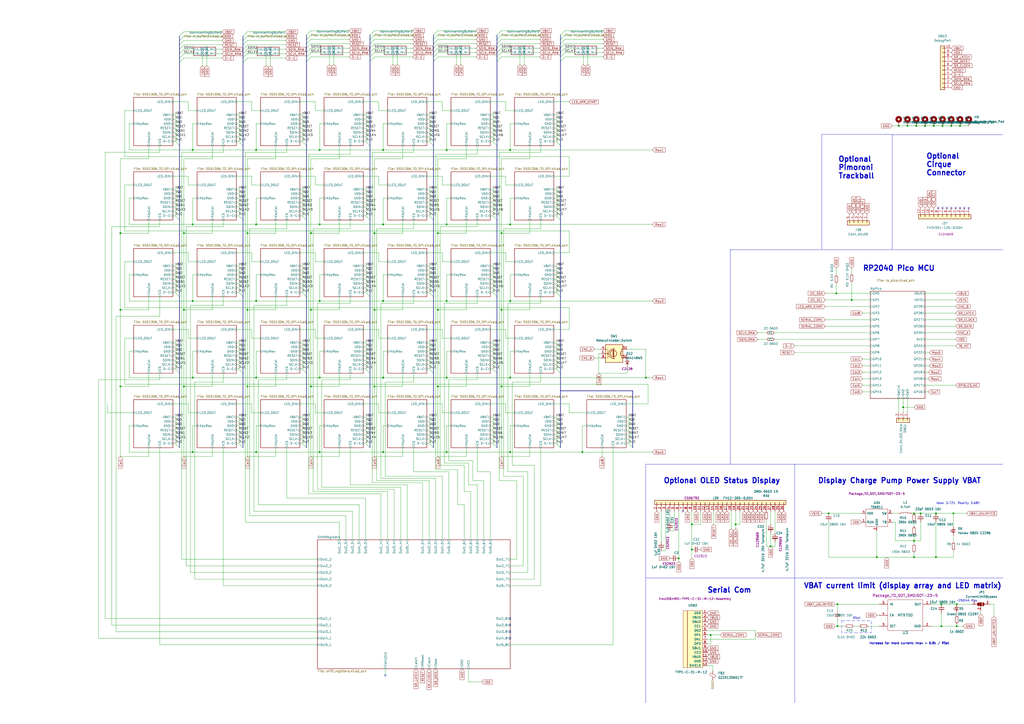
<source format=kicad_sch>
(kicad_sch (version 20230121) (generator eeschema)
  (paper "A2")
  (title_block (title "PolyKybd Split R") (date "2023-03-09") (rev "2"))
  (junction (at 259.08 219.075))
  (junction (at 185.42 130.175))
  (junction (at 546.1 363.22))
  (junction (at 69.85 224.155))
  (junction (at 148.59 130.175))
  (junction (at 401.32 304.165))
  (junction (at 374.65 219.075))
  (junction (at 401.32 318.77))
  (junction (at 534.035 297.815))
  (junction (at 523.875 236.22))
  (junction (at 290.83 179.705))
  (junction (at 217.17 224.155))
  (junction (at 412.242 368.3))
  (junction (at 222.25 130.175))
  (junction (at 106.68 224.155))
  (junction (at 69.85 135.255))
  (junction (at 69.85 179.705))
  (junction (at 530.225 297.815))
  (junction (at 222.25 219.075))
  (junction (at 447.04 316.865))
  (junction (at 542.925 323.215))
  (junction (at 111.76 86.995))
  (junction (at 148.59 262.255))
  (junction (at 536.575 73.025))
  (junction (at 222.25 86.995))
  (junction (at 148.59 219.075))
  (junction (at 222.25 174.625))
  (junction (at 290.83 224.155))
  (junction (at 485.775 363.22))
  (junction (at 290.83 135.255))
  (junction (at 185.42 86.995))
  (junction (at 337.82 262.255))
  (junction (at 551.815 73.025))
  (junction (at 521.335 73.025))
  (junction (at 546.735 73.025))
  (junction (at 254 135.255))
  (junction (at 485.14 170.18))
  (junction (at 541.655 73.025))
  (junction (at 295.91 130.175))
  (junction (at 530.225 323.215))
  (junction (at 553.085 297.815))
  (junction (at 180.34 179.705))
  (junction (at 111.76 219.075))
  (junction (at 259.08 262.255))
  (junction (at 148.59 174.625))
  (junction (at 185.42 174.625))
  (junction (at 393.7 323.85))
  (junction (at 426.72 304.165))
  (junction (at 530.225 313.69))
  (junction (at 143.51 224.155))
  (junction (at 295.91 262.255))
  (junction (at 295.91 86.995))
  (junction (at 485.775 350.52))
  (junction (at 508.635 323.215))
  (junction (at 295.91 219.075))
  (junction (at 111.76 174.625))
  (junction (at 254 179.705))
  (junction (at 295.91 174.625))
  (junction (at 259.08 86.995))
  (junction (at 259.08 130.175))
  (junction (at 106.68 179.705))
  (junction (at 254 224.155))
  (junction (at 554.99 363.22))
  (junction (at 185.42 262.255))
  (junction (at 148.59 86.995))
  (junction (at 526.415 73.025))
  (junction (at 217.17 179.705))
  (junction (at 222.25 262.255))
  (junction (at 111.76 130.175))
  (junction (at 494.03 173.99))
  (junction (at 185.42 219.075))
  (junction (at 546.1 350.52))
  (junction (at 180.34 135.255))
  (junction (at 143.51 179.705))
  (junction (at 480.695 297.815))
  (junction (at 143.51 135.255))
  (junction (at 180.34 224.155))
  (junction (at 111.76 262.255))
  (junction (at 106.68 135.255))
  (junction (at 217.17 135.255))
  (junction (at 531.495 73.025))
  (junction (at 259.08 174.625))
  (junction (at 556.895 73.025))
  (junction (at 554.99 350.52))
  (junction (at 542.925 297.815))
  (no_connect (at 295.91 358.775))
  (no_connect (at 295.91 362.585))
  (no_connect (at 295.91 366.395))
  (no_connect (at 295.91 370.205))
  (no_connect (at 396.24 296.545))
  (no_connect (at 223.52 391.795))
  (no_connect (at 544.195 120.65))
  (no_connect (at 561.975 120.65))
  (no_connect (at 559.435 120.65))
  (no_connect (at 551.815 120.65))
  (no_connect (at 549.275 120.65))
  (no_connect (at 546.735 120.65))
  (no_connect (at 556.895 120.65))
  (no_connect (at 554.355 120.65))
  (bus_entry (at 285.75 213.995) (size 2.54 2.54))
  (bus_entry (at 285.75 203.835) (size 2.54 2.54))
  (bus_entry (at 212.09 254.635) (size 2.54 2.54))
  (bus_entry (at 248.92 66.675) (size 2.54 2.54))
  (bus_entry (at 101.6 117.475) (size 2.54 2.54))
  (bus_entry (at 322.58 76.835) (size 2.54 2.54))
  (bus_entry (at 138.43 71.755) (size 2.54 2.54))
  (bus_entry (at 175.26 247.015) (size 2.54 2.54))
  (bus_entry (at 325.12 22.86) (size 2.54 -2.54))
  (bus_entry (at 364.49 244.475) (size 2.54 2.54))
  (bus_entry (at 322.58 120.015) (size 2.54 2.54))
  (bus_entry (at 364.49 247.015) (size 2.54 2.54))
  (bus_entry (at 248.92 161.925) (size 2.54 2.54))
  (bus_entry (at 212.09 203.835) (size 2.54 2.54))
  (bus_entry (at 285.75 254.635) (size 2.54 2.54))
  (bus_entry (at 138.43 81.915) (size 2.54 2.54))
  (bus_entry (at 101.6 112.395) (size 2.54 2.54))
  (bus_entry (at 101.6 156.845) (size 2.54 2.54))
  (bus_entry (at 212.09 74.295) (size 2.54 2.54))
  (bus_entry (at 138.43 203.835) (size 2.54 2.54))
  (bus_entry (at 140.97 26.035) (size 2.54 -2.54))
  (bus_entry (at 101.6 208.915) (size 2.54 2.54))
  (bus_entry (at 322.58 201.295) (size 2.54 2.54))
  (bus_entry (at 248.92 156.845) (size 2.54 2.54))
  (bus_entry (at 285.75 241.935) (size 2.54 2.54))
  (bus_entry (at 177.8 20.32) (size 2.54 -2.54))
  (bus_entry (at 248.92 120.015) (size 2.54 2.54))
  (bus_entry (at 175.26 76.835) (size 2.54 2.54))
  (bus_entry (at 177.8 22.86) (size 2.54 -2.54))
  (bus_entry (at 212.09 206.375) (size 2.54 2.54))
  (bus_entry (at 285.75 125.095) (size 2.54 2.54))
  (bus_entry (at 322.58 81.915) (size 2.54 2.54))
  (bus_entry (at 285.75 109.855) (size 2.54 2.54))
  (bus_entry (at 248.92 76.835) (size 2.54 2.54))
  (bus_entry (at 177.8 33.02) (size 2.54 -2.54))
  (bus_entry (at 322.58 66.675) (size 2.54 2.54))
  (bus_entry (at 212.09 69.215) (size 2.54 2.54))
  (bus_entry (at 248.92 114.935) (size 2.54 2.54))
  (bus_entry (at 101.6 114.935) (size 2.54 2.54))
  (bus_entry (at 212.09 244.475) (size 2.54 2.54))
  (bus_entry (at 138.43 69.215) (size 2.54 2.54))
  (bus_entry (at 214.63 22.86) (size 2.54 -2.54))
  (bus_entry (at 322.58 112.395) (size 2.54 2.54))
  (bus_entry (at 212.09 112.395) (size 2.54 2.54))
  (bus_entry (at 212.09 71.755) (size 2.54 2.54))
  (bus_entry (at 285.75 112.395) (size 2.54 2.54))
  (bus_entry (at 322.58 257.175) (size 2.54 2.54))
  (bus_entry (at 175.26 112.395) (size 2.54 2.54))
  (bus_entry (at 101.6 211.455) (size 2.54 2.54))
  (bus_entry (at 175.26 161.925) (size 2.54 2.54))
  (bus_entry (at 285.75 198.755) (size 2.54 2.54))
  (bus_entry (at 138.43 211.455) (size 2.54 2.54))
  (bus_entry (at 212.09 257.175) (size 2.54 2.54))
  (bus_entry (at 212.09 122.555) (size 2.54 2.54))
  (bus_entry (at 248.92 109.855) (size 2.54 2.54))
  (bus_entry (at 322.58 71.755) (size 2.54 2.54))
  (bus_entry (at 175.26 249.555) (size 2.54 2.54))
  (bus_entry (at 212.09 161.925) (size 2.54 2.54))
  (bus_entry (at 322.58 125.095) (size 2.54 2.54))
  (bus_entry (at 325.12 33.02) (size 2.54 -2.54))
  (bus_entry (at 285.75 161.925) (size 2.54 2.54))
  (bus_entry (at 175.26 252.095) (size 2.54 2.54))
  (bus_entry (at 285.75 244.475) (size 2.54 2.54))
  (bus_entry (at 212.09 169.545) (size 2.54 2.54))
  (bus_entry (at 212.09 76.835) (size 2.54 2.54))
  (bus_entry (at 138.43 206.375) (size 2.54 2.54))
  (bus_entry (at 138.43 252.095) (size 2.54 2.54))
  (bus_entry (at 322.58 167.005) (size 2.54 2.54))
  (bus_entry (at 248.92 117.475) (size 2.54 2.54))
  (bus_entry (at 248.92 79.375) (size 2.54 2.54))
  (bus_entry (at 138.43 201.295) (size 2.54 2.54))
  (bus_entry (at 177.8 30.48) (size 2.54 -2.54))
  (bus_entry (at 175.26 206.375) (size 2.54 2.54))
  (bus_entry (at 285.75 117.475) (size 2.54 2.54))
  (bus_entry (at 364.49 241.935) (size 2.54 2.54))
  (bus_entry (at 248.92 249.555) (size 2.54 2.54))
  (bus_entry (at 251.46 20.32) (size 2.54 -2.54))
  (bus_entry (at 138.43 74.295) (size 2.54 2.54))
  (bus_entry (at 104.14 33.655) (size 2.54 -2.54))
  (bus_entry (at 248.92 122.555) (size 2.54 2.54))
  (bus_entry (at 322.58 203.835) (size 2.54 2.54))
  (bus_entry (at 285.75 252.095) (size 2.54 2.54))
  (bus_entry (at 138.43 76.835) (size 2.54 2.54))
  (bus_entry (at 101.6 154.305) (size 2.54 2.54))
  (bus_entry (at 104.14 28.575) (size 2.54 -2.54))
  (bus_entry (at 322.58 74.295) (size 2.54 2.54))
  (bus_entry (at 285.75 167.005) (size 2.54 2.54))
  (bus_entry (at 175.26 66.675) (size 2.54 2.54))
  (bus_entry (at 175.26 257.175) (size 2.54 2.54))
  (bus_entry (at 322.58 117.475) (size 2.54 2.54))
  (bus_entry (at 322.58 249.555) (size 2.54 2.54))
  (bus_entry (at 322.58 114.935) (size 2.54 2.54))
  (bus_entry (at 138.43 244.475) (size 2.54 2.54))
  (bus_entry (at 175.26 81.915) (size 2.54 2.54))
  (bus_entry (at 248.92 198.755) (size 2.54 2.54))
  (bus_entry (at 175.26 125.095) (size 2.54 2.54))
  (bus_entry (at 248.92 154.305) (size 2.54 2.54))
  (bus_entry (at 322.58 241.935) (size 2.54 2.54))
  (bus_entry (at 177.8 25.4) (size 2.54 -2.54))
  (bus_entry (at 248.92 71.755) (size 2.54 2.54))
  (bus_entry (at 101.6 109.855) (size 2.54 2.54))
  (bus_entry (at 212.09 156.845) (size 2.54 2.54))
  (bus_entry (at 101.6 167.005) (size 2.54 2.54))
  (bus_entry (at 364.49 252.095) (size 2.54 2.54))
  (bus_entry (at 138.43 257.175) (size 2.54 2.54))
  (bus_entry (at 285.75 81.915) (size 2.54 2.54))
  (bus_entry (at 212.09 252.095) (size 2.54 2.54))
  (bus_entry (at 175.26 241.935) (size 2.54 2.54))
  (bus_entry (at 212.09 154.305) (size 2.54 2.54))
  (bus_entry (at 104.14 26.035) (size 2.54 -2.54))
  (bus_entry (at 285.75 169.545) (size 2.54 2.54))
  (bus_entry (at 104.14 23.495) (size 2.54 -2.54))
  (bus_entry (at 288.29 35.56) (size 2.54 -2.54))
  (bus_entry (at 322.58 164.465) (size 2.54 2.54))
  (bus_entry (at 138.43 122.555) (size 2.54 2.54))
  (bus_entry (at 175.26 114.935) (size 2.54 2.54))
  (bus_entry (at 175.26 122.555) (size 2.54 2.54))
  (bus_entry (at 285.75 76.835) (size 2.54 2.54))
  (bus_entry (at 140.97 36.195) (size 2.54 -2.54))
  (bus_entry (at 138.43 79.375) (size 2.54 2.54))
  (bus_entry (at 101.6 241.935) (size 2.54 2.54))
  (bus_entry (at 140.97 23.495) (size 2.54 -2.54))
  (bus_entry (at 212.09 208.915) (size 2.54 2.54))
  (bus_entry (at 285.75 69.215) (size 2.54 2.54))
  (bus_entry (at 212.09 198.755) (size 2.54 2.54))
  (bus_entry (at 212.09 247.015) (size 2.54 2.54))
  (bus_entry (at 138.43 114.935) (size 2.54 2.54))
  (bus_entry (at 322.58 206.375) (size 2.54 2.54))
  (bus_entry (at 325.12 20.32) (size 2.54 -2.54))
  (bus_entry (at 138.43 117.475) (size 2.54 2.54))
  (bus_entry (at 322.58 211.455) (size 2.54 2.54))
  (bus_entry (at 175.26 208.915) (size 2.54 2.54))
  (bus_entry (at 138.43 254.635) (size 2.54 2.54))
  (bus_entry (at 175.26 254.635) (size 2.54 2.54))
  (bus_entry (at 212.09 120.015) (size 2.54 2.54))
  (bus_entry (at 138.43 213.995) (size 2.54 2.54))
  (bus_entry (at 138.43 112.395) (size 2.54 2.54))
  (bus_entry (at 214.63 30.48) (size 2.54 -2.54))
  (bus_entry (at 175.26 203.835) (size 2.54 2.54))
  (bus_entry (at 138.43 249.555) (size 2.54 2.54))
  (bus_entry (at 248.92 74.295) (size 2.54 2.54))
  (bus_entry (at 140.97 33.655) (size 2.54 -2.54))
  (bus_entry (at 364.49 249.555) (size 2.54 2.54))
  (bus_entry (at 322.58 69.215) (size 2.54 2.54))
  (bus_entry (at 177.8 27.94) (size 2.54 -2.54))
  (bus_entry (at 138.43 167.005) (size 2.54 2.54))
  (bus_entry (at 322.58 213.995) (size 2.54 2.54))
  (bus_entry (at 212.09 114.935) (size 2.54 2.54))
  (bus_entry (at 288.29 30.48) (size 2.54 -2.54))
  (bus_entry (at 104.14 36.195) (size 2.54 -2.54))
  (bus_entry (at 214.63 20.32) (size 2.54 -2.54))
  (bus_entry (at 212.09 167.005) (size 2.54 2.54))
  (bus_entry (at 248.92 159.385) (size 2.54 2.54))
  (bus_entry (at 285.75 66.675) (size 2.54 2.54))
  (bus_entry (at 288.29 33.02) (size 2.54 -2.54))
  (bus_entry (at 175.26 198.755) (size 2.54 2.54))
  (bus_entry (at 138.43 154.305) (size 2.54 2.54))
  (bus_entry (at 322.58 254.635) (size 2.54 2.54))
  (bus_entry (at 248.92 169.545) (size 2.54 2.54))
  (bus_entry (at 175.26 120.015) (size 2.54 2.54))
  (bus_entry (at 248.92 206.375) (size 2.54 2.54))
  (bus_entry (at 101.6 249.555) (size 2.54 2.54))
  (bus_entry (at 248.92 213.995) (size 2.54 2.54))
  (bus_entry (at 248.92 244.475) (size 2.54 2.54))
  (bus_entry (at 212.09 66.675) (size 2.54 2.54))
  (bus_entry (at 175.26 213.995) (size 2.54 2.54))
  (bus_entry (at 322.58 208.915) (size 2.54 2.54))
  (bus_entry (at 288.29 25.4) (size 2.54 -2.54))
  (bus_entry (at 322.58 154.305) (size 2.54 2.54))
  (bus_entry (at 322.58 244.475) (size 2.54 2.54))
  (bus_entry (at 248.92 164.465) (size 2.54 2.54))
  (bus_entry (at 212.09 211.455) (size 2.54 2.54))
  (bus_entry (at 322.58 198.755) (size 2.54 2.54))
  (bus_entry (at 175.26 169.545) (size 2.54 2.54))
  (bus_entry (at 104.14 31.115) (size 2.54 -2.54))
  (bus_entry (at 322.58 169.545) (size 2.54 2.54))
  (bus_entry (at 248.92 247.015) (size 2.54 2.54))
  (bus_entry (at 285.75 206.375) (size 2.54 2.54))
  (bus_entry (at 214.63 25.4) (size 2.54 -2.54))
  (bus_entry (at 175.26 201.295) (size 2.54 2.54))
  (bus_entry (at 212.09 213.995) (size 2.54 2.54))
  (bus_entry (at 325.12 25.4) (size 2.54 -2.54))
  (bus_entry (at 285.75 156.845) (size 2.54 2.54))
  (bus_entry (at 101.6 247.015) (size 2.54 2.54))
  (bus_entry (at 138.43 198.755) (size 2.54 2.54))
  (bus_entry (at 248.92 254.635) (size 2.54 2.54))
  (bus_entry (at 138.43 247.015) (size 2.54 2.54))
  (bus_entry (at 138.43 169.545) (size 2.54 2.54))
  (bus_entry (at 248.92 203.835) (size 2.54 2.54))
  (bus_entry (at 101.6 164.465) (size 2.54 2.54))
  (bus_entry (at 140.97 31.115) (size 2.54 -2.54))
  (bus_entry (at 248.92 257.175) (size 2.54 2.54))
  (bus_entry (at 285.75 164.465) (size 2.54 2.54))
  (bus_entry (at 138.43 66.675) (size 2.54 2.54))
  (bus_entry (at 248.92 112.395) (size 2.54 2.54))
  (bus_entry (at 214.63 27.94) (size 2.54 -2.54))
  (bus_entry (at 288.29 20.32) (size 2.54 -2.54))
  (bus_entry (at 175.26 211.455) (size 2.54 2.54))
  (bus_entry (at 101.6 252.095) (size 2.54 2.54))
  (bus_entry (at 285.75 120.015) (size 2.54 2.54))
  (bus_entry (at 175.26 109.855) (size 2.54 2.54))
  (bus_entry (at 138.43 156.845) (size 2.54 2.54))
  (bus_entry (at 175.26 74.295) (size 2.54 2.54))
  (bus_entry (at 251.46 22.86) (size 2.54 -2.54))
  (bus_entry (at 101.6 122.555) (size 2.54 2.54))
  (bus_entry (at 212.09 249.555) (size 2.54 2.54))
  (bus_entry (at 322.58 79.375) (size 2.54 2.54))
  (bus_entry (at 248.92 125.095) (size 2.54 2.54))
  (bus_entry (at 104.14 20.955) (size 2.54 -2.54))
  (bus_entry (at 288.29 27.94) (size 2.54 -2.54))
  (bus_entry (at 285.75 122.555) (size 2.54 2.54))
  (bus_entry (at 101.6 161.925) (size 2.54 2.54))
  (bus_entry (at 212.09 79.375) (size 2.54 2.54))
  (bus_entry (at 285.75 201.295) (size 2.54 2.54))
  (bus_entry (at 322.58 247.015) (size 2.54 2.54))
  (bus_entry (at 175.26 164.465) (size 2.54 2.54))
  (bus_entry (at 101.6 125.095) (size 2.54 2.54))
  (bus_entry (at 322.58 156.845) (size 2.54 2.54))
  (bus_entry (at 285.75 208.915) (size 2.54 2.54))
  (bus_entry (at 175.26 167.005) (size 2.54 2.54))
  (bus_entry (at 212.09 164.465) (size 2.54 2.54))
  (bus_entry (at 248.92 167.005) (size 2.54 2.54))
  (bus_entry (at 251.46 30.48) (size 2.54 -2.54))
  (bus_entry (at 175.26 71.755) (size 2.54 2.54))
  (bus_entry (at 212.09 241.935) (size 2.54 2.54))
  (bus_entry (at 138.43 161.925) (size 2.54 2.54))
  (bus_entry (at 251.46 35.56) (size 2.54 -2.54))
  (bus_entry (at 212.09 201.295) (size 2.54 2.54))
  (bus_entry (at 285.75 74.295) (size 2.54 2.54))
  (bus_entry (at 285.75 211.455) (size 2.54 2.54))
  (bus_entry (at 138.43 208.915) (size 2.54 2.54))
  (bus_entry (at 248.92 81.915) (size 2.54 2.54))
  (bus_entry (at 101.6 79.375) (size 2.54 2.54))
  (bus_entry (at 101.6 81.915) (size 2.54 2.54))
  (bus_entry (at 101.6 74.295) (size 2.54 2.54))
  (bus_entry (at 101.6 76.835) (size 2.54 2.54))
  (bus_entry (at 101.6 69.215) (size 2.54 2.54))
  (bus_entry (at 101.6 71.755) (size 2.54 2.54))
  (bus_entry (at 101.6 66.675) (size 2.54 2.54))
  (bus_entry (at 285.75 114.935) (size 2.54 2.54))
  (bus_entry (at 175.26 159.385) (size 2.54 2.54))
  (bus_entry (at 140.97 28.575) (size 2.54 -2.54))
  (bus_entry (at 285.75 247.015) (size 2.54 2.54))
  (bus_entry (at 101.6 120.015) (size 2.54 2.54))
  (bus_entry (at 212.09 125.095) (size 2.54 2.54))
  (bus_entry (at 175.26 154.305) (size 2.54 2.54))
  (bus_entry (at 285.75 159.385) (size 2.54 2.54))
  (bus_entry (at 140.97 20.955) (size 2.54 -2.54))
  (bus_entry (at 288.29 22.86) (size 2.54 -2.54))
  (bus_entry (at 285.75 154.305) (size 2.54 2.54))
  (bus_entry (at 138.43 125.095) (size 2.54 2.54))
  (bus_entry (at 101.6 169.545) (size 2.54 2.54))
  (bus_entry (at 175.26 244.475) (size 2.54 2.54))
  (bus_entry (at 285.75 257.175) (size 2.54 2.54))
  (bus_entry (at 101.6 213.995) (size 2.54 2.54))
  (bus_entry (at 177.8 35.56) (size 2.54 -2.54))
  (bus_entry (at 138.43 109.855) (size 2.54 2.54))
  (bus_entry (at 285.75 79.375) (size 2.54 2.54))
  (bus_entry (at 322.58 161.925) (size 2.54 2.54))
  (bus_entry (at 248.92 252.095) (size 2.54 2.54))
  (bus_entry (at 138.43 164.465) (size 2.54 2.54))
  (bus_entry (at 248.92 201.295) (size 2.54 2.54))
  (bus_entry (at 285.75 249.555) (size 2.54 2.54))
  (bus_entry (at 101.6 159.385) (size 2.54 2.54))
  (bus_entry (at 138.43 241.935) (size 2.54 2.54))
  (bus_entry (at 322.58 159.385) (size 2.54 2.54))
  (bus_entry (at 322.58 252.095) (size 2.54 2.54))
  (bus_entry (at 214.63 35.56) (size 2.54 -2.54))
  (bus_entry (at 325.12 30.48) (size 2.54 -2.54))
  (bus_entry (at 285.75 71.755) (size 2.54 2.54))
  (bus_entry (at 175.26 117.475) (size 2.54 2.54))
  (bus_entry (at 101.6 198.755) (size 2.54 2.54))
  (bus_entry (at 364.49 257.175) (size 2.54 2.54))
  (bus_entry (at 248.92 211.455) (size 2.54 2.54))
  (bus_entry (at 364.49 254.635) (size 2.54 2.54))
  (bus_entry (at 101.6 257.175) (size 2.54 2.54))
  (bus_entry (at 175.26 79.375) (size 2.54 2.54))
  (bus_entry (at 248.92 241.935) (size 2.54 2.54))
  (bus_entry (at 212.09 109.855) (size 2.54 2.54))
  (bus_entry (at 248.92 208.915) (size 2.54 2.54))
  (bus_entry (at 212.09 117.475) (size 2.54 2.54))
  (bus_entry (at 251.46 33.02) (size 2.54 -2.54))
  (bus_entry (at 322.58 122.555) (size 2.54 2.54))
  (bus_entry (at 214.63 33.02) (size 2.54 -2.54))
  (bus_entry (at 248.92 69.215) (size 2.54 2.54))
  (bus_entry (at 101.6 201.295) (size 2.54 2.54))
  (bus_entry (at 322.58 109.855) (size 2.54 2.54))
  (bus_entry (at 325.12 27.94) (size 2.54 -2.54))
  (bus_entry (at 212.09 159.385) (size 2.54 2.54))
  (bus_entry (at 101.6 206.375) (size 2.54 2.54))
  (bus_entry (at 251.46 25.4) (size 2.54 -2.54))
  (bus_entry (at 101.6 203.835) (size 2.54 2.54))
  (bus_entry (at 138.43 159.385) (size 2.54 2.54))
  (bus_entry (at 212.09 81.915) (size 2.54 2.54))
  (bus_entry (at 251.46 27.94) (size 2.54 -2.54))
  (bus_entry (at 175.26 69.215) (size 2.54 2.54))
  (bus_entry (at 138.43 120.015) (size 2.54 2.54))
  (bus_entry (at 325.12 35.56) (size 2.54 -2.54))
  (bus_entry (at 101.6 244.475) (size 2.54 2.54))
  (bus_entry (at 175.26 156.845) (size 2.54 2.54))
  (bus_entry (at 101.6 254.635) (size 2.54 2.54))
  (wire (pts (xy 447.04 316.865) (xy 449.58 316.865)))
  (wire (pts (xy 173.99 247.015) (xy 175.26 247.015)))
  (wire (pts (xy 295.91 159.385) (xy 298.45 159.385)))
  (bus (pts (xy 140.97 26.035) (xy 140.97 28.575)))
  (bus (pts (xy 104.14 117.475) (xy 104.14 114.935)))
  (wire (pts (xy 86.36 264.795) (xy 86.36 259.715)))
  (wire (pts (xy 173.99 254.635) (xy 175.26 254.635)))
  (wire (pts (xy 173.99 120.015) (xy 175.26 120.015)))
  (wire (pts (xy 330.2 178.435) (xy 330.2 191.135)))
  (bus (pts (xy 288.29 35.56) (xy 288.29 69.215)))
  (wire (pts (xy 187.96 107.315) (xy 182.88 107.315)))
  (wire (pts (xy 57.15 370.205) (xy 184.15 370.205)))
  (wire (pts (xy 200.66 299.085) (xy 144.78 299.085)))
  (wire (pts (xy 295.91 114.935) (xy 298.45 114.935)))
  (bus (pts (xy 140.97 247.015) (xy 140.97 244.475)))
  (wire (pts (xy 151.13 239.395) (xy 146.05 239.395)))
  (wire (pts (xy 295.91 174.625) (xy 378.46 174.625)))
  (wire (pts (xy 109.22 239.395) (xy 109.22 234.315)))
  (bus (pts (xy 104.14 211.455) (xy 104.14 213.995)))
  (wire (pts (xy 265.43 292.735) (xy 265.43 272.415)))
  (wire (pts (xy 224.79 151.765) (xy 219.71 151.765)))
  (wire (pts (xy 478.79 185.42) (xy 504.825 185.42)))
  (bus (pts (xy 251.46 213.995) (xy 251.46 211.455)))
  (wire (pts (xy 187.96 196.215) (xy 182.88 196.215)))
  (wire (pts (xy 309.245 30.48) (xy 313.055 30.48)))
  (wire (pts (xy 92.71 216.535) (xy 92.71 220.345)))
  (wire (pts (xy 412.242 368.3) (xy 417.83 368.3)))
  (bus (pts (xy 367.03 226.695) (xy 367.03 244.475)))
  (bus (pts (xy 104.14 252.095) (xy 104.14 249.555)))
  (wire (pts (xy 327.66 25.4) (xy 349.885 25.4)))
  (wire (pts (xy 247.65 249.555) (xy 248.92 249.555)))
  (wire (pts (xy 74.93 219.075) (xy 111.76 219.075)))
  (wire (pts (xy 290.83 264.795) (xy 307.34 264.795)))
  (wire (pts (xy 137.16 247.015) (xy 138.43 247.015)))
  (wire (pts (xy 180.34 22.86) (xy 202.565 22.86)))
  (bus (pts (xy 104.14 36.195) (xy 104.14 69.215)))
  (bus (pts (xy 251.46 84.455) (xy 251.46 112.395)))
  (wire (pts (xy 160.02 179.705) (xy 143.51 179.705)))
  (wire (pts (xy 186.69 220.345) (xy 203.2 220.345)))
  (bus (pts (xy 177.8 20.32) (xy 177.8 22.86)))
  (bus (pts (xy 288.29 33.02) (xy 288.29 35.56)))
  (wire (pts (xy 72.39 90.805) (xy 330.2 90.805)))
  (bus (pts (xy 104.14 81.915) (xy 104.14 79.375)))
  (wire (pts (xy 292.1 132.715) (xy 313.69 132.715)))
  (wire (pts (xy 100.33 203.835) (xy 101.6 203.835)))
  (bus (pts (xy 367.03 226.695) (xy 325.12 226.695)))
  (wire (pts (xy 173.99 159.385) (xy 175.26 159.385)))
  (wire (pts (xy 186.69 282.575) (xy 186.69 220.345)))
  (bus (pts (xy 177.8 206.375) (xy 177.8 208.915)))
  (wire (pts (xy 137.16 234.315) (xy 146.05 234.315)))
  (wire (pts (xy 210.82 109.855) (xy 212.09 109.855)))
  (wire (pts (xy 321.31 241.935) (xy 322.58 241.935)))
  (wire (pts (xy 185.42 71.755) (xy 187.96 71.755)))
  (bus (pts (xy 325.12 22.86) (xy 325.12 25.4)))
  (wire (pts (xy 410.21 368.3) (xy 412.242 368.3)))
  (bus (pts (xy 104.14 117.475) (xy 104.14 120.015)))
  (bus (pts (xy 325.12 211.455) (xy 325.12 208.915)))
  (bus (pts (xy 140.97 125.095) (xy 140.97 122.555)))
  (bus (pts (xy 177.8 257.175) (xy 177.8 254.635)))
  (wire (pts (xy 77.47 107.315) (xy 72.39 107.315)))
  (wire (pts (xy 210.82 203.835) (xy 212.09 203.835)))
  (wire (pts (xy 406.4 304.165) (xy 401.32 304.165)))
  (wire (pts (xy 111.76 203.835) (xy 114.3 203.835)))
  (wire (pts (xy 210.82 114.935) (xy 212.09 114.935)))
  (wire (pts (xy 173.99 206.375) (xy 175.26 206.375)))
  (wire (pts (xy 100.33 234.315) (xy 109.22 234.315)))
  (bus (pts (xy 140.97 203.835) (xy 140.97 206.375)))
  (bus (pts (xy 251.46 125.095) (xy 251.46 122.555)))
  (wire (pts (xy 254 30.48) (xy 259.715 30.48)))
  (wire (pts (xy 292.1 276.225) (xy 292.1 132.715)))
  (wire (pts (xy 340.36 239.395) (xy 330.2 239.395)))
  (wire (pts (xy 248.92 278.765) (xy 218.44 278.765)))
  (bus (pts (xy 214.63 122.555) (xy 214.63 120.015)))
  (bus (pts (xy 214.63 169.545) (xy 214.63 167.005)))
  (wire (pts (xy 270.51 264.795) (xy 270.51 259.715)))
  (wire (pts (xy 530.225 297.815) (xy 534.035 297.815)))
  (wire (pts (xy 210.82 247.015) (xy 212.09 247.015)))
  (wire (pts (xy 247.65 208.915) (xy 248.92 208.915)))
  (bus (pts (xy 104.14 84.455) (xy 104.14 112.395)))
  (polyline (pts (xy 374.65 335.28) (xy 374.65 407.67)))
  (wire (pts (xy 222.25 247.015) (xy 222.25 262.255)))
  (bus (pts (xy 214.63 206.375) (xy 214.63 203.835)))
  (wire (pts (xy 551.815 73.025) (xy 556.895 73.025)))
  (wire (pts (xy 284.48 201.295) (xy 285.75 201.295)))
  (wire (pts (xy 166.37 220.345) (xy 166.37 216.535)))
  (bus (pts (xy 214.63 213.995) (xy 214.63 216.535)))
  (wire (pts (xy 210.82 244.475) (xy 212.09 244.475)))
  (wire (pts (xy 220.98 175.895) (xy 240.03 175.895)))
  (wire (pts (xy 137.16 74.295) (xy 138.43 74.295)))
  (wire (pts (xy 284.48 122.555) (xy 285.75 122.555)))
  (wire (pts (xy 254 224.155) (xy 254 264.795)))
  (wire (pts (xy 173.99 69.215) (xy 175.26 69.215)))
  (wire (pts (xy 347.345 205.105) (xy 347.345 216.535)))
  (wire (pts (xy 106.68 18.415) (xy 128.905 18.415)))
  (wire (pts (xy 426.72 296.545) (xy 426.72 304.165)))
  (bus (pts (xy 177.8 22.86) (xy 177.8 25.4)))
  (wire (pts (xy 261.62 196.215) (xy 256.54 196.215)))
  (bus (pts (xy 177.8 208.915) (xy 177.8 211.455)))
  (wire (pts (xy 401.32 304.165) (xy 401.32 318.77)))
  (bus (pts (xy 214.63 203.835) (xy 214.63 201.295)))
  (wire (pts (xy 259.08 219.075) (xy 295.91 219.075)))
  (bus (pts (xy 251.46 81.915) (xy 251.46 79.375)))
  (wire (pts (xy 217.17 33.02) (xy 239.395 33.02)))
  (wire (pts (xy 290.83 92.075) (xy 290.83 135.255)))
  (wire (pts (xy 500.38 181.61) (xy 504.825 181.61)))
  (wire (pts (xy 210.82 159.385) (xy 212.09 159.385)))
  (bus (pts (xy 104.14 79.375) (xy 104.14 76.835)))
  (bus (pts (xy 177.8 167.005) (xy 177.8 169.545)))
  (bus (pts (xy 251.46 161.925) (xy 251.46 159.385)))
  (wire (pts (xy 247.65 213.995) (xy 248.92 213.995)))
  (bus (pts (xy 214.63 159.385) (xy 214.63 156.845)))
  (wire (pts (xy 256.54 239.395) (xy 256.54 234.315)))
  (wire (pts (xy 546.735 73.025) (xy 551.815 73.025)))
  (bus (pts (xy 177.8 114.935) (xy 177.8 112.395)))
  (wire (pts (xy 137.16 208.915) (xy 138.43 208.915)))
  (bus (pts (xy 325.12 172.085) (xy 325.12 169.545)))
  (wire (pts (xy 180.34 224.155) (xy 180.34 264.795)))
  (wire (pts (xy 100.33 66.675) (xy 101.6 66.675)))
  (wire (pts (xy 210.82 254.635) (xy 212.09 254.635)))
  (wire (pts (xy 148.59 114.935) (xy 148.59 130.175)))
  (bus (pts (xy 251.46 127.635) (xy 251.46 156.845)))
  (wire (pts (xy 100.33 213.995) (xy 101.6 213.995)))
  (wire (pts (xy 218.44 132.715) (xy 240.03 132.715)))
  (wire (pts (xy 111.76 247.015) (xy 111.76 262.255)))
  (wire (pts (xy 173.99 198.755) (xy 175.26 198.755)))
  (wire (pts (xy 173.99 167.005) (xy 175.26 167.005)))
  (wire (pts (xy 100.33 146.685) (xy 109.22 146.685)))
  (bus (pts (xy 140.97 71.755) (xy 140.97 69.215)))
  (wire (pts (xy 222.25 130.175) (xy 259.08 130.175)))
  (wire (pts (xy 276.86 89.535) (xy 276.86 84.455)))
  (wire (pts (xy 210.82 69.215) (xy 212.09 69.215)))
  (wire (pts (xy 100.33 249.555) (xy 101.6 249.555)))
  (bus (pts (xy 140.97 74.295) (xy 140.97 71.755)))
  (wire (pts (xy 306.07 332.105) (xy 306.07 273.685)))
  (wire (pts (xy 284.48 164.465) (xy 285.75 164.465)))
  (bus (pts (xy 251.46 216.535) (xy 251.46 244.475)))
  (wire (pts (xy 276.86 220.345) (xy 276.86 216.535)))
  (wire (pts (xy 536.575 215.9) (xy 538.48 215.9)))
  (wire (pts (xy 303.53 328.295) (xy 303.53 276.225)))
  (wire (pts (xy 196.85 84.455) (xy 196.85 92.075)))
  (wire (pts (xy 114.3 151.765) (xy 109.22 151.765)))
  (wire (pts (xy 161.925 31.115) (xy 165.735 31.115)))
  (wire (pts (xy 114.3 64.135) (xy 109.22 64.135)))
  (wire (pts (xy 321.31 109.855) (xy 322.58 109.855)))
  (wire (pts (xy 222.25 159.385) (xy 222.25 174.625)))
  (wire (pts (xy 74.93 130.175) (xy 111.76 130.175)))
  (wire (pts (xy 261.62 151.765) (xy 256.54 151.765)))
  (wire (pts (xy 215.9 280.035) (xy 215.9 88.265)))
  (bus (pts (xy 214.63 22.86) (xy 214.63 25.4)))
  (wire (pts (xy 223.52 221.615) (xy 240.03 221.615)))
  (wire (pts (xy 270.51 179.705) (xy 254 179.705)))
  (bus (pts (xy 251.46 172.085) (xy 251.46 169.545)))
  (wire (pts (xy 137.16 125.095) (xy 138.43 125.095)))
  (wire (pts (xy 160.02 92.075) (xy 143.51 92.075)))
  (wire (pts (xy 413.385 386.08) (xy 410.21 386.08)))
  (wire (pts (xy 321.31 191.135) (xy 330.2 191.135)))
  (wire (pts (xy 137.16 102.235) (xy 146.05 102.235)))
  (wire (pts (xy 219.71 107.315) (xy 219.71 102.235)))
  (polyline (pts (xy 461.01 335.28) (xy 461.01 407.67)))
  (wire (pts (xy 259.08 247.015) (xy 259.08 262.255)))
  (wire (pts (xy 247.65 59.055) (xy 256.54 59.055)))
  (polyline (pts (xy 423.545 269.24) (xy 423.545 144.78)))
  (wire (pts (xy 173.99 114.935) (xy 175.26 114.935)))
  (wire (pts (xy 217.17 92.075) (xy 217.17 135.255)))
  (wire (pts (xy 210.82 252.095) (xy 212.09 252.095)))
  (wire (pts (xy 269.24 292.735) (xy 265.43 292.735)))
  (bus (pts (xy 104.14 211.455) (xy 104.14 208.915)))
  (wire (pts (xy 313.69 221.615) (xy 313.69 216.535)))
  (wire (pts (xy 148.59 71.755) (xy 148.59 86.995)))
  (wire (pts (xy 521.335 73.025) (xy 526.415 73.025)))
  (wire (pts (xy 100.33 74.295) (xy 101.6 74.295)))
  (wire (pts (xy 523.875 236.22) (xy 523.875 238.76)))
  (wire (pts (xy 530.225 320.675) (xy 530.225 323.215)))
  (wire (pts (xy 217.17 224.155) (xy 217.17 264.795)))
  (wire (pts (xy 151.13 107.315) (xy 146.05 107.315)))
  (bus (pts (xy 104.14 81.915) (xy 104.14 84.455)))
  (bus (pts (xy 288.29 161.925) (xy 288.29 159.385)))
  (wire (pts (xy 74.93 114.935) (xy 74.93 130.175)))
  (wire (pts (xy 295.91 71.755) (xy 295.91 86.995)))
  (bus (pts (xy 367.03 252.095) (xy 367.03 254.635)))
  (wire (pts (xy 478.79 170.18) (xy 485.14 170.18)))
  (wire (pts (xy 304.165 31.75) (xy 304.165 37.465)))
  (wire (pts (xy 355.6 259.715) (xy 355.6 374.015)))
  (bus (pts (xy 177.8 125.095) (xy 177.8 122.555)))
  (wire (pts (xy 530.225 302.895) (xy 530.225 305.435)))
  (bus (pts (xy 288.29 81.915) (xy 288.29 84.455)))
  (wire (pts (xy 313.69 259.715) (xy 313.69 339.725)))
  (bus (pts (xy 177.8 74.295) (xy 177.8 71.755)))
  (wire (pts (xy 321.31 161.925) (xy 322.58 161.925)))
  (wire (pts (xy 100.33 117.475) (xy 101.6 117.475)))
  (wire (pts (xy 290.83 17.78) (xy 313.055 17.78)))
  (wire (pts (xy 173.99 81.915) (xy 175.26 81.915)))
  (wire (pts (xy 284.48 167.005) (xy 285.75 167.005)))
  (wire (pts (xy 187.96 64.135) (xy 182.88 64.135)))
  (wire (pts (xy 299.72 324.485) (xy 299.72 278.765)))
  (bus (pts (xy 325.12 117.475) (xy 325.12 114.935)))
  (wire (pts (xy 173.99 234.315) (xy 182.88 234.315)))
  (wire (pts (xy 60.96 88.265) (xy 92.71 88.265)))
  (bus (pts (xy 214.63 172.085) (xy 214.63 201.295)))
  (wire (pts (xy 100.33 167.005) (xy 101.6 167.005)))
  (wire (pts (xy 148.59 130.175) (xy 185.42 130.175)))
  (wire (pts (xy 542.925 302.895) (xy 542.925 323.215)))
  (wire (pts (xy 143.51 20.955) (xy 165.735 20.955)))
  (bus (pts (xy 251.46 259.715) (xy 251.46 257.175)))
  (wire (pts (xy 541.655 73.025) (xy 546.735 73.025)))
  (wire (pts (xy 166.37 84.455) (xy 166.37 88.265)))
  (wire (pts (xy 517.525 297.815) (xy 521.335 297.815)))
  (wire (pts (xy 182.88 239.395) (xy 182.88 234.315)))
  (bus (pts (xy 288.29 169.545) (xy 288.29 167.005)))
  (wire (pts (xy 289.56 278.765) (xy 289.56 88.265)))
  (wire (pts (xy 388.62 302.895) (xy 388.62 296.545)))
  (wire (pts (xy 137.16 206.375) (xy 138.43 206.375)))
  (wire (pts (xy 284.48 76.835) (xy 285.75 76.835)))
  (wire (pts (xy 137.16 109.855) (xy 138.43 109.855)))
  (wire (pts (xy 173.99 164.465) (xy 175.26 164.465)))
  (wire (pts (xy 330.2 133.985) (xy 330.2 146.685)))
  (wire (pts (xy 252.73 89.535) (xy 276.86 89.535)))
  (wire (pts (xy 293.37 64.135) (xy 293.37 59.055)))
  (wire (pts (xy 210.82 191.135) (xy 219.71 191.135)))
  (wire (pts (xy 271.78 268.605) (xy 257.81 268.605)))
  (wire (pts (xy 160.02 264.795) (xy 160.02 259.715)))
  (wire (pts (xy 106.68 26.035) (xy 128.905 26.035)))
  (wire (pts (xy 284.48 112.395) (xy 285.75 112.395)))
  (wire (pts (xy 247.65 234.315) (xy 256.54 234.315)))
  (wire (pts (xy 210.82 257.175) (xy 212.09 257.175)))
  (bus (pts (xy 214.63 164.465) (xy 214.63 161.925)))
  (wire (pts (xy 222.25 71.755) (xy 222.25 86.995)))
  (wire (pts (xy 284.48 234.315) (xy 293.37 234.315)))
  (wire (pts (xy 259.08 203.835) (xy 261.62 203.835)))
  (wire (pts (xy 210.82 81.915) (xy 212.09 81.915)))
  (wire (pts (xy 123.19 179.705) (xy 106.68 179.705)))
  (wire (pts (xy 247.65 114.935) (xy 248.92 114.935)))
  (wire (pts (xy 295.91 328.295) (xy 303.53 328.295)))
  (wire (pts (xy 295.91 324.485) (xy 299.72 324.485)))
  (bus (pts (xy 177.8 161.925) (xy 177.8 164.465)))
  (wire (pts (xy 219.71 151.765) (xy 219.71 146.685)))
  (wire (pts (xy 60.96 358.775) (xy 184.15 358.775)))
  (wire (pts (xy 218.44 278.765) (xy 218.44 132.715)))
  (wire (pts (xy 240.03 273.685) (xy 260.35 273.685)))
  (wire (pts (xy 337.82 262.255) (xy 378.46 262.255)))
  (wire (pts (xy 219.71 239.395) (xy 219.71 234.315)))
  (wire (pts (xy 321.31 112.395) (xy 322.58 112.395)))
  (wire (pts (xy 247.65 244.475) (xy 248.92 244.475)))
  (bus (pts (xy 214.63 211.455) (xy 214.63 208.915)))
  (wire (pts (xy 309.88 269.875) (xy 297.18 269.875)))
  (wire (pts (xy 137.16 191.135) (xy 146.05 191.135)))
  (wire (pts (xy 137.16 120.015) (xy 138.43 120.015)))
  (wire (pts (xy 270.51 135.255) (xy 254 135.255)))
  (wire (pts (xy 137.16 66.675) (xy 138.43 66.675)))
  (bus (pts (xy 140.97 81.915) (xy 140.97 79.375)))
  (bus (pts (xy 288.29 84.455) (xy 288.29 112.395)))
  (bus (pts (xy 104.14 76.835) (xy 104.14 74.295)))
  (wire (pts (xy 86.36 92.075) (xy 69.85 92.075)))
  (wire (pts (xy 77.47 196.215) (xy 72.39 196.215)))
  (wire (pts (xy 143.51 135.255) (xy 143.51 179.705)))
  (wire (pts (xy 224.79 64.135) (xy 219.71 64.135)))
  (bus (pts (xy 177.8 216.535) (xy 177.8 244.475)))
  (wire (pts (xy 106.68 135.255) (xy 106.68 179.705)))
  (wire (pts (xy 137.16 164.465) (xy 138.43 164.465)))
  (wire (pts (xy 540.385 363.22) (xy 546.1 363.22)))
  (wire (pts (xy 137.16 213.995) (xy 138.43 213.995)))
  (wire (pts (xy 137.16 254.635) (xy 138.43 254.635)))
  (wire (pts (xy 284.48 257.175) (xy 285.75 257.175)))
  (wire (pts (xy 257.81 175.895) (xy 276.86 175.895)))
  (wire (pts (xy 210.82 234.315) (xy 219.71 234.315)))
  (wire (pts (xy 536.575 181.61) (xy 554.355 181.61)))
  (wire (pts (xy 74.93 159.385) (xy 77.47 159.385)))
  (wire (pts (xy 412.242 368.3) (xy 412.242 373.38)))
  (wire (pts (xy 330.2 90.805) (xy 330.2 102.235)))
  (wire (pts (xy 203.2 281.305) (xy 236.22 281.305)))
  (wire (pts (xy 330.2 239.395) (xy 330.2 234.315)))
  (wire (pts (xy 57.15 220.345) (xy 92.71 220.345)))
  (wire (pts (xy 261.62 64.135) (xy 256.54 64.135)))
  (wire (pts (xy 77.47 64.135) (xy 72.39 64.135)))
  (wire (pts (xy 60.96 358.775) (xy 60.96 88.265)))
  (wire (pts (xy 184.15 328.295) (xy 107.95 328.295)))
  (wire (pts (xy 260.35 267.335) (xy 260.35 220.345)))
  (bus (pts (xy 214.63 25.4) (xy 214.63 27.94)))
  (wire (pts (xy 148.59 114.935) (xy 151.13 114.935)))
  (wire (pts (xy 247.65 252.095) (xy 248.92 252.095)))
  (wire (pts (xy 321.31 234.315) (xy 330.2 234.315)))
  (wire (pts (xy 247.65 146.685) (xy 256.54 146.685)))
  (wire (pts (xy 137.16 112.395) (xy 138.43 112.395)))
  (bus (pts (xy 214.63 249.555) (xy 214.63 247.015)))
  (wire (pts (xy 321.31 71.755) (xy 322.58 71.755)))
  (wire (pts (xy 184.15 175.895) (xy 203.2 175.895)))
  (wire (pts (xy 429.26 304.165) (xy 426.72 304.165)))
  (polyline (pts (xy 473.71 335.28) (xy 374.65 335.28)))
  (wire (pts (xy 276.86 281.305) (xy 271.78 281.305)))
  (bus (pts (xy 104.14 216.535) (xy 104.14 244.475)))
  (wire (pts (xy 142.24 88.265) (xy 166.37 88.265)))
  (bus (pts (xy 214.63 114.935) (xy 214.63 112.395)))
  (wire (pts (xy 100.33 241.935) (xy 101.6 241.935)))
  (wire (pts (xy 74.93 174.625) (xy 111.76 174.625)))
  (wire (pts (xy 224.79 285.115) (xy 181.61 285.115)))
  (wire (pts (xy 114.3 239.395) (xy 109.22 239.395)))
  (wire (pts (xy 348.615 205.105) (xy 347.345 205.105)))
  (wire (pts (xy 276.86 131.445) (xy 276.86 127.635)))
  (wire (pts (xy 196.85 224.155) (xy 180.34 224.155)))
  (bus (pts (xy 140.97 84.455) (xy 140.97 112.395)))
  (wire (pts (xy 519.43 302.895) (xy 517.525 302.895)))
  (wire (pts (xy 406.4 296.545) (xy 406.4 304.165)))
  (bus (pts (xy 251.46 167.005) (xy 251.46 164.465)))
  (bus (pts (xy 177.8 127.635) (xy 177.8 156.845)))
  (wire (pts (xy 146.05 196.215) (xy 146.05 191.135)))
  (wire (pts (xy 500.38 212.09) (xy 504.825 212.09)))
  (bus (pts (xy 288.29 25.4) (xy 288.29 27.94)))
  (wire (pts (xy 363.22 244.475) (xy 364.49 244.475)))
  (bus (pts (xy 288.29 127.635) (xy 288.29 156.845)))
  (bus (pts (xy 177.8 79.375) (xy 177.8 76.835)))
  (wire (pts (xy 100.33 164.465) (xy 101.6 164.465)))
  (wire (pts (xy 72.39 196.215) (xy 72.39 222.885)))
  (bus (pts (xy 214.63 206.375) (xy 214.63 208.915)))
  (wire (pts (xy 530.225 313.69) (xy 519.43 313.69)))
  (wire (pts (xy 160.02 84.455) (xy 160.02 92.075)))
  (wire (pts (xy 204.47 313.055) (xy 204.47 296.545)))
  (wire (pts (xy 86.36 172.085) (xy 86.36 179.705)))
  (wire (pts (xy 309.245 27.94) (xy 313.055 27.94)))
  (bus (pts (xy 251.46 22.86) (xy 251.46 25.4)))
  (wire (pts (xy 259.08 86.995) (xy 295.91 86.995)))
  (wire (pts (xy 280.67 278.765) (xy 274.32 278.765)))
  (wire (pts (xy 439.42 196.85) (xy 444.5 196.85)))
  (wire (pts (xy 321.31 198.755) (xy 322.58 198.755)))
  (wire (pts (xy 256.54 151.765) (xy 256.54 146.685)))
  (wire (pts (xy 210.82 66.675) (xy 212.09 66.675)))
  (bus (pts (xy 177.8 169.545) (xy 177.8 172.085)))
  (wire (pts (xy 298.45 64.135) (xy 293.37 64.135)))
  (wire (pts (xy 574.04 350.52) (xy 576.58 350.52)))
  (bus (pts (xy 325.12 203.835) (xy 325.12 201.295)))
  (wire (pts (xy 363.22 252.095) (xy 364.49 252.095)))
  (wire (pts (xy 173.99 112.395) (xy 175.26 112.395)))
  (polyline (pts (xy 581.66 78.105) (xy 517.525 78.105)))
  (wire (pts (xy 148.59 174.625) (xy 185.42 174.625)))
  (wire (pts (xy 294.64 175.895) (xy 313.69 175.895)))
  (bus (pts (xy 288.29 172.085) (xy 288.29 169.545)))
  (wire (pts (xy 290.83 179.705) (xy 290.83 224.155)))
  (wire (pts (xy 233.68 135.255) (xy 217.17 135.255)))
  (bus (pts (xy 104.14 172.085) (xy 104.14 201.295)))
  (wire (pts (xy 480.695 323.215) (xy 508.635 323.215)))
  (wire (pts (xy 146.05 64.135) (xy 146.05 59.055)))
  (bus (pts (xy 104.14 254.635) (xy 104.14 252.095)))
  (wire (pts (xy 185.42 262.255) (xy 222.25 262.255)))
  (wire (pts (xy 143.51 28.575) (xy 149.225 28.575)))
  (wire (pts (xy 363.22 241.935) (xy 364.49 241.935)))
  (wire (pts (xy 330.2 59.055) (xy 321.31 59.055)))
  (wire (pts (xy 196.85 313.055) (xy 196.85 302.895)))
  (bus (pts (xy 140.97 259.715) (xy 140.97 257.175)))
  (wire (pts (xy 148.59 203.835) (xy 151.13 203.835)))
  (wire (pts (xy 484.505 350.52) (xy 485.775 350.52)))
  (wire (pts (xy 410.21 365.76) (xy 438.15 365.76)))
  (wire (pts (xy 144.78 299.085) (xy 144.78 132.715)))
  (wire (pts (xy 327.66 30.48) (xy 333.375 30.48)))
  (wire (pts (xy 233.68 127.635) (xy 233.68 135.255)))
  (bus (pts (xy 140.97 36.195) (xy 140.97 69.215)))
  (wire (pts (xy 386.08 319.405) (xy 386.08 296.545)))
  (bus (pts (xy 140.97 31.115) (xy 140.97 33.655)))
  (wire (pts (xy 69.85 179.705) (xy 69.85 224.155)))
  (wire (pts (xy 210.82 156.845) (xy 212.09 156.845)))
  (bus (pts (xy 325.12 206.375) (xy 325.12 203.835)))
  (bus (pts (xy 325.12 259.715) (xy 325.12 257.175)))
  (wire (pts (xy 198.755 27.94) (xy 202.565 27.94)))
  (wire (pts (xy 276.86 259.715) (xy 276.86 273.685)))
  (wire (pts (xy 160.02 224.155) (xy 143.51 224.155)))
  (wire (pts (xy 210.82 201.295) (xy 212.09 201.295)))
  (wire (pts (xy 553.085 310.515) (xy 553.085 314.325)))
  (bus (pts (xy 325.12 161.925) (xy 325.12 159.385)))
  (wire (pts (xy 210.82 206.375) (xy 212.09 206.375)))
  (wire (pts (xy 500.38 215.9) (xy 504.825 215.9)))
  (bus (pts (xy 251.46 84.455) (xy 251.46 81.915)))
  (bus (pts (xy 140.97 201.295) (xy 140.97 203.835)))
  (bus (pts (xy 214.63 125.095) (xy 214.63 122.555)))
  (wire (pts (xy 240.03 221.615) (xy 240.03 216.535)))
  (bus (pts (xy 140.97 120.015) (xy 140.97 117.475)))
  (bus (pts (xy 214.63 252.095) (xy 214.63 249.555)))
  (wire (pts (xy 210.82 117.475) (xy 212.09 117.475)))
  (wire (pts (xy 247.65 257.175) (xy 248.92 257.175)))
  (wire (pts (xy 284.48 146.685) (xy 293.37 146.685)))
  (wire (pts (xy 129.54 88.265) (xy 129.54 84.455)))
  (wire (pts (xy 185.42 130.175) (xy 222.25 130.175)))
  (wire (pts (xy 180.34 27.94) (xy 186.055 27.94)))
  (wire (pts (xy 217.17 25.4) (xy 239.395 25.4)))
  (bus (pts (xy 288.29 254.635) (xy 288.29 252.095)))
  (wire (pts (xy 196.85 216.535) (xy 196.85 224.155)))
  (wire (pts (xy 156.845 32.385) (xy 156.845 38.1)))
  (wire (pts (xy 69.85 224.155) (xy 69.85 264.795)))
  (wire (pts (xy 321.31 102.235) (xy 330.2 102.235)))
  (wire (pts (xy 321.31 159.385) (xy 322.58 159.385)))
  (bus (pts (xy 325.12 76.835) (xy 325.12 79.375)))
  (bus (pts (xy 288.29 22.86) (xy 288.29 25.4)))
  (wire (pts (xy 247.65 169.545) (xy 248.92 169.545)))
  (bus (pts (xy 140.97 249.555) (xy 140.97 247.015)))
  (wire (pts (xy 106.68 28.575) (xy 112.395 28.575)))
  (wire (pts (xy 173.99 71.755) (xy 175.26 71.755)))
  (wire (pts (xy 534.035 302.895) (xy 534.035 313.69)))
  (wire (pts (xy 240.03 132.715) (xy 240.03 127.635)))
  (wire (pts (xy 297.18 269.875) (xy 297.18 221.615)))
  (wire (pts (xy 100.33 206.375) (xy 101.6 206.375)))
  (wire (pts (xy 227.965 31.75) (xy 227.965 37.465)))
  (wire (pts (xy 321.31 154.305) (xy 322.58 154.305)))
  (wire (pts (xy 259.08 130.175) (xy 295.91 130.175)))
  (wire (pts (xy 125.095 28.575) (xy 128.905 28.575)))
  (wire (pts (xy 143.51 23.495) (xy 165.735 23.495)))
  (bus (pts (xy 325.12 125.095) (xy 325.12 122.555)))
  (bus (pts (xy 288.29 252.095) (xy 288.29 249.555)))
  (wire (pts (xy 295.91 159.385) (xy 295.91 174.625)))
  (wire (pts (xy 100.33 161.925) (xy 101.6 161.925)))
  (wire (pts (xy 321.31 244.475) (xy 322.58 244.475)))
  (bus (pts (xy 251.46 117.475) (xy 251.46 114.935)))
  (wire (pts (xy 313.69 175.895) (xy 313.69 172.085)))
  (wire (pts (xy 480.695 302.895) (xy 480.695 323.215)))
  (wire (pts (xy 536.575 189.23) (xy 554.355 189.23)))
  (wire (pts (xy 100.33 109.855) (xy 101.6 109.855)))
  (wire (pts (xy 284.48 211.455) (xy 285.75 211.455)))
  (bus (pts (xy 140.97 79.375) (xy 140.97 76.835)))
  (bus (pts (xy 325.12 208.915) (xy 325.12 206.375)))
  (wire (pts (xy 273.05 313.055) (xy 273.05 285.115)))
  (wire (pts (xy 92.71 183.515) (xy 92.71 172.085)))
  (wire (pts (xy 508.635 323.215) (xy 530.225 323.215)))
  (wire (pts (xy 247.65 71.755) (xy 248.92 71.755)))
  (bus (pts (xy 214.63 254.635) (xy 214.63 252.095)))
  (wire (pts (xy 337.82 247.015) (xy 340.36 247.015)))
  (wire (pts (xy 173.99 249.555) (xy 175.26 249.555)))
  (wire (pts (xy 106.68 224.155) (xy 106.68 264.795)))
  (wire (pts (xy 137.16 198.755) (xy 138.43 198.755)))
  (wire (pts (xy 233.68 92.075) (xy 217.17 92.075)))
  (bus (pts (xy 177.8 122.555) (xy 177.8 120.015)))
  (wire (pts (xy 185.42 247.015) (xy 187.96 247.015)))
  (bus (pts (xy 288.29 74.295) (xy 288.29 71.755)))
  (wire (pts (xy 217.17 22.86) (xy 239.395 22.86)))
  (wire (pts (xy 259.08 262.255) (xy 295.91 262.255)))
  (bus (pts (xy 288.29 167.005) (xy 288.29 164.465)))
  (wire (pts (xy 374.65 219.075) (xy 378.46 219.075)))
  (bus (pts (xy 288.29 117.475) (xy 288.29 114.935)))
  (bus (pts (xy 251.46 252.095) (xy 251.46 249.555)))
  (wire (pts (xy 321.31 125.095) (xy 322.58 125.095)))
  (wire (pts (xy 517.525 73.025) (xy 521.335 73.025)))
  (bus (pts (xy 288.29 257.175) (xy 288.29 254.635)))
  (wire (pts (xy 327.66 17.78) (xy 349.885 17.78)))
  (wire (pts (xy 228.6 313.055) (xy 228.6 283.845)))
  (wire (pts (xy 217.17 135.255) (xy 217.17 179.705)))
  (bus (pts (xy 251.46 172.085) (xy 251.46 201.295)))
  (bus (pts (xy 251.46 114.935) (xy 251.46 112.395)))
  (wire (pts (xy 290.83 135.255) (xy 290.83 179.705)))
  (bus (pts (xy 140.97 167.005) (xy 140.97 169.545)))
  (wire (pts (xy 410.21 373.38) (xy 412.242 373.38)))
  (bus (pts (xy 367.03 254.635) (xy 367.03 257.175)))
  (wire (pts (xy 388.62 307.975) (xy 391.16 307.975)))
  (wire (pts (xy 100.33 59.055) (xy 109.22 59.055)))
  (wire (pts (xy 100.33 81.915) (xy 101.6 81.915)))
  (bus (pts (xy 177.8 203.835) (xy 177.8 206.375)))
  (wire (pts (xy 307.34 264.795) (xy 307.34 259.715)))
  (wire (pts (xy 100.33 208.915) (xy 101.6 208.915)))
  (wire (pts (xy 346.075 27.94) (xy 349.885 27.94)))
  (wire (pts (xy 301.625 31.75) (xy 301.625 37.465)))
  (wire (pts (xy 72.39 64.135) (xy 72.39 90.805)))
  (wire (pts (xy 215.9 88.265) (xy 240.03 88.265)))
  (bus (pts (xy 325.12 127.635) (xy 325.12 125.095)))
  (wire (pts (xy 219.71 64.135) (xy 219.71 59.055)))
  (wire (pts (xy 113.03 221.615) (xy 129.54 221.615)))
  (bus (pts (xy 104.14 125.095) (xy 104.14 122.555)))
  (wire (pts (xy 100.33 156.845) (xy 101.6 156.845)))
  (wire (pts (xy 184.15 283.845) (xy 184.15 175.895)))
  (wire (pts (xy 307.34 84.455) (xy 307.34 92.075)))
  (wire (pts (xy 536.575 227.33) (xy 538.48 227.33)))
  (wire (pts (xy 180.34 179.705) (xy 180.34 224.155)))
  (bus (pts (xy 104.14 23.495) (xy 104.14 26.035)))
  (wire (pts (xy 114.3 196.215) (xy 109.22 196.215)))
  (wire (pts (xy 476.885 297.815) (xy 480.695 297.815)))
  (wire (pts (xy 228.6 283.845) (xy 184.15 283.845)))
  (polyline (pts (xy 461.01 269.24) (xy 581.66 269.24)))
  (wire (pts (xy 233.68 84.455) (xy 233.68 92.075)))
  (wire (pts (xy 327.66 20.32) (xy 349.885 20.32)))
  (bus (pts (xy 288.29 208.915) (xy 288.29 206.375)))
  (wire (pts (xy 143.51 224.155) (xy 143.51 264.795)))
  (wire (pts (xy 338.455 31.75) (xy 338.455 37.465)))
  (wire (pts (xy 166.37 288.925) (xy 212.09 288.925)))
  (bus (pts (xy 177.8 201.295) (xy 177.8 203.835)))
  (wire (pts (xy 143.51 92.075) (xy 143.51 135.255)))
  (wire (pts (xy 62.23 239.395) (xy 77.47 239.395)))
  (wire (pts (xy 290.83 30.48) (xy 296.545 30.48)))
  (bus (pts (xy 177.8 33.02) (xy 177.8 35.56)))
  (wire (pts (xy 485.775 350.52) (xy 485.775 354.33)))
  (bus (pts (xy 325.12 127.635) (xy 325.12 156.845)))
  (wire (pts (xy 321.31 164.465) (xy 322.58 164.465)))
  (wire (pts (xy 284.48 208.915) (xy 285.75 208.915)))
  (wire (pts (xy 86.36 135.255) (xy 69.85 135.255)))
  (wire (pts (xy 449.58 196.85) (xy 504.825 196.85)))
  (wire (pts (xy 347.345 216.535) (xy 363.855 216.535)))
  (bus (pts (xy 104.14 28.575) (xy 104.14 31.115)))
  (wire (pts (xy 254 27.94) (xy 259.715 27.94)))
  (wire (pts (xy 247.65 198.755) (xy 248.92 198.755)))
  (wire (pts (xy 107.95 131.445) (xy 129.54 131.445)))
  (wire (pts (xy 86.36 224.155) (xy 69.85 224.155)))
  (wire (pts (xy 196.85 302.895) (xy 142.24 302.895)))
  (bus (pts (xy 104.14 26.035) (xy 104.14 28.575)))
  (bus (pts (xy 251.46 76.835) (xy 251.46 74.295)))
  (wire (pts (xy 185.42 174.625) (xy 222.25 174.625)))
  (wire (pts (xy 375.92 222.885) (xy 375.92 234.315)))
  (wire (pts (xy 284.48 81.915) (xy 285.75 81.915)))
  (wire (pts (xy 203.2 89.535) (xy 203.2 84.455)))
  (wire (pts (xy 222.25 219.075) (xy 259.08 219.075)))
  (wire (pts (xy 200.66 313.055) (xy 200.66 299.085)))
  (wire (pts (xy 69.85 92.075) (xy 69.85 135.255)))
  (wire (pts (xy 210.82 208.915) (xy 212.09 208.915)))
  (bus (pts (xy 325.12 169.545) (xy 325.12 167.005)))
  (wire (pts (xy 100.33 112.395) (xy 101.6 112.395)))
  (polyline (pts (xy 461.01 269.24) (xy 374.65 269.24)))
  (wire (pts (xy 143.51 179.705) (xy 143.51 224.155)))
  (wire (pts (xy 536.575 219.71) (xy 538.48 219.71)))
  (wire (pts (xy 100.33 247.015) (xy 101.6 247.015)))
  (bus (pts (xy 251.46 27.94) (xy 251.46 30.48)))
  (wire (pts (xy 523.875 231.14) (xy 523.875 236.22)))
  (wire (pts (xy 256.54 64.135) (xy 256.54 59.055)))
  (wire (pts (xy 536.575 208.28) (xy 539.115 208.28)))
  (wire (pts (xy 74.93 86.995) (xy 111.76 86.995)))
  (bus (pts (xy 251.46 203.835) (xy 251.46 201.295)))
  (wire (pts (xy 321.31 247.015) (xy 322.58 247.015)))
  (wire (pts (xy 148.59 86.995) (xy 185.42 86.995)))
  (wire (pts (xy 276.86 313.055) (xy 276.86 281.305)))
  (wire (pts (xy 137.16 81.915) (xy 138.43 81.915)))
  (bus (pts (xy 288.29 247.015) (xy 288.29 244.475)))
  (wire (pts (xy 247.65 122.555) (xy 248.92 122.555)))
  (wire (pts (xy 274.32 278.765) (xy 274.32 267.335)))
  (wire (pts (xy 148.59 159.385) (xy 151.13 159.385)))
  (bus (pts (xy 104.14 127.635) (xy 104.14 156.845)))
  (wire (pts (xy 254 179.705) (xy 254 224.155)))
  (wire (pts (xy 284.48 159.385) (xy 285.75 159.385)))
  (wire (pts (xy 478.79 177.8) (xy 504.825 177.8)))
  (bus (pts (xy 288.29 216.535) (xy 288.29 213.995)))
  (wire (pts (xy 173.99 244.475) (xy 175.26 244.475)))
  (wire (pts (xy 137.16 244.475) (xy 138.43 244.475)))
  (bus (pts (xy 177.8 35.56) (xy 177.8 69.215)))
  (wire (pts (xy 182.88 151.765) (xy 182.88 146.685)))
  (wire (pts (xy 449.58 314.325) (xy 449.58 316.865)))
  (wire (pts (xy 137.16 252.095) (xy 138.43 252.095)))
  (bus (pts (xy 325.12 114.935) (xy 325.12 112.395)))
  (wire (pts (xy 210.82 102.235) (xy 219.71 102.235)))
  (wire (pts (xy 210.82 154.305) (xy 212.09 154.305)))
  (wire (pts (xy 521.335 231.14) (xy 521.335 238.76)))
  (wire (pts (xy 293.37 196.215) (xy 293.37 191.135)))
  (wire (pts (xy 444.5 301.625) (xy 444.5 316.865)))
  (wire (pts (xy 185.42 86.995) (xy 222.25 86.995)))
  (wire (pts (xy 217.17 20.32) (xy 239.395 20.32)))
  (wire (pts (xy 180.34 30.48) (xy 186.055 30.48)))
  (wire (pts (xy 247.65 74.295) (xy 248.92 74.295)))
  (wire (pts (xy 523.875 236.22) (xy 530.225 236.22)))
  (wire (pts (xy 284.48 249.555) (xy 285.75 249.555)))
  (wire (pts (xy 123.19 92.075) (xy 106.68 92.075)))
  (wire (pts (xy 321.31 249.555) (xy 322.58 249.555)))
  (wire (pts (xy 536.575 204.47) (xy 539.115 204.47)))
  (wire (pts (xy 106.68 20.955) (xy 128.905 20.955)))
  (wire (pts (xy 321.31 167.005) (xy 322.58 167.005)))
  (wire (pts (xy 182.88 64.135) (xy 182.88 59.055)))
  (wire (pts (xy 210.82 122.555) (xy 212.09 122.555)))
  (wire (pts (xy 137.16 161.925) (xy 138.43 161.925)))
  (wire (pts (xy 210.82 71.755) (xy 212.09 71.755)))
  (wire (pts (xy 337.82 247.015) (xy 337.82 262.255)))
  (wire (pts (xy 260.35 220.345) (xy 276.86 220.345)))
  (wire (pts (xy 556.895 73.025) (xy 561.975 73.025)))
  (wire (pts (xy 257.81 268.605) (xy 257.81 175.895)))
  (bus (pts (xy 325.12 164.465) (xy 325.12 161.925)))
  (wire (pts (xy 290.83 20.32) (xy 313.055 20.32)))
  (bus (pts (xy 214.63 27.94) (xy 214.63 30.48)))
  (wire (pts (xy 92.71 84.455) (xy 92.71 88.265)))
  (wire (pts (xy 210.82 198.755) (xy 212.09 198.755)))
  (wire (pts (xy 461.01 200.66) (xy 504.825 200.66)))
  (wire (pts (xy 185.42 203.835) (xy 187.96 203.835)))
  (bus (pts (xy 325.12 27.94) (xy 325.12 30.48)))
  (bus (pts (xy 251.46 30.48) (xy 251.46 33.02)))
  (wire (pts (xy 129.54 177.165) (xy 129.54 172.085)))
  (wire (pts (xy 519.43 313.69) (xy 519.43 302.895)))
  (wire (pts (xy 173.99 213.995) (xy 175.26 213.995)))
  (bus (pts (xy 214.63 211.455) (xy 214.63 213.995)))
  (wire (pts (xy 117.475 32.385) (xy 117.475 38.1)))
  (wire (pts (xy 280.67 313.055) (xy 280.67 278.765)))
  (wire (pts (xy 100.33 244.475) (xy 101.6 244.475)))
  (wire (pts (xy 247.65 254.635) (xy 248.92 254.635)))
  (bus (pts (xy 104.14 216.535) (xy 104.14 213.995)))
  (bus (pts (xy 325.12 216.535) (xy 325.12 213.995)))
  (wire (pts (xy 254 25.4) (xy 276.225 25.4)))
  (wire (pts (xy 111.76 247.015) (xy 114.3 247.015)))
  (wire (pts (xy 100.33 191.135) (xy 109.22 191.135)))
  (wire (pts (xy 284.48 156.845) (xy 285.75 156.845)))
  (wire (pts (xy 233.68 264.795) (xy 233.68 259.715)))
  (wire (pts (xy 173.99 76.835) (xy 175.26 76.835)))
  (wire (pts (xy 185.42 159.385) (xy 185.42 174.625)))
  (wire (pts (xy 374.65 202.565) (xy 374.65 219.075)))
  (wire (pts (xy 321.31 69.215) (xy 322.58 69.215)))
  (bus (pts (xy 367.03 244.475) (xy 367.03 247.015)))
  (wire (pts (xy 113.03 335.915) (xy 113.03 221.615)))
  (bus (pts (xy 251.46 208.915) (xy 251.46 206.375)))
  (wire (pts (xy 254 33.02) (xy 276.225 33.02)))
  (wire (pts (xy 553.085 323.215) (xy 553.085 319.405)))
  (wire (pts (xy 210.82 59.055) (xy 219.71 59.055)))
  (wire (pts (xy 284.48 203.835) (xy 285.75 203.835)))
  (wire (pts (xy 252.73 277.495) (xy 220.98 277.495)))
  (wire (pts (xy 109.22 151.765) (xy 109.22 146.685)))
  (bus (pts (xy 288.29 211.455) (xy 288.29 208.915)))
  (wire (pts (xy 137.16 69.215) (xy 138.43 69.215)))
  (wire (pts (xy 413.385 389.255) (xy 413.385 386.08)))
  (wire (pts (xy 100.33 122.555) (xy 101.6 122.555)))
  (wire (pts (xy 210.82 211.455) (xy 212.09 211.455)))
  (wire (pts (xy 303.53 276.225) (xy 292.1 276.225)))
  (wire (pts (xy 272.415 30.48) (xy 276.225 30.48)))
  (wire (pts (xy 86.36 127.635) (xy 86.36 135.255)))
  (wire (pts (xy 111.76 114.935) (xy 114.3 114.935)))
  (wire (pts (xy 295.91 203.835) (xy 295.91 219.075)))
  (wire (pts (xy 313.69 84.455) (xy 313.69 88.265)))
  (wire (pts (xy 143.51 33.655) (xy 165.735 33.655)))
  (wire (pts (xy 173.99 161.925) (xy 175.26 161.925)))
  (wire (pts (xy 540.385 350.52) (xy 546.1 350.52)))
  (bus (pts (xy 177.8 117.475) (xy 177.8 114.935)))
  (wire (pts (xy 321.31 79.375) (xy 322.58 79.375)))
  (bus (pts (xy 104.14 164.465) (xy 104.14 161.925)))
  (wire (pts (xy 146.05 239.395) (xy 146.05 234.315)))
  (wire (pts (xy 485.14 164.465) (xy 485.14 170.18)))
  (wire (pts (xy 284.48 161.925) (xy 285.75 161.925)))
  (wire (pts (xy 363.855 212.725) (xy 363.855 216.535)))
  (wire (pts (xy 307.34 135.255) (xy 290.83 135.255)))
  (wire (pts (xy 270.51 216.535) (xy 270.51 224.155)))
  (polyline (pts (xy 473.9935 335.28) (xy 581.9435 335.28)))
  (wire (pts (xy 508.635 356.87) (xy 509.905 356.87)))
  (bus (pts (xy 214.63 164.465) (xy 214.63 167.005)))
  (wire (pts (xy 307.34 216.535) (xy 307.34 224.155)))
  (wire (pts (xy 321.31 254.635) (xy 322.58 254.635)))
  (bus (pts (xy 177.8 172.085) (xy 177.8 201.295)))
  (bus (pts (xy 251.46 169.545) (xy 251.46 167.005)))
  (bus (pts (xy 251.46 69.215) (xy 251.46 71.755)))
  (polyline (pts (xy 374.65 269.24) (xy 374.65 335.28)))
  (polyline (pts (xy 461.01 335.28) (xy 461.01 269.24)))
  (bus (pts (xy 177.8 27.94) (xy 177.8 30.48)))
  (wire (pts (xy 137.16 59.055) (xy 146.05 59.055)))
  (bus (pts (xy 104.14 112.395) (xy 104.14 114.935)))
  (bus (pts (xy 104.14 33.655) (xy 104.14 36.195)))
  (wire (pts (xy 307.34 127.635) (xy 307.34 135.255)))
  (wire (pts (xy 223.52 276.225) (xy 223.52 221.615)))
  (bus (pts (xy 251.46 122.555) (xy 251.46 120.015)))
  (wire (pts (xy 284.48 79.375) (xy 285.75 79.375)))
  (wire (pts (xy 240.03 273.685) (xy 240.03 259.715)))
  (bus (pts (xy 104.14 203.835) (xy 104.14 206.375)))
  (wire (pts (xy 321.31 257.175) (xy 322.58 257.175)))
  (wire (pts (xy 210.82 169.545) (xy 212.09 169.545)))
  (wire (pts (xy 554.99 363.22) (xy 558.8 363.22)))
  (bus (pts (xy 325.12 81.915) (xy 325.12 79.375)))
  (wire (pts (xy 494.03 173.99) (xy 504.825 173.99)))
  (wire (pts (xy 254 20.32) (xy 276.225 20.32)))
  (wire (pts (xy 284.48 117.475) (xy 285.75 117.475)))
  (bus (pts (xy 214.63 30.48) (xy 214.63 33.02)))
  (wire (pts (xy 503.555 363.22) (xy 509.905 363.22)))
  (wire (pts (xy 267.335 31.75) (xy 267.335 37.465)))
  (wire (pts (xy 298.45 196.215) (xy 293.37 196.215)))
  (bus (pts (xy 140.97 114.935) (xy 140.97 112.395)))
  (wire (pts (xy 182.88 196.215) (xy 182.88 191.135)))
  (wire (pts (xy 180.34 135.255) (xy 180.34 179.705)))
  (wire (pts (xy 123.19 172.085) (xy 123.19 179.705)))
  (wire (pts (xy 100.33 102.235) (xy 109.22 102.235)))
  (bus (pts (xy 288.29 79.375) (xy 288.29 81.915)))
  (wire (pts (xy 105.41 324.485) (xy 105.41 88.265)))
  (bus (pts (xy 177.8 25.4) (xy 177.8 27.94)))
  (wire (pts (xy 480.695 297.815) (xy 499.745 297.815)))
  (wire (pts (xy 187.96 239.395) (xy 182.88 239.395)))
  (bus (pts (xy 325.12 35.56) (xy 325.12 69.215)))
  (wire (pts (xy 568.96 354.33) (xy 568.96 356.235)))
  (wire (pts (xy 295.91 332.105) (xy 306.07 332.105)))
  (wire (pts (xy 528.955 297.815) (xy 530.225 297.815)))
  (wire (pts (xy 233.68 216.535) (xy 233.68 224.155)))
  (bus (pts (xy 325.12 159.385) (xy 325.12 156.845)))
  (wire (pts (xy 179.07 89.535) (xy 203.2 89.535)))
  (wire (pts (xy 210.82 125.095) (xy 212.09 125.095)))
  (wire (pts (xy 327.66 27.94) (xy 333.375 27.94)))
  (bus (pts (xy 140.97 84.455) (xy 140.97 81.915)))
  (wire (pts (xy 256.54 196.215) (xy 256.54 191.135)))
  (wire (pts (xy 269.24 269.875) (xy 255.27 269.875)))
  (bus (pts (xy 325.12 172.085) (xy 325.12 201.295)))
  (bus (pts (xy 140.97 122.555) (xy 140.97 120.015)))
  (bus (pts (xy 177.8 71.755) (xy 177.8 69.215)))
  (wire (pts (xy 284.48 69.215) (xy 285.75 69.215)))
  (wire (pts (xy 295.91 203.835) (xy 298.45 203.835)))
  (bus (pts (xy 140.97 127.635) (xy 140.97 156.845)))
  (wire (pts (xy 299.72 278.765) (xy 289.56 278.765)))
  (wire (pts (xy 185.42 114.935) (xy 185.42 130.175)))
  (polyline (pts (xy 517.652 77.978) (xy 476.758 77.978)))
  (wire (pts (xy 247.65 159.385) (xy 248.92 159.385)))
  (wire (pts (xy 247.65 109.855) (xy 248.92 109.855)))
  (wire (pts (xy 173.99 211.455) (xy 175.26 211.455)))
  (wire (pts (xy 123.19 216.535) (xy 123.19 224.155)))
  (bus (pts (xy 214.63 117.475) (xy 214.63 114.935)))
  (wire (pts (xy 284.48 66.675) (xy 285.75 66.675)))
  (wire (pts (xy 160.02 127.635) (xy 160.02 135.255)))
  (wire (pts (xy 321.31 201.295) (xy 322.58 201.295)))
  (bus (pts (xy 214.63 35.56) (xy 214.63 69.215)))
  (wire (pts (xy 269.24 313.055) (xy 269.24 292.735)))
  (wire (pts (xy 149.86 220.345) (xy 166.37 220.345)))
  (wire (pts (xy 321.31 146.685) (xy 330.2 146.685)))
  (wire (pts (xy 255.27 269.875) (xy 255.27 131.445)))
  (wire (pts (xy 151.13 64.135) (xy 146.05 64.135)))
  (wire (pts (xy 191.135 31.75) (xy 191.135 37.465)))
  (wire (pts (xy 284.48 191.135) (xy 293.37 191.135)))
  (wire (pts (xy 180.34 25.4) (xy 202.565 25.4)))
  (bus (pts (xy 325.12 249.555) (xy 325.12 247.015)))
  (wire (pts (xy 247.65 247.015) (xy 248.92 247.015)))
  (wire (pts (xy 265.43 272.415) (xy 252.73 272.415)))
  (bus (pts (xy 325.12 247.015) (xy 325.12 244.475)))
  (wire (pts (xy 295.91 335.915) (xy 309.88 335.915)))
  (wire (pts (xy 500.38 219.71) (xy 504.825 219.71)))
  (wire (pts (xy 161.925 28.575) (xy 165.735 28.575)))
  (bus (pts (xy 104.14 20.955) (xy 104.14 23.495)))
  (wire (pts (xy 92.71 259.715) (xy 92.71 374.015)))
  (wire (pts (xy 210.82 161.925) (xy 212.09 161.925)))
  (bus (pts (xy 251.46 216.535) (xy 251.46 213.995)))
  (wire (pts (xy 137.16 241.935) (xy 138.43 241.935)))
  (wire (pts (xy 173.99 117.475) (xy 175.26 117.475)))
  (wire (pts (xy 185.42 159.385) (xy 187.96 159.385)))
  (wire (pts (xy 184.15 324.485) (xy 105.41 324.485)))
  (wire (pts (xy 74.93 203.835) (xy 77.47 203.835)))
  (wire (pts (xy 508.635 307.975) (xy 508.635 323.215)))
  (wire (pts (xy 146.05 151.765) (xy 146.05 146.685)))
  (wire (pts (xy 233.68 224.155) (xy 217.17 224.155)))
  (bus (pts (xy 251.46 254.635) (xy 251.46 252.095)))
  (bus (pts (xy 177.8 249.555) (xy 177.8 247.015)))
  (wire (pts (xy 444.5 316.865) (xy 447.04 316.865)))
  (wire (pts (xy 57.15 220.345) (xy 57.15 370.205)))
  (wire (pts (xy 193.675 31.75) (xy 193.675 37.465)))
  (wire (pts (xy 293.37 107.315) (xy 293.37 102.235)))
  (wire (pts (xy 107.95 328.295) (xy 107.95 131.445)))
  (bus (pts (xy 140.97 252.095) (xy 140.97 249.555)))
  (bus (pts (xy 104.14 203.835) (xy 104.14 201.295)))
  (wire (pts (xy 148.59 203.835) (xy 148.59 219.075)))
  (wire (pts (xy 179.07 286.385) (xy 179.07 89.535)))
  (wire (pts (xy 295.91 86.995) (xy 378.46 86.995)))
  (wire (pts (xy 137.16 257.175) (xy 138.43 257.175)))
  (wire (pts (xy 173.99 66.675) (xy 175.26 66.675)))
  (wire (pts (xy 173.99 252.095) (xy 175.26 252.095)))
  (wire (pts (xy 123.19 135.255) (xy 106.68 135.255)))
  (wire (pts (xy 154.305 32.385) (xy 154.305 38.1)))
  (wire (pts (xy 111.76 159.385) (xy 114.3 159.385)))
  (wire (pts (xy 173.99 154.305) (xy 175.26 154.305)))
  (bus (pts (xy 214.63 247.015) (xy 214.63 244.475)))
  (wire (pts (xy 74.93 203.835) (xy 74.93 219.075)))
  (wire (pts (xy 86.36 216.535) (xy 86.36 224.155)))
  (wire (pts (xy 217.17 27.94) (xy 222.885 27.94)))
  (bus (pts (xy 140.97 76.835) (xy 140.97 74.295)))
  (wire (pts (xy 74.93 262.255) (xy 111.76 262.255)))
  (wire (pts (xy 284.48 114.935) (xy 285.75 114.935)))
  (wire (pts (xy 173.99 208.915) (xy 175.26 208.915)))
  (wire (pts (xy 321.31 208.915) (xy 322.58 208.915)))
  (wire (pts (xy 270.51 84.455) (xy 270.51 92.075)))
  (wire (pts (xy 196.85 135.255) (xy 180.34 135.255)))
  (wire (pts (xy 100.33 254.635) (xy 101.6 254.635)))
  (wire (pts (xy 289.56 88.265) (xy 313.69 88.265)))
  (bus (pts (xy 251.46 247.015) (xy 251.46 244.475)))
  (bus (pts (xy 288.29 122.555) (xy 288.29 120.015)))
  (bus (pts (xy 140.97 257.175) (xy 140.97 254.635)))
  (wire (pts (xy 77.47 151.765) (xy 72.39 151.765)))
  (wire (pts (xy 210.82 112.395) (xy 212.09 112.395)))
  (wire (pts (xy 321.31 213.995) (xy 322.58 213.995)))
  (wire (pts (xy 219.71 196.215) (xy 219.71 191.135)))
  (wire (pts (xy 210.82 164.465) (xy 212.09 164.465)))
  (bus (pts (xy 104.14 257.175) (xy 104.14 254.635)))
  (wire (pts (xy 166.37 177.165) (xy 166.37 172.085)))
  (wire (pts (xy 554.99 350.52) (xy 563.88 350.52)))
  (wire (pts (xy 254 22.86) (xy 276.225 22.86)))
  (wire (pts (xy 321.31 117.475) (xy 322.58 117.475)))
  (wire (pts (xy 224.79 239.395) (xy 219.71 239.395)))
  (wire (pts (xy 247.65 66.675) (xy 248.92 66.675)))
  (wire (pts (xy 185.42 203.835) (xy 185.42 219.075)))
  (wire (pts (xy 232.41 313.055) (xy 232.41 282.575)))
  (wire (pts (xy 72.39 107.315) (xy 72.39 133.985)))
  (wire (pts (xy 233.68 179.705) (xy 217.17 179.705)))
  (wire (pts (xy 259.08 174.625) (xy 295.91 174.625)))
  (wire (pts (xy 173.99 122.555) (xy 175.26 122.555)))
  (bus (pts (xy 104.14 71.755) (xy 104.14 69.215)))
  (wire (pts (xy 173.99 203.835) (xy 175.26 203.835)))
  (wire (pts (xy 546.1 363.22) (xy 554.99 363.22)))
  (wire (pts (xy 536.575 223.52) (xy 554.355 223.52)))
  (wire (pts (xy 203.2 259.715) (xy 203.2 281.305)))
  (wire (pts (xy 261.62 107.315) (xy 256.54 107.315)))
  (bus (pts (xy 140.97 117.475) (xy 140.97 114.935)))
  (bus (pts (xy 214.63 259.715) (xy 214.63 257.175)))
  (bus (pts (xy 140.97 213.995) (xy 140.97 216.535)))
  (wire (pts (xy 536.575 212.09) (xy 539.115 212.09)))
  (wire (pts (xy 235.585 30.48) (xy 239.395 30.48)))
  (wire (pts (xy 247.65 154.305) (xy 248.92 154.305)))
  (wire (pts (xy 123.19 84.455) (xy 123.19 92.075)))
  (wire (pts (xy 393.7 296.545) (xy 393.7 323.85)))
  (wire (pts (xy 414.02 296.545) (xy 414.02 304.165)))
  (wire (pts (xy 284.48 247.015) (xy 285.75 247.015)))
  (wire (pts (xy 274.32 267.335) (xy 260.35 267.335)))
  (wire (pts (xy 485.775 350.52) (xy 509.905 350.52)))
  (wire (pts (xy 554.99 355.6) (xy 554.99 356.87)))
  (wire (pts (xy 447.04 309.245) (xy 447.04 316.865)))
  (wire (pts (xy 143.51 26.035) (xy 165.735 26.035)))
  (wire (pts (xy 494.03 155.575) (xy 494.03 158.75)))
  (wire (pts (xy 401.32 296.545) (xy 401.32 304.165)))
  (bus (pts (xy 288.29 201.295) (xy 288.29 203.835)))
  (bus (pts (xy 288.29 259.715) (xy 288.29 257.175)))
  (bus (pts (xy 140.97 254.635) (xy 140.97 252.095)))
  (bus (pts (xy 214.63 127.635) (xy 214.63 156.845)))
  (bus (pts (xy 251.46 71.755) (xy 251.46 74.295)))
  (wire (pts (xy 148.59 247.015) (xy 148.59 262.255)))
  (wire (pts (xy 321.31 66.675) (xy 322.58 66.675)))
  (bus (pts (xy 140.97 159.385) (xy 140.97 161.925)))
  (wire (pts (xy 247.65 102.235) (xy 256.54 102.235)))
  (wire (pts (xy 173.99 191.135) (xy 182.88 191.135)))
  (wire (pts (xy 69.85 135.255) (xy 69.85 179.705)))
  (wire (pts (xy 105.41 88.265) (xy 129.54 88.265)))
  (wire (pts (xy 208.28 292.735) (xy 149.86 292.735)))
  (wire (pts (xy 62.23 234.315) (xy 62.23 239.395)))
  (wire (pts (xy 485.775 363.22) (xy 490.22 363.22)))
  (wire (pts (xy 100.33 120.015) (xy 101.6 120.015)))
  (wire (pts (xy 306.07 273.685) (xy 294.64 273.685)))
  (wire (pts (xy 270.51 172.085) (xy 270.51 179.705)))
  (wire (pts (xy 185.42 219.075) (xy 222.25 219.075)))
  (wire (pts (xy 461.01 204.47) (xy 504.825 204.47)))
  (bus (pts (xy 325.12 25.4) (xy 325.12 27.94)))
  (wire (pts (xy 279.4 395.605) (xy 271.78 395.605)))
  (wire (pts (xy 271.78 281.305) (xy 271.78 268.605)))
  (wire (pts (xy 247.65 206.375) (xy 248.92 206.375)))
  (bus (pts (xy 367.03 257.175) (xy 367.03 259.715)))
  (wire (pts (xy 220.98 286.385) (xy 179.07 286.385)))
  (wire (pts (xy 230.505 31.75) (xy 230.505 37.465)))
  (wire (pts (xy 72.39 133.985) (xy 330.2 133.985)))
  (wire (pts (xy 67.31 366.395) (xy 67.31 183.515)))
  (wire (pts (xy 129.54 127.635) (xy 129.54 131.445)))
  (wire (pts (xy 500.38 223.52) (xy 504.825 223.52)))
  (wire (pts (xy 247.65 79.375) (xy 248.92 79.375)))
  (wire (pts (xy 173.99 146.685) (xy 182.88 146.685)))
  (bus (pts (xy 288.29 120.015) (xy 288.29 117.475)))
  (wire (pts (xy 100.33 159.385) (xy 101.6 159.385)))
  (wire (pts (xy 530.225 313.69) (xy 530.225 310.515)))
  (wire (pts (xy 232.41 282.575) (xy 186.69 282.575)))
  (bus (pts (xy 288.29 159.385) (xy 288.29 156.845)))
  (wire (pts (xy 295.91 262.255) (xy 337.82 262.255)))
  (bus (pts (xy 140.97 172.085) (xy 140.97 201.295)))
  (wire (pts (xy 553.085 297.815) (xy 560.705 297.815)))
  (wire (pts (xy 224.79 107.315) (xy 219.71 107.315)))
  (bus (pts (xy 325.12 254.635) (xy 325.12 252.095)))
  (wire (pts (xy 208.28 313.055) (xy 208.28 292.735)))
  (wire (pts (xy 295.91 71.755) (xy 298.45 71.755)))
  (wire (pts (xy 536.575 193.04) (xy 554.355 193.04)))
  (wire (pts (xy 160.02 135.255) (xy 143.51 135.255)))
  (wire (pts (xy 74.93 247.015) (xy 77.47 247.015)))
  (wire (pts (xy 536.575 73.025) (xy 541.655 73.025)))
  (wire (pts (xy 72.39 151.765) (xy 72.39 178.435)))
  (wire (pts (xy 344.805 202.565) (xy 348.615 202.565)))
  (wire (pts (xy 270.51 127.635) (xy 270.51 135.255)))
  (wire (pts (xy 143.51 264.795) (xy 160.02 264.795)))
  (wire (pts (xy 284.48 254.635) (xy 285.75 254.635)))
  (wire (pts (xy 321.31 76.835) (xy 322.58 76.835)))
  (bus (pts (xy 214.63 257.175) (xy 214.63 254.635)))
  (wire (pts (xy 247.65 156.845) (xy 248.92 156.845)))
  (wire (pts (xy 307.34 179.705) (xy 290.83 179.705)))
  (bus (pts (xy 288.29 164.465) (xy 288.29 161.925)))
  (wire (pts (xy 148.59 219.075) (xy 185.42 219.075)))
  (wire (pts (xy 173.99 79.375) (xy 175.26 79.375)))
  (bus (pts (xy 140.97 164.465) (xy 140.97 167.005)))
  (wire (pts (xy 137.16 154.305) (xy 138.43 154.305)))
  (wire (pts (xy 478.79 189.23) (xy 504.825 189.23)))
  (bus (pts (xy 288.29 20.32) (xy 288.29 22.86)))
  (bus (pts (xy 104.14 31.115) (xy 104.14 33.655)))
  (wire (pts (xy 259.08 71.755) (xy 261.62 71.755)))
  (wire (pts (xy 173.99 109.855) (xy 175.26 109.855)))
  (bus (pts (xy 325.12 33.02) (xy 325.12 35.56)))
  (bus (pts (xy 177.8 120.015) (xy 177.8 117.475)))
  (wire (pts (xy 109.22 107.315) (xy 109.22 102.235)))
  (bus (pts (xy 325.12 76.835) (xy 325.12 74.295)))
  (wire (pts (xy 247.65 69.215) (xy 248.92 69.215)))
  (wire (pts (xy 210.82 120.015) (xy 212.09 120.015)))
  (wire (pts (xy 185.42 71.755) (xy 185.42 86.995)))
  (bus (pts (xy 251.46 127.635) (xy 251.46 125.095)))
  (wire (pts (xy 321.31 74.295) (xy 322.58 74.295)))
  (wire (pts (xy 284.48 74.295) (xy 285.75 74.295)))
  (wire (pts (xy 295.91 130.175) (xy 378.46 130.175)))
  (wire (pts (xy 269.24 285.115) (xy 269.24 269.875)))
  (wire (pts (xy 182.88 107.315) (xy 182.88 102.235)))
  (wire (pts (xy 259.08 247.015) (xy 261.62 247.015)))
  (wire (pts (xy 270.51 92.075) (xy 254 92.075)))
  (bus (pts (xy 104.14 74.295) (xy 104.14 71.755)))
  (wire (pts (xy 100.33 257.175) (xy 101.6 257.175)))
  (bus (pts (xy 325.12 84.455) (xy 325.12 81.915)))
  (wire (pts (xy 260.35 273.685) (xy 260.35 313.055)))
  (wire (pts (xy 173.99 59.055) (xy 182.88 59.055)))
  (wire (pts (xy 137.16 146.685) (xy 146.05 146.685)))
  (wire (pts (xy 148.59 71.755) (xy 151.13 71.755)))
  (wire (pts (xy 187.96 151.765) (xy 182.88 151.765)))
  (wire (pts (xy 290.83 27.94) (xy 296.545 27.94)))
  (wire (pts (xy 293.37 239.395) (xy 293.37 234.315)))
  (wire (pts (xy 110.49 332.105) (xy 110.49 177.165)))
  (polyline (pts (xy 517.525 78.105) (xy 517.525 144.78)))
  (bus (pts (xy 104.14 259.715) (xy 104.14 257.175)))
  (wire (pts (xy 212.09 313.055) (xy 212.09 288.925)))
  (bus (pts (xy 177.8 159.385) (xy 177.8 156.845)))
  (wire (pts (xy 576.58 350.52) (xy 576.58 357.505)))
  (wire (pts (xy 146.05 107.315) (xy 146.05 102.235)))
  (wire (pts (xy 74.93 71.755) (xy 74.93 86.995)))
  (wire (pts (xy 271.78 387.985) (xy 271.78 395.605)))
  (wire (pts (xy 321.31 81.915) (xy 322.58 81.915)))
  (wire (pts (xy 240.03 88.265) (xy 240.03 84.455)))
  (wire (pts (xy 536.575 196.85) (xy 554.355 196.85)))
  (wire (pts (xy 224.79 313.055) (xy 224.79 285.115)))
  (wire (pts (xy 125.095 31.115) (xy 128.905 31.115)))
  (wire (pts (xy 210.82 76.835) (xy 212.09 76.835)))
  (bus (pts (xy 288.29 30.48) (xy 288.29 33.02)))
  (wire (pts (xy 143.51 18.415) (xy 165.735 18.415)))
  (wire (pts (xy 224.79 196.215) (xy 219.71 196.215)))
  (wire (pts (xy 111.76 71.755) (xy 114.3 71.755)))
  (bus (pts (xy 251.46 25.4) (xy 251.46 27.94)))
  (bus (pts (xy 214.63 71.755) (xy 214.63 69.215)))
  (bus (pts (xy 214.63 79.375) (xy 214.63 76.835)))
  (wire (pts (xy 553.085 297.815) (xy 553.085 305.435)))
  (wire (pts (xy 173.99 102.235) (xy 182.88 102.235)))
  (wire (pts (xy 69.85 264.795) (xy 86.36 264.795)))
  (wire (pts (xy 173.99 125.095) (xy 175.26 125.095)))
  (wire (pts (xy 363.22 257.175) (xy 364.49 257.175)))
  (wire (pts (xy 270.51 224.155) (xy 254 224.155)))
  (bus (pts (xy 214.63 172.085) (xy 214.63 169.545)))
  (wire (pts (xy 184.15 332.105) (xy 110.49 332.105)))
  (wire (pts (xy 495.3 363.22) (xy 498.475 363.22)))
  (wire (pts (xy 222.25 203.835) (xy 224.79 203.835)))
  (wire (pts (xy 259.08 203.835) (xy 259.08 219.075)))
  (wire (pts (xy 100.33 169.545) (xy 101.6 169.545)))
  (wire (pts (xy 180.34 264.795) (xy 196.85 264.795)))
  (wire (pts (xy 100.33 125.095) (xy 101.6 125.095)))
  (wire (pts (xy 531.495 73.025) (xy 536.575 73.025)))
  (bus (pts (xy 140.97 211.455) (xy 140.97 213.995)))
  (wire (pts (xy 247.65 164.465) (xy 248.92 164.465)))
  (wire (pts (xy 100.33 201.295) (xy 101.6 201.295)))
  (bus (pts (xy 177.8 259.715) (xy 177.8 257.175)))
  (wire (pts (xy 114.3 107.315) (xy 109.22 107.315)))
  (wire (pts (xy 554.99 361.95) (xy 554.99 363.22)))
  (wire (pts (xy 284.48 102.235) (xy 293.37 102.235)))
  (wire (pts (xy 100.33 198.755) (xy 101.6 198.755)))
  (bus (pts (xy 288.29 76.835) (xy 288.29 74.295)))
  (wire (pts (xy 272.415 27.94) (xy 276.225 27.94)))
  (wire (pts (xy 284.48 59.055) (xy 293.37 59.055)))
  (wire (pts (xy 276.86 175.895) (xy 276.86 172.085)))
  (wire (pts (xy 276.86 273.685) (xy 284.48 273.685)))
  (wire (pts (xy 148.59 159.385) (xy 148.59 174.625)))
  (bus (pts (xy 325.12 167.005) (xy 325.12 164.465)))
  (wire (pts (xy 173.99 156.845) (xy 175.26 156.845)))
  (wire (pts (xy 203.2 132.715) (xy 203.2 127.635)))
  (wire (pts (xy 247.65 125.095) (xy 248.92 125.095)))
  (wire (pts (xy 181.61 285.115) (xy 181.61 132.715)))
  (wire (pts (xy 447.04 296.545) (xy 447.04 304.165)))
  (bus (pts (xy 140.97 127.635) (xy 140.97 125.095)))
  (wire (pts (xy 106.68 31.115) (xy 112.395 31.115)))
  (wire (pts (xy 256.54 313.055) (xy 256.54 276.225)))
  (wire (pts (xy 210.82 79.375) (xy 212.09 79.375)))
  (wire (pts (xy 363.855 202.565) (xy 374.65 202.565)))
  (wire (pts (xy 151.13 196.215) (xy 146.05 196.215)))
  (wire (pts (xy 424.18 296.545) (xy 424.18 306.705)))
  (wire (pts (xy 284.48 109.855) (xy 285.75 109.855)))
  (bus (pts (xy 251.46 249.555) (xy 251.46 247.015)))
  (bus (pts (xy 214.63 84.455) (xy 214.63 112.395)))
  (wire (pts (xy 298.45 151.765) (xy 293.37 151.765)))
  (bus (pts (xy 251.46 164.465) (xy 251.46 161.925)))
  (wire (pts (xy 295.91 374.015) (xy 355.6 374.015)))
  (wire (pts (xy 160.02 216.535) (xy 160.02 224.155)))
  (wire (pts (xy 196.85 259.715) (xy 196.85 264.795)))
  (wire (pts (xy 327.66 22.86) (xy 349.885 22.86)))
  (bus (pts (xy 214.63 33.02) (xy 214.63 35.56)))
  (wire (pts (xy 259.08 71.755) (xy 259.08 86.995)))
  (bus (pts (xy 104.14 169.545) (xy 104.14 167.005)))
  (wire (pts (xy 321.31 203.835) (xy 322.58 203.835)))
  (wire (pts (xy 137.16 156.845) (xy 138.43 156.845)))
  (wire (pts (xy 449.58 296.545) (xy 449.58 309.245)))
  (wire (pts (xy 500.38 227.33) (xy 504.825 227.33)))
  (wire (pts (xy 210.82 167.005) (xy 212.09 167.005)))
  (wire (pts (xy 137.16 114.935) (xy 138.43 114.935)))
  (wire (pts (xy 196.85 92.075) (xy 180.34 92.075)))
  (wire (pts (xy 137.16 203.835) (xy 138.43 203.835)))
  (wire (pts (xy 74.93 71.755) (xy 77.47 71.755)))
  (wire (pts (xy 484.505 363.22) (xy 485.775 363.22)))
  (bus (pts (xy 214.63 74.295) (xy 214.63 71.755)))
  (wire (pts (xy 254 92.075) (xy 254 135.255)))
  (wire (pts (xy 321.31 120.015) (xy 322.58 120.015)))
  (wire (pts (xy 340.995 31.75) (xy 340.995 37.465)))
  (wire (pts (xy 123.19 127.635) (xy 123.19 135.255)))
  (wire (pts (xy 321.31 156.845) (xy 322.58 156.845)))
  (bus (pts (xy 214.63 76.835) (xy 214.63 74.295)))
  (bus (pts (xy 325.12 71.755) (xy 325.12 69.215)))
  (wire (pts (xy 410.21 370.84) (xy 438.15 370.84)))
  (wire (pts (xy 284.48 241.935) (xy 285.75 241.935)))
  (bus (pts (xy 325.12 71.755) (xy 325.12 74.295)))
  (wire (pts (xy 273.05 285.115) (xy 269.24 285.115)))
  (wire (pts (xy 284.48 206.375) (xy 285.75 206.375)))
  (bus (pts (xy 140.97 216.535) (xy 140.97 244.475)))
  (wire (pts (xy 327.66 33.02) (xy 349.885 33.02)))
  (wire (pts (xy 180.34 20.32) (xy 202.565 20.32)))
  (wire (pts (xy 64.77 131.445) (xy 64.77 362.585)))
  (wire (pts (xy 222.25 114.935) (xy 222.25 130.175)))
  (bus (pts (xy 214.63 84.455) (xy 214.63 81.915)))
  (wire (pts (xy 220.98 277.495) (xy 220.98 175.895)))
  (wire (pts (xy 309.88 335.915) (xy 309.88 269.875)))
  (bus (pts (xy 140.97 161.925) (xy 140.97 164.465)))
  (wire (pts (xy 217.17 264.795) (xy 233.68 264.795)))
  (wire (pts (xy 284.48 273.685) (xy 284.48 313.055)))
  (wire (pts (xy 100.33 252.095) (xy 101.6 252.095)))
  (wire (pts (xy 534.035 313.69) (xy 530.225 313.69)))
  (wire (pts (xy 298.45 239.395) (xy 293.37 239.395)))
  (wire (pts (xy 74.93 159.385) (xy 74.93 174.625)))
  (bus (pts (xy 288.29 203.835) (xy 288.29 206.375)))
  (bus (pts (xy 288.29 71.755) (xy 288.29 69.215)))
  (bus (pts (xy 104.14 127.635) (xy 104.14 125.095)))
  (wire (pts (xy 439.42 193.04) (xy 444.5 193.04)))
  (wire (pts (xy 222.25 71.755) (xy 224.79 71.755)))
  (bus (pts (xy 140.97 20.955) (xy 140.97 23.495)))
  (wire (pts (xy 383.54 319.405) (xy 386.08 319.405)))
  (wire (pts (xy 293.37 151.765) (xy 293.37 146.685)))
  (wire (pts (xy 248.92 313.055) (xy 248.92 278.765)))
  (wire (pts (xy 210.82 241.935) (xy 212.09 241.935)))
  (wire (pts (xy 181.61 132.715) (xy 203.2 132.715)))
  (bus (pts (xy 214.63 20.32) (xy 214.63 22.86)))
  (wire (pts (xy 247.65 201.295) (xy 248.92 201.295)))
  (bus (pts (xy 177.8 254.635) (xy 177.8 252.095)))
  (bus (pts (xy 288.29 216.535) (xy 288.29 244.475)))
  (wire (pts (xy 321.31 169.545) (xy 322.58 169.545)))
  (wire (pts (xy 173.99 169.545) (xy 175.26 169.545)))
  (wire (pts (xy 198.755 30.48) (xy 202.565 30.48)))
  (wire (pts (xy 222.25 114.935) (xy 224.79 114.935)))
  (wire (pts (xy 137.16 249.555) (xy 138.43 249.555)))
  (bus (pts (xy 177.8 213.995) (xy 177.8 216.535)))
  (bus (pts (xy 140.97 28.575) (xy 140.97 31.115)))
  (wire (pts (xy 137.16 201.295) (xy 138.43 201.295)))
  (wire (pts (xy 401.32 318.77) (xy 401.32 323.85)))
  (wire (pts (xy 92.71 127.635) (xy 92.71 131.445)))
  (wire (pts (xy 526.415 73.025) (xy 531.495 73.025)))
  (wire (pts (xy 129.54 221.615) (xy 129.54 216.535)))
  (wire (pts (xy 252.73 313.055) (xy 252.73 277.495)))
  (bus (pts (xy 214.63 216.535) (xy 214.63 244.475)))
  (bus (pts (xy 367.03 247.015) (xy 367.03 249.555)))
  (wire (pts (xy 307.34 172.085) (xy 307.34 179.705)))
  (wire (pts (xy 111.76 130.175) (xy 148.59 130.175)))
  (wire (pts (xy 284.48 252.095) (xy 285.75 252.095)))
  (wire (pts (xy 64.77 362.585) (xy 184.15 362.585)))
  (wire (pts (xy 166.37 132.715) (xy 166.37 127.635)))
  (wire (pts (xy 222.25 159.385) (xy 224.79 159.385)))
  (wire (pts (xy 129.54 339.725) (xy 184.15 339.725)))
  (wire (pts (xy 210.82 146.685) (xy 219.71 146.685)))
  (wire (pts (xy 137.16 117.475) (xy 138.43 117.475)))
  (wire (pts (xy 297.18 221.615) (xy 313.69 221.615)))
  (bus (pts (xy 325.12 216.535) (xy 325.12 244.475)))
  (bus (pts (xy 104.14 249.555) (xy 104.14 247.015)))
  (wire (pts (xy 184.15 335.915) (xy 113.03 335.915)))
  (wire (pts (xy 363.22 234.315) (xy 375.92 234.315)))
  (bus (pts (xy 140.97 169.545) (xy 140.97 172.085)))
  (wire (pts (xy 137.16 71.755) (xy 138.43 71.755)))
  (wire (pts (xy 106.68 33.655) (xy 128.905 33.655)))
  (wire (pts (xy 247.65 117.475) (xy 248.92 117.475)))
  (wire (pts (xy 222.25 247.015) (xy 224.79 247.015)))
  (bus (pts (xy 251.46 20.32) (xy 251.46 22.86)))
  (wire (pts (xy 166.37 259.715) (xy 166.37 288.925)))
  (wire (pts (xy 203.2 175.895) (xy 203.2 172.085)))
  (wire (pts (xy 120.015 32.385) (xy 120.015 38.1)))
  (wire (pts (xy 449.58 193.04) (xy 504.825 193.04)))
  (wire (pts (xy 111.76 219.075) (xy 148.59 219.075)))
  (wire (pts (xy 298.45 107.315) (xy 293.37 107.315)))
  (wire (pts (xy 142.24 302.895) (xy 142.24 88.265)))
  (bus (pts (xy 104.14 159.385) (xy 104.14 156.845)))
  (wire (pts (xy 196.85 127.635) (xy 196.85 135.255)))
  (bus (pts (xy 288.29 249.555) (xy 288.29 247.015)))
  (wire (pts (xy 111.76 71.755) (xy 111.76 86.995)))
  (wire (pts (xy 222.25 174.625) (xy 259.08 174.625)))
  (wire (pts (xy 536.575 170.18) (xy 554.355 170.18)))
  (bus (pts (xy 177.8 127.635) (xy 177.8 125.095)))
  (bus (pts (xy 140.97 23.495) (xy 140.97 26.035)))
  (bus (pts (xy 325.12 84.455) (xy 325.12 112.395)))
  (wire (pts (xy 294.64 273.685) (xy 294.64 175.895)))
  (wire (pts (xy 530.225 313.69) (xy 530.225 315.595)))
  (wire (pts (xy 160.02 172.085) (xy 160.02 179.705)))
  (wire (pts (xy 284.48 120.015) (xy 285.75 120.015)))
  (wire (pts (xy 184.15 366.395) (xy 67.31 366.395)))
  (polyline (pts (xy 476.758 77.978) (xy 476.758 144.78)))
  (bus (pts (xy 177.8 211.455) (xy 177.8 213.995)))
  (wire (pts (xy 109.22 196.215) (xy 109.22 191.135)))
  (bus (pts (xy 367.03 249.555) (xy 367.03 252.095)))
  (bus (pts (xy 325.12 257.175) (xy 325.12 254.635)))
  (bus (pts (xy 177.8 164.465) (xy 177.8 167.005)))
  (wire (pts (xy 426.72 304.165) (xy 426.72 306.705)))
  (wire (pts (xy 143.51 31.115) (xy 149.225 31.115)))
  (bus (pts (xy 325.12 30.48) (xy 325.12 33.02)))
  (wire (pts (xy 494.03 163.83) (xy 494.03 173.99)))
  (bus (pts (xy 288.29 114.935) (xy 288.29 112.395)))
  (wire (pts (xy 290.83 25.4) (xy 313.055 25.4)))
  (wire (pts (xy 252.73 272.415) (xy 252.73 89.535)))
  (wire (pts (xy 284.48 244.475) (xy 285.75 244.475)))
  (bus (pts (xy 104.14 167.005) (xy 104.14 164.465)))
  (bus (pts (xy 288.29 127.635) (xy 288.29 125.095)))
  (bus (pts (xy 104.14 247.015) (xy 104.14 244.475)))
  (wire (pts (xy 478.79 173.99) (xy 494.03 173.99)))
  (wire (pts (xy 485.14 170.18) (xy 504.825 170.18)))
  (bus (pts (xy 214.63 127.635) (xy 214.63 125.095)))
  (wire (pts (xy 247.65 120.015) (xy 248.92 120.015)))
  (bus (pts (xy 325.12 122.555) (xy 325.12 120.015)))
  (wire (pts (xy 196.85 172.085) (xy 196.85 179.705)))
  (wire (pts (xy 542.925 297.815) (xy 553.085 297.815)))
  (wire (pts (xy 180.34 33.02) (xy 202.565 33.02)))
  (bus (pts (xy 251.46 79.375) (xy 251.46 76.835)))
  (wire (pts (xy 148.59 247.015) (xy 151.13 247.015)))
  (bus (pts (xy 177.8 252.095) (xy 177.8 249.555)))
  (wire (pts (xy 151.13 151.765) (xy 146.05 151.765)))
  (wire (pts (xy 363.22 247.015) (xy 364.49 247.015)))
  (wire (pts (xy 321.31 211.455) (xy 322.58 211.455)))
  (wire (pts (xy 100.33 154.305) (xy 101.6 154.305)))
  (wire (pts (xy 149.86 292.735) (xy 149.86 220.345)))
  (wire (pts (xy 100.33 79.375) (xy 101.6 79.375)))
  (bus (pts (xy 288.29 172.085) (xy 288.29 201.295)))
  (wire (pts (xy 100.33 69.215) (xy 101.6 69.215)))
  (wire (pts (xy 67.31 183.515) (xy 92.71 183.515)))
  (wire (pts (xy 247.65 76.835) (xy 248.92 76.835)))
  (wire (pts (xy 109.22 64.135) (xy 109.22 59.055)))
  (bus (pts (xy 251.46 35.56) (xy 251.46 69.215)))
  (bus (pts (xy 177.8 84.455) (xy 177.8 112.395)))
  (bus (pts (xy 104.14 159.385) (xy 104.14 161.925)))
  (wire (pts (xy 173.99 241.935) (xy 175.26 241.935)))
  (wire (pts (xy 86.36 179.705) (xy 69.85 179.705)))
  (bus (pts (xy 251.46 257.175) (xy 251.46 254.635)))
  (wire (pts (xy 222.25 262.255) (xy 259.08 262.255)))
  (wire (pts (xy 536.575 177.8) (xy 554.355 177.8)))
  (wire (pts (xy 137.16 211.455) (xy 138.43 211.455)))
  (wire (pts (xy 363.22 254.635) (xy 364.49 254.635)))
  (wire (pts (xy 536.575 200.66) (xy 554.355 200.66)))
  (wire (pts (xy 245.11 280.035) (xy 215.9 280.035)))
  (wire (pts (xy 284.48 213.995) (xy 285.75 213.995)))
  (bus (pts (xy 177.8 84.455) (xy 177.8 81.915)))
  (bus (pts (xy 104.14 206.375) (xy 104.14 208.915)))
  (wire (pts (xy 236.22 313.055) (xy 236.22 281.305)))
  (bus (pts (xy 288.29 76.835) (xy 288.29 79.375)))
  (wire (pts (xy 173.99 257.175) (xy 175.26 257.175)))
  (wire (pts (xy 137.16 159.385) (xy 138.43 159.385)))
  (wire (pts (xy 137.16 76.835) (xy 138.43 76.835)))
  (wire (pts (xy 429.26 296.545) (xy 429.26 304.165)))
  (bus (pts (xy 251.46 206.375) (xy 251.46 203.835)))
  (bus (pts (xy 177.8 76.835) (xy 177.8 74.295)))
  (wire (pts (xy 295.91 219.075) (xy 374.65 219.075)))
  (bus (pts (xy 214.63 159.385) (xy 214.63 161.925)))
  (wire (pts (xy 204.47 296.545) (xy 147.32 296.545)))
  (wire (pts (xy 346.075 30.48) (xy 349.885 30.48)))
  (bus (pts (xy 288.29 125.095) (xy 288.29 122.555)))
  (wire (pts (xy 173.99 201.295) (xy 175.26 201.295)))
  (wire (pts (xy 147.32 296.545) (xy 147.32 177.165)))
  (wire (pts (xy 546.1 355.6) (xy 546.1 363.22)))
  (polyline (pts (xy 423.545 144.78) (xy 581.66 144.78)))
  (wire (pts (xy 255.27 131.445) (xy 276.86 131.445)))
  (wire (pts (xy 137.16 122.555) (xy 138.43 122.555)))
  (wire (pts (xy 86.36 84.455) (xy 86.36 92.075)))
  (bus (pts (xy 325.12 252.095) (xy 325.12 249.555)))
  (wire (pts (xy 247.65 112.395) (xy 248.92 112.395)))
  (wire (pts (xy 111.76 114.935) (xy 111.76 130.175)))
  (wire (pts (xy 307.34 92.075) (xy 290.83 92.075)))
  (wire (pts (xy 290.83 22.86) (xy 313.055 22.86)))
  (wire (pts (xy 100.33 211.455) (xy 101.6 211.455)))
  (bus (pts (xy 251.46 159.385) (xy 251.46 156.845)))
  (wire (pts (xy 247.65 241.935) (xy 248.92 241.935)))
  (wire (pts (xy 254 17.78) (xy 276.225 17.78)))
  (wire (pts (xy 259.08 114.935) (xy 259.08 130.175)))
  (wire (pts (xy 147.32 177.165) (xy 166.37 177.165)))
  (wire (pts (xy 220.98 313.055) (xy 220.98 286.385)))
  (wire (pts (xy 210.82 213.995) (xy 212.09 213.995)))
  (bus (pts (xy 177.8 247.015) (xy 177.8 244.475)))
  (wire (pts (xy 500.38 208.28) (xy 504.825 208.28)))
  (wire (pts (xy 245.11 313.055) (xy 245.11 280.035)))
  (wire (pts (xy 222.25 203.835) (xy 222.25 219.075)))
  (wire (pts (xy 295.91 247.015) (xy 295.91 262.255)))
  (wire (pts (xy 295.91 339.725) (xy 313.69 339.725)))
  (wire (pts (xy 144.78 132.715) (xy 166.37 132.715)))
  (bus (pts (xy 251.46 120.015) (xy 251.46 117.475)))
  (bus (pts (xy 104.14 172.085) (xy 104.14 169.545)))
  (bus (pts (xy 325.12 213.995) (xy 325.12 211.455)))
  (wire (pts (xy 321.31 114.935) (xy 322.58 114.935)))
  (bus (pts (xy 288.29 213.995) (xy 288.29 211.455)))
  (wire (pts (xy 106.68 92.075) (xy 106.68 135.255)))
  (wire (pts (xy 217.17 179.705) (xy 217.17 224.155)))
  (wire (pts (xy 180.34 17.78) (xy 202.565 17.78)))
  (wire (pts (xy 217.17 17.78) (xy 239.395 17.78)))
  (wire (pts (xy 261.62 239.395) (xy 256.54 239.395)))
  (wire (pts (xy 536.575 185.42) (xy 554.355 185.42)))
  (wire (pts (xy 284.48 125.095) (xy 285.75 125.095)))
  (bus (pts (xy 177.8 30.48) (xy 177.8 33.02)))
  (wire (pts (xy 259.08 159.385) (xy 261.62 159.385)))
  (wire (pts (xy 254 264.795) (xy 270.51 264.795)))
  (wire (pts (xy 313.69 132.715) (xy 313.69 127.635)))
  (wire (pts (xy 233.68 172.085) (xy 233.68 179.705)))
  (wire (pts (xy 106.68 23.495) (xy 128.905 23.495)))
  (wire (pts (xy 530.225 323.215) (xy 542.925 323.215)))
  (bus (pts (xy 104.14 122.555) (xy 104.14 120.015)))
  (wire (pts (xy 123.19 264.795) (xy 123.19 259.715)))
  (bus (pts (xy 288.29 27.94) (xy 288.29 30.48)))
  (wire (pts (xy 196.85 179.705) (xy 180.34 179.705)))
  (wire (pts (xy 210.82 249.555) (xy 212.09 249.555)))
  (wire (pts (xy 485.775 359.41) (xy 485.775 363.22)))
  (wire (pts (xy 259.08 159.385) (xy 259.08 174.625)))
  (wire (pts (xy 247.65 161.925) (xy 248.92 161.925)))
  (wire (pts (xy 536.575 173.99) (xy 554.355 173.99)))
  (wire (pts (xy 254 135.255) (xy 254 179.705)))
  (wire (pts (xy 173.99 74.295) (xy 175.26 74.295)))
  (bus (pts (xy 214.63 120.015) (xy 214.63 117.475)))
  (wire (pts (xy 240.03 172.085) (xy 240.03 175.895)))
  (wire (pts (xy 106.68 264.795) (xy 123.19 264.795)))
  (wire (pts (xy 307.34 224.155) (xy 290.83 224.155)))
  (wire (pts (xy 235.585 27.94) (xy 239.395 27.94)))
  (wire (pts (xy 110.49 177.165) (xy 129.54 177.165)))
  (bus (pts (xy 140.97 208.915) (xy 140.97 206.375)))
  (wire (pts (xy 284.48 198.755) (xy 285.75 198.755)))
  (wire (pts (xy 295.91 114.935) (xy 295.91 130.175)))
  (bus (pts (xy 251.46 211.455) (xy 251.46 208.915)))
  (wire (pts (xy 74.93 114.935) (xy 77.47 114.935)))
  (bus (pts (xy 325.12 20.32) (xy 325.12 22.86)))
  (wire (pts (xy 295.91 247.015) (xy 298.45 247.015)))
  (bus (pts (xy 214.63 81.915) (xy 214.63 79.375)))
  (wire (pts (xy 284.48 169.545) (xy 285.75 169.545)))
  (wire (pts (xy 92.71 131.445) (xy 64.77 131.445)))
  (wire (pts (xy 222.25 86.995) (xy 259.08 86.995)))
  (wire (pts (xy 111.76 174.625) (xy 148.59 174.625)))
  (wire (pts (xy 349.25 264.795) (xy 349.25 259.715)))
  (wire (pts (xy 485.14 155.575) (xy 485.14 159.385)))
  (bus (pts (xy 140.97 33.655) (xy 140.97 36.195)))
  (bus (pts (xy 325.12 120.015) (xy 325.12 117.475)))
  (wire (pts (xy 111.76 203.835) (xy 111.76 219.075)))
  (bus (pts (xy 177.8 81.915) (xy 177.8 79.375)))
  (wire (pts (xy 92.71 374.015) (xy 184.15 374.015)))
  (bus (pts (xy 140.97 211.455) (xy 140.97 208.915)))
  (bus (pts (xy 251.46 33.02) (xy 251.46 35.56)))
  (wire (pts (xy 247.65 167.005) (xy 248.92 167.005)))
  (wire (pts (xy 100.33 76.835) (xy 101.6 76.835)))
  (wire (pts (xy 111.76 86.995) (xy 148.59 86.995)))
  (bus (pts (xy 140.97 156.845) (xy 140.97 159.385)))
  (wire (pts (xy 264.795 31.75) (xy 264.795 37.465)))
  (wire (pts (xy 247.65 203.835) (xy 248.92 203.835)))
  (wire (pts (xy 321.31 252.095) (xy 322.58 252.095)))
  (wire (pts (xy 284.48 71.755) (xy 285.75 71.755)))
  (wire (pts (xy 111.76 159.385) (xy 111.76 174.625)))
  (wire (pts (xy 284.48 154.305) (xy 285.75 154.305)))
  (wire (pts (xy 259.08 114.935) (xy 261.62 114.935)))
  (wire (pts (xy 137.16 79.375) (xy 138.43 79.375)))
  (wire (pts (xy 321.31 122.555) (xy 322.58 122.555)))
  (wire (pts (xy 383.54 314.325) (xy 383.54 296.545)))
  (wire (pts (xy 72.39 178.435) (xy 330.2 178.435)))
  (wire (pts (xy 217.17 30.48) (xy 222.885 30.48)))
  (wire (pts (xy 247.65 191.135) (xy 256.54 191.135)))
  (wire (pts (xy 391.16 307.975) (xy 391.16 296.545)))
  (wire (pts (xy 129.54 259.715) (xy 129.54 339.725)))
  (wire (pts (xy 290.83 224.155) (xy 290.83 264.795)))
  (wire (pts (xy 247.65 81.915) (xy 248.92 81.915)))
  (wire (pts (xy 344.805 207.645) (xy 348.615 207.645)))
  (wire (pts (xy 534.035 297.815) (xy 542.925 297.815)))
  (wire (pts (xy 100.33 71.755) (xy 101.6 71.755)))
  (wire (pts (xy 542.925 323.215) (xy 553.085 323.215)))
  (wire (pts (xy 123.19 224.155) (xy 106.68 224.155)))
  (wire (pts (xy 546.1 350.52) (xy 554.99 350.52)))
  (wire (pts (xy 148.59 262.255) (xy 185.42 262.255)))
  (wire (pts (xy 363.22 249.555) (xy 364.49 249.555)))
  (wire (pts (xy 74.93 247.015) (xy 74.93 262.255)))
  (wire (pts (xy 72.39 222.885) (xy 375.92 222.885)))
  (wire (pts (xy 106.68 179.705) (xy 106.68 224.155)))
  (wire (pts (xy 203.2 220.345) (xy 203.2 216.535)))
  (wire (pts (xy 247.65 211.455) (xy 248.92 211.455)))
  (wire (pts (xy 256.54 107.315) (xy 256.54 102.235)))
  (wire (pts (xy 256.54 276.225) (xy 223.52 276.225)))
  (wire (pts (xy 185.42 114.935) (xy 187.96 114.935)))
  (wire (pts (xy 321.31 206.375) (xy 322.58 206.375)))
  (wire (pts (xy 180.34 92.075) (xy 180.34 135.255)))
  (wire (pts (xy 111.76 262.255) (xy 148.59 262.255)))
  (wire (pts (xy 393.7 323.85) (xy 393.7 325.755)))
  (wire (pts (xy 526.415 238.76) (xy 526.415 231.14)))
  (wire (pts (xy 100.33 114.935) (xy 101.6 114.935)))
  (wire (pts (xy 438.15 365.76) (xy 438.15 370.84)))
  (wire (pts (xy 185.42 247.015) (xy 185.42 262.255)))
  (bus (pts (xy 177.8 161.925) (xy 177.8 159.385)))
  (wire (pts (xy 223.52 387.985) (xy 223.52 391.795)))
  (wire (pts (xy 210.82 74.295) (xy 212.09 74.295)))
  (wire (pts (xy 137.16 167.005) (xy 138.43 167.005)))
  (wire (pts (xy 290.83 33.02) (xy 313.055 33.02)))
  (wire (pts (xy 137.16 169.545) (xy 138.43 169.545)))
  (rectangle (start 488.315 360.045) (end 505.46 367.03) (stroke (width 0) (type dash_dot)))
  (text "Optional\nCirque\nConnector" (at 537.21 102.108 0) (effects (font (size 3 3) (thickness 0.6) bold) (justify left bottom)))
  (text "RP2040 Pico MCU" (at 500.38 157.48 0) (effects (font (size 3 3) (thickness 0.6) bold) (justify left bottom)))
  (text "Increase for more current: Imax = 6.8k / RSet" (at 504.19 374.015 0) (effects (font (size 1.27 1.27) bold) (justify left bottom)))
  (text "Ideal 3.72V, Reality 3.68V" (at 542.925 292.735 0) (effects (font (size 1.27 1.27)) (justify left bottom)))
  (text "Optional OLED Status Display" (at 384.81 280.67 0) (effects (font (size 3 3) (thickness 0.6) bold) (justify left bottom)))
  (text "~250mA Max" (at 554.99 349.25 0) (effects (font (size 1.27 1.27)) (justify left bottom)))
  (text "Display Charge Pump Power Supply VBAT" (at 474.345 280.67 0) (effects (font (size 3 3) (thickness 0.6) bold) (justify left bottom)))
  (text "Optional\nPimoroni\nTrackball" (at 486.156 103.886 0) (effects (font (size 3 3) (thickness 0.6) bold) (justify left bottom)))
  (text "VBAT current limit (display array and LED matrix)" (at 466.09 341.63 0) (effects (font (size 3 3) (thickness 0.6) bold) (justify left bottom)))
  (text "RSet" (at 494.665 359.41 0) (effects (font (size 1.27 1.27)) (justify left bottom)))
  (text "Serial Com" (at 410.21 344.17 0) (effects (font (size 3 3) (thickness 0.6) bold) (justify left bottom)))
  (label "SCLK6" (at 290.83 30.48 0))
  (label "VBAT" (at 285.75 241.935 0))
  (label "VBAT" (at 212.09 198.755 0))
  (label "RESET" (at 212.09 117.475 0))
  (label "SCLK2" (at 138.43 79.375 0))
  (label "SCLK7" (at 322.58 167.005 0))
  (label "SDIN3" (at 175.26 252.095 0))
  (label "RESET" (at 212.09 161.925 0))
  (label "D-C" (at 322.58 125.095 0))
  (label "D-C" (at 101.6 125.095 0))
  (label "D-C" (at 322.58 169.545 0))
  (label "SDIN5" (at 248.92 76.835 0))
  (label "SCLK3" (at 175.26 79.375 0))
  (label "GND" (at 138.43 159.385 0))
  (label "RESET" (at 322.58 249.555 0))
  (label "VDD" (at 101.6 201.295 0))
  (label "D-C" (at 138.43 81.915 0))
  (label "SCLK1" (at 101.6 79.375 0))
  (label "D-C" (at 175.26 81.915 0))
  (label "VDD" (at 212.09 201.295 0))
  (label "VBAT" (at 138.43 241.935 0))
  (label "GND" (at 248.92 203.835 0))
  (label "GND" (at 101.6 159.385 0))
  (label "SCLK5" (at 248.92 79.375 0))
  (label "VDD" (at 212.09 69.215 0))
  (label "SCLK2" (at 138.43 167.005 0))
  (label "SDIN1" (at 106.68 28.575 0))
  (label "D-C" (at 248.92 213.995 0))
  (label "RESET" (at 322.58 117.475 0))
  (label "VBAT" (at 101.6 109.855 0))
  (label "RESET" (at 285.75 74.295 0))
  (label "SCLK6" (at 285.75 167.005 0))
  (label "SCLK2" (at 143.51 31.115 0))
  (label "D-C" (at 248.92 257.175 0))
  (label "RESET" (at 175.26 117.475 0))
  (label "VDD" (at 248.92 69.215 0))
  (label "SCLK7" (at 322.58 211.455 0))
  (label "SDIN1" (at 101.6 164.465 0))
  (label "SDIN2" (at 138.43 76.835 0))
  (label "SCLK4" (at 212.09 122.555 0))
  (label "D-C" (at 248.92 125.095 0))
  (label "D-C" (at 248.92 169.545 0))
  (label "D-C" (at 138.43 169.545 0))
  (label "VBAT" (at 248.92 198.755 0))
  (label "RESET" (at 285.75 161.925 0))
  (label "VBAT" (at 322.58 66.675 0))
  (label "D-C" (at 322.58 81.915 0))
  (label "VDD" (at 248.92 112.395 0))
  (label "GND" (at 212.09 159.385 0))
  (label "GND" (at 212.09 114.935 0))
  (label "RESET" (at 212.09 206.375 0))
  (label "RESET" (at 138.43 161.925 0))
  (label "GND" (at 101.6 203.835 0))
  (label "VDD" (at 322.58 112.395 0))
  (label "GND" (at 322.58 203.835 0))
  (label "GND" (at 248.92 159.385 0))
  (label "D-C" (at 101.6 213.995 0))
  (label "SCLK7" (at 327.66 30.48 0))
  (label "GND" (at 138.43 247.015 0))
  (label "VDD" (at 248.92 201.295 0))
  (label "VBAT" (at 101.6 198.755 0))
  (label "GND" (at 212.09 71.755 0))
  (label "SCLK5" (at 248.92 211.455 0))
  (label "VBAT" (at 322.58 241.935 0))
  (label "D-C" (at 101.6 81.915 0))
  (label "RESET" (at 101.6 161.925 0))
  (label "VDD" (at 101.6 112.395 0))
  (label "RESET" (at 248.92 117.475 0))
  (label "GND" (at 175.26 114.935 0))
  (label "GND" (at 101.6 114.935 0))
  (label "SCLK4" (at 212.09 167.005 0))
  (label "VBAT" (at 212.09 109.855 0))
  (label "RESET" (at 285.75 249.555 0))
  (label "RESET" (at 138.43 249.555 0))
  (label "VBAT" (at 138.43 198.755 0))
  (label "GND" (at 285.75 71.755 0))
  (label "D-C" (at 101.6 257.175 0))
  (label "SCLK4" (at 212.09 211.455 0))
  (label "D-C" (at 212.09 125.095 0))
  (label "SDIN7" (at 322.58 252.095 0))
  (label "GND" (at 101.6 247.015 0))
  (label "SDIN6" (at 285.75 252.095 0))
  (label "RESET" (at 175.26 161.925 0))
  (label "GND" (at 175.26 203.835 0))
  (label "GND" (at 212.09 203.835 0))
  (label "SCLK4" (at 212.09 254.635 0))
  (label "VDD" (at 364.49 244.475 0))
  (label "D-C" (at 212.09 213.995 0))
  (label "D-C" (at 175.26 213.995 0))
  (label "VDD" (at 322.58 201.295 0))
  (label "SDIN2" (at 138.43 208.915 0))
  (label "VDD" (at 138.43 112.395 0))
  (label "SDIN2" (at 138.43 164.465 0))
  (label "VDD" (at 285.75 244.475 0))
  (label "SCLK4" (at 217.17 30.48 0))
  (label "RESET" (at 285.75 117.475 0))
  (label "RESET" (at 285.75 206.375 0))
  (label "SDIN3" (at 175.26 76.835 0))
  (label "VBAT" (at 248.92 241.935 0))
  (label "SCLK1" (at 101.6 211.455 0))
  (label "VBAT" (at 101.6 66.675 0))
  (label "GND" (at 175.26 159.385 0))
  (label "VDD" (at 138.43 201.295 0))
  (label "SDIN2" (at 143.51 28.575 0))
  (label "SDIN7" (at 327.66 27.94 0))
  (label "VBAT" (at 175.26 109.855 0))
  (label "D-C" (at 285.75 169.545 0))
  (label "VDD" (at 248.92 244.475 0))
  (label "VDD" (at 101.6 69.215 0))
  (label "GND" (at 322.58 114.935 0))
  (label "GND" (at 101.6 71.755 0))
  (label "VDD" (at 138.43 244.475 0))
  (label "SDIN3" (at 175.26 120.015 0))
  (label "SCLK1" (at 101.6 254.635 0))
  (label "SDIN4" (at 212.09 208.915 0))
  (label "VDD" (at 285.75 156.845 0))
  (label "GND" (at 138.43 203.835 0))
  (label "D-C" (at 175.26 169.545 0))
  (label "SCLK3" (at 180.34 30.48 0))
  (label "VBAT" (at 285.75 109.855 0))
  (label "RESET" (at 322.58 74.295 0))
  (label "D-C" (at 248.92 81.915 0))
  (label "SDIN1" (at 101.6 76.835 0))
  (label "SCLK5" (at 248.92 122.555 0))
  (label "SCLK3" (at 175.26 122.555 0))
  (label "SCLK7" (at 322.58 122.555 0))
  (label "SDIN4" (at 212.09 120.015 0))
  (label "SDIN3" (at 180.34 27.94 0))
  (label "SDIN6" (at 285.75 120.015 0))
  (label "GND" (at 322.58 71.755 0))
  (label "SCLK4" (at 212.09 79.375 0))
  (label "SDIN5" (at 248.92 252.095 0))
  (label "SDIN6" (at 290.83 27.94 0))
  (label "SCLK7" (at 322.58 254.635 0))
  (label "SDIN4" (at 217.17 27.94 0))
  (label "D-C" (at 138.43 213.995 0))
  (label "GND" (at 322.58 247.015 0))
  (label "D-C" (at 322.58 257.175 0))
  (label "VBAT" (at 322.58 154.305 0))
  (label "D-C" (at 285.75 213.995 0))
  (label "GND" (at 285.75 203.835 0))
  (label "RESET" (at 248.92 249.555 0))
  (label "RESET" (at 322.58 161.925 0))
  (label "RESET" (at 364.49 249.555 0))
  (label "D-C" (at 212.09 81.915 0))
  (label "SCLK6" (at 285.75 211.455 0))
  (label "VBAT" (at 175.26 198.755 0))
  (label "VDD" (at 175.26 201.295 0))
  (label "SCLK1" (at 106.68 31.115 0))
  (label "VDD" (at 175.26 156.845 0))
  (label "SDIN7" (at 322.58 208.915 0))
  (label "VBAT" (at 138.43 154.305 0))
  (label "SCLK3" (at 175.26 167.005 0))
  (label "SDIN5" (at 248.92 120.015 0))
  (label "SDIN1" (at 101.6 208.915 0))
  (label "SDIN7" (at 322.58 76.835 0))
  (label "VBAT" (at 248.92 109.855 0))
  (label "VBAT" (at 138.43 109.855 0))
  (label "GND" (at 138.43 71.755 0))
  (label "RESET" (at 248.92 161.925 0))
  (label "VBAT" (at 175.26 241.935 0))
  (label "SCLK6" (at 285.75 122.555 0))
  (label "SCLK2" (at 138.43 122.555 0))
  (label "VBAT" (at 285.75 154.305 0))
  (label "VDD" (at 285.75 201.295 0))
  (label "D-C" (at 101.6 169.545 0))
  (label "D-C" (at 175.26 125.095 0))
  (label "D-C" (at 212.09 169.545 0))
  (label "VDD" (at 285.75 112.395 0))
  (label "RESET" (at 101.6 74.295 0))
  (label "VBAT" (at 248.92 154.305 0))
  (label "SCLK5" (at 248.92 254.635 0))
  (label "SDIN4" (at 212.09 164.465 0))
  (label "VBAT" (at 322.58 109.855 0))
  (label "SDIN6" (at 285.75 164.465 0))
  (label "SDIN2" (at 138.43 252.095 0))
  (label "VBAT" (at 101.6 241.935 0))
  (label "RESET" (at 138.43 206.375 0))
  (label "D-C" (at 138.43 257.175 0))
  (label "SCLK7" (at 364.49 254.635 0))
  (label "SDIN1" (at 101.6 252.095 0))
  (label "VDD" (at 101.6 156.845 0))
  (label "VDD" (at 322.58 69.215 0))
  (label "VBAT" (at 101.6 154.305 0))
  (label "GND" (at 285.75 159.385 0))
  (label "VBAT" (at 212.09 241.935 0))
  (label "SCLK1" (at 101.6 122.555 0))
  (label "SCLK6" (at 285.75 79.375 0))
  (label "D-C" (at 285.75 257.175 0))
  (label "RESET" (at 101.6 249.555 0))
  (label "VDD" (at 212.09 112.395 0))
  (label "VDD" (at 212.09 156.845 0))
  (label "SDIN6" (at 285.75 76.835 0))
  (label "VBAT" (at 212.09 154.305 0))
  (label "VDD" (at 248.92 156.845 0))
  (label "SCLK5" (at 248.92 167.005 0))
  (label "D-C" (at 285.75 81.915 0))
  (label "SCLK7" (at 322.58 79.375 0))
  (label "GND" (at 212.09 247.015 0))
  (label "GND" (at 285.75 247.015 0))
  (label "D-C" (at 138.43 125.095 0))
  (label "GND" (at 175.26 71.755 0))
  (label "VDD" (at 322.58 156.845 0))
  (label "VDD" (at 212.09 244.475 0))
  (label "VBAT" (at 212.09 66.675 0))
  (label "VBAT" (at 138.43 66.675 0))
  (label "SCLK5" (at 254 30.48 0))
  (label "VBAT" (at 322.58 198.755 0))
  (label "SDIN4" (at 212.09 76.835 0))
  (label "RESET" (at 101.6 206.375 0))
  (label "GND" (at 175.26 247.015 0))
  (label "RESET" (at 175.26 206.375 0))
  (label "GND" (at 248.92 114.935 0))
  (label "SDIN7" (at 322.58 164.465 0))
  (label "SDIN4" (at 212.09 252.095 0))
  (label "SCLK2" (at 138.43 254.635 0))
  (label "SDIN7" (at 364.49 252.095 0))
  (label "RESET" (at 248.92 74.295 0))
  (label "GND" (at 285.75 114.935 0))
  (label "VBAT" (at 285.75 66.675 0))
  (label "VDD" (at 322.58 244.475 0))
  (label "SDIN6" (at 285.75 208.915 0))
  (label "D-C" (at 175.26 257.175 0))
  (label "D-C" (at 212.09 257.175 0))
  (label "VBAT" (at 285.75 198.755 0))
  (label "RESET" (at 175.26 74.295 0))
  (label "SDIN5" (at 248.92 164.465 0))
  (label "SCLK2" (at 138.43 211.455 0))
  (label "SCLK3" (at 175.26 211.455 0))
  (label "SCLK1" (at 101.6 167.005 0))
  (label "RESET" (at 212.09 74.295 0))
  (label "GND" (at 364.49 247.015 0))
  (label "SDIN5" (at 254 27.94 0))
  (label "D-C" (at 322.58 213.995 0))
  (label "D-C" (at 364.49 257.175 0))
  (label "SDIN5" (at 248.92 208.915 0))
  (label "RESET" (at 212.09 249.555 0))
  (label "SDIN2" (at 138.43 120.015 0))
  (label "D-C" (at 285.75 125.095 0))
  (label "RESET" (at 175.26 249.555 0))
  (label "VDD" (at 101.6 244.475 0))
  (label "GND" (at 248.92 247.015 0))
  (label "VBAT" (at 175.26 154.305 0))
  (label "VBAT" (at 175.26 66.675 0))
  (label "RESET" (at 138.43 117.475 0))
  (label "GND" (at 322.58 159.385 0))
  (label "GND" (at 138.43 114.935 0))
  (label "SDIN3" (at 175.26 164.465 0))
  (label "RESET" (at 248.92 206.375 0))
  (label "VDD" (at 285.75 69.215 0))
  (label "RESET" (at 138.43 74.295 0))
  (label "SDIN3" (at 175.26 208.915 0))
  (label "VDD" (at 175.26 112.395 0))
  (label "VDD" (at 138.43 156.845 0))
  (label "SDIN1" (at 101.6 120.015 0))
  (label "VBAT" (at 364.49 241.935 0))
  (label "VBAT" (at 248.92 66.675 0))
  (label "VDD" (at 175.26 69.215 0))
  (label "RESET" (at 322.58 206.375 0))
  (label "VDD" (at 175.26 244.475 0))
  (label "RESET" (at 101.6 117.475 0))
  (label "SCLK6" (at 285.75 254.635 0))
  (label "VDD" (at 138.43 69.215 0))
  (label "GND" (at 248.92 71.755 0))
  (label "SCLK3" (at 175.26 254.635 0))
  (label "SDIN7" (at 322.58 120.015 0))
  (global_label "Row5" (shape input) (at 539.115 204.47 0) (property "Intersheetrefs" "${INTERSHEET_REFS}" (effects hide)))
  (global_label "VDD" (shape input) (at 349.885 20.32 0) (property "Intersheetrefs" "${INTERSHEET_REFS}" (effects hide)))
  (global_label "LED_ARR_START" (shape input) (at 330.2 59.055 0) (property "Intersheetrefs" "${INTERSHEET_REFS}" (effects hide)))
  (global_label "D-C" (shape input) (at 128.905 33.655 0) (property "Intersheetrefs" "${INTERSHEET_REFS}" (effects hide)))
  (global_label "SR_DATA" (shape input) (at 551.815 35.56 0) (property "Intersheetrefs" "${INTERSHEET_REFS}" (effects hide)))
  (global_label "Row3" (shape input) (at 539.115 212.09 0) (property "Intersheetrefs" "${INTERSHEET_REFS}" (effects hide)))
  (global_label "RESET" (shape input) (at 349.885 25.4 0) (property "Intersheetrefs" "${INTERSHEET_REFS}" (effects hide)))
  (global_label "GND" (shape input) (at 202.565 22.86 0) (property "Intersheetrefs" "${INTERSHEET_REFS}" (effects hide)))
  (global_label "D-C" (shape input) (at 551.815 43.18 0) (property "Intersheetrefs" "${INTERSHEET_REFS}" (effects hide)))
  (global_label "GND" (shape input) (at 431.8 296.545 270) (property "Intersheetrefs" "${INTERSHEET_REFS}" (effects hide)))
  (global_label "VDD" (shape input) (at 508.635 356.87 180) (property "Intersheetrefs" "${INTERSHEET_REFS}" (effects hide)))
  (global_label "VDD" (shape input) (at 499.745 302.895 180) (property "Intersheetrefs" "${INTERSHEET_REFS}" (effects hide)))
  (global_label "VBUS" (shape input) (at 554.355 170.18 0) (property "Intersheetrefs" "${INTERSHEET_REFS}" (effects hide)))
  (global_label "RESET" (shape input) (at 239.395 25.4 0) (property "Intersheetrefs" "${INTERSHEET_REFS}" (effects hide)))
  (global_label "LED_ARR_START" (shape input) (at 478.79 177.8 180) (property "Intersheetrefs" "${INTERSHEET_REFS}" (effects hide)))
  (global_label "I2C_SCL" (shape input) (at 541.655 120.65 90) (property "Intersheetrefs" "${INTERSHEET_REFS}" (effects hide)))
  (global_label "GND" (shape input) (at 349.885 22.86 0) (property "Intersheetrefs" "${INTERSHEET_REFS}" (effects hide)))
  (global_label "GND" (shape input) (at 558.8 363.22 0) (property "Intersheetrefs" "${INTERSHEET_REFS}" (effects hide)))
  (global_label "GND" (shape input) (at 156.845 38.1 270) (property "Intersheetrefs" "${INTERSHEET_REFS}" (effects hide)))
  (global_label "TB_INT" (shape input) (at 500.38 124.206 90) (property "Intersheetrefs" "${INTERSHEET_REFS}" (effects hide)))
  (global_label "VBAT" (shape input) (at 313.055 17.78 0) (property "Intersheetrefs" "${INTERSHEET_REFS}" (effects hide)))
  (global_label "ENC_A" (shape input) (at 554.355 193.04 0) (property "Intersheetrefs" "${INTERSHEET_REFS}" (effects hide)))
  (global_label "SDIN_RAW" (shape input) (at 439.42 196.85 180) (property "Intersheetrefs" "${INTERSHEET_REFS}" (effects hide)))
  (global_label "SCLK_RAW" (shape input) (at 349.885 30.48 0) (property "Intersheetrefs" "${INTERSHEET_REFS}" (effects hide)))
  (global_label "D-C" (shape input) (at 202.565 33.02 0) (property "Intersheetrefs" "${INTERSHEET_REFS}" (effects hide)))
  (global_label "I2C_SCL" (shape input) (at 497.84 124.206 90) (property "Intersheetrefs" "${INTERSHEET_REFS}" (effects hide)))
  (global_label "Col8" (shape input) (at 349.25 264.795 270) (property "Intersheetrefs" "${INTERSHEET_REFS}" (effects hide)))
  (global_label "GND" (shape input) (at 536.575 120.65 90) (property "Intersheetrefs" "${INTERSHEET_REFS}" (effects hide)))
  (global_label "GND" (shape input) (at 165.735 23.495 0) (property "Intersheetrefs" "${INTERSHEET_REFS}" (effects hide)))
  (global_label "GND" (shape input) (at 408.94 296.545 270) (property "Intersheetrefs" "${INTERSHEET_REFS}" (effects hide)))
  (global_label "Col2" (shape input) (at 500.38 212.09 180) (property "Intersheetrefs" "${INTERSHEET_REFS}" (effects hide)))
  (global_label "GND" (shape input) (at 410.21 355.6 0) (property "Intersheetrefs" "${INTERSHEET_REFS}" (effects hide)))
  (global_label "GND" (shape input) (at 452.12 296.545 270) (property "Intersheetrefs" "${INTERSHEET_REFS}" (effects hide)))
  (global_label "GND" (shape input) (at 410.21 360.68 0) (property "Intersheetrefs" "${INTERSHEET_REFS}" (effects hide)))
  (global_label "SR_DATA" (shape input) (at 252.73 387.985 270) (property "Intersheetrefs" "${INTERSHEET_REFS}" (effects hide)))
  (global_label "VSYS" (shape input) (at 476.885 297.815 180) (property "Intersheetrefs" "${INTERSHEET_REFS}" (effects hide)))
  (global_label "GND" (shape input) (at 239.395 22.86 0) (property "Intersheetrefs" "${INTERSHEET_REFS}" (effects hide)))
  (global_label "ENC_A" (shape input) (at 344.805 202.565 180) (property "Intersheetrefs" "${INTERSHEET_REFS}" (effects hide)))
  (global_label "VDD" (shape input) (at 154.305 38.1 270) (property "Intersheetrefs" "${INTERSHEET_REFS}" (effects hide)))
  (global_label "Col1" (shape input) (at 69.85 264.795 270) (property "Intersheetrefs" "${INTERSHEET_REFS}" (effects hide)))
  (global_label "D-C" (shape input) (at 165.735 33.655 0) (property "Intersheetrefs" "${INTERSHEET_REFS}" (effects hide)))
  (global_label "Col1" (shape input) (at 500.38 208.28 180) (property "Intersheetrefs" "${INTERSHEET_REFS}" (effects hide)))
  (global_label "Col5" (shape input) (at 500.38 223.52 180) (property "Intersheetrefs" "${INTERSHEET_REFS}" (effects hide)))
  (global_label "GND" (shape input) (at 276.225 22.86 0) (property "Intersheetrefs" "${INTERSHEET_REFS}" (effects hide)))
  (global_label "VDD" (shape input) (at 401.32 323.85 270) (property "Intersheetrefs" "${INTERSHEET_REFS}" (effects hide)))
  (global_label "VDD" (shape input) (at 492.76 124.206 90) (property "Intersheetrefs" "${INTERSHEET_REFS}" (effects hide)))
  (global_label "Col4" (shape input) (at 500.38 219.71 180) (property "Intersheetrefs" "${INTERSHEET_REFS}" (effects hide)))
  (global_label "SDIN_RAW" (shape input) (at 313.055 27.94 0) (property "Intersheetrefs" "${INTERSHEET_REFS}" (effects hide)))
  (global_label "SCLK_RAW" (shape input) (at 239.395 30.48 0) (property "Intersheetrefs" "${INTERSHEET_REFS}" (effects hide)))
  (global_label "GND" (shape input) (at 313.055 22.86 0) (property "Intersheetrefs" "${INTERSHEET_REFS}" (effects hide)))
  (global_label "Row1" (shape input) (at 538.48 219.71 0) (property "Intersheetrefs" "${INTERSHEET_REFS}" (effects hide)))
  (global_label "D-C" (shape input) (at 349.885 33.02 0) (property "Intersheetrefs" "${INTERSHEET_REFS}" (effects hide)))
  (global_label "SPI0_CS_NC" (shape input) (at 554.355 223.52 0) (property "Intersheetrefs" "${INTERSHEET_REFS}" (effects hide)))
  (global_label "I2C_SCL" (shape input) (at 478.79 173.99 180) (property "Intersheetrefs" "${INTERSHEET_REFS}" (effects hide)))
  (global_label "RESET" (shape input) (at 276.225 25.4 0) (property "Intersheetrefs" "${INTERSHEET_REFS}" (effects hide)))
  (global_label "VDD" (shape input) (at 264.795 37.465 270) (property "Intersheetrefs" "${INTERSHEET_REFS}" (effects hide)))
  (global_label "RESET" (shape input) (at 313.055 25.4 0) (property "Intersheetrefs" "${INTERSHEET_REFS}" (effects hide)))
  (global_label "VBAT" (shape input) (at 239.395 17.78 0) (property "Intersheetrefs" "${INTERSHEET_REFS}" (effects hide)))
  (global_label "GND" (shape input) (at 120.015 38.1 270) (property "Intersheetrefs" "${INTERSHEET_REFS}" (effects hide)))
  (global_label "VDD" (shape input) (at 239.395 20.32 0) (property "Intersheetrefs" "${INTERSHEET_REFS}" (effects hide)))
  (global_label "I2C_SCL" (shape input) (at 424.18 306.705 270) (property "Intersheetrefs" "${INTERSHEET_REFS}" (effects hide)))
  (global_label "GND" (shape input) (at 454.66 296.545 270) (property "Intersheetrefs" "${INTERSHEET_REFS}" (effects hide)))
  (global_label "GND" (shape input) (at 406.4 318.77 0) (property "Intersheetrefs" "${INTERSHEET_REFS}" (effects hide)))
  (global_label "RESET" (shape input) (at 202.565 25.4 0) (property "Intersheetrefs" "${INTERSHEET_REFS}" (effects hide)))
  (global_label "GND" (shape input) (at 411.48 296.545 270) (property "Intersheetrefs" "${INTERSHEET_REFS}" (effects hide)))
  (global_label "VBUS" (shape input) (at 410.21 358.14 0) (property "Intersheetrefs" "${INTERSHEET_REFS}" (effects hide)))
  (global_label "GND" (shape input) (at 441.96 296.545 270) (property "Intersheetrefs" "${INTERSHEET_REFS}" (effects hide)))
  (global_label "GND" (shape input) (at 484.505 363.22 180) (property "Intersheetrefs" "${INTERSHEET_REFS}" (effects hide)))
  (global_label "I2C_SDA" (shape input) (at 426.72 306.705 270) (property "Intersheetrefs" "${INTERSHEET_REFS}" (effects hide)))
  (global_label "Col7" (shape input) (at 290.83 264.795 270) (property "Intersheetrefs" "${INTERSHEET_REFS}" (effects hide)))
  (global_label "GND" (shape input) (at 267.97 387.985 270) (property "Intersheetrefs" "${INTERSHEET_REFS}" (effects hide)))
  (global_label "SCLK_RAW" (shape input) (at 202.565 30.48 0) (property "Intersheetrefs" "${INTERSHEET_REFS}" (effects hide)))
  (global_label "GND" (shape input) (at 398.78 296.545 270) (property "Intersheetrefs" "${INTERSHEET_REFS}" (effects hide)))
  (global_label "Col4" (shape input) (at 180.34 264.795 270) (property "Intersheetrefs" "${INTERSHEET_REFS}" (effects hide)))
  (global_label "GND" (shape input) (at 530.225 236.22 0) (property "Intersheetrefs" "${INTERSHEET_REFS}" (effects hide)))
  (global_label "VBAT_UNLIMITED" (shape input) (at 484.505 350.52 180) (property "Intersheetrefs" "${INTERSHEET_REFS}" (effects hide)))
  (global_label "SDIN_RAW" (shape input) (at 239.395 27.94 0) (property "Intersheetrefs" "${INTERSHEET_REFS}" (effects hide)))
  (global_label "SCLK_RAW" (shape input) (at 165.735 31.115 0) (property "Intersheetrefs" "${INTERSHEET_REFS}" (effects hide)))
  (global_label "D-C" (shape input) (at 313.055 33.02 0) (property "Intersheetrefs" "${INTERSHEET_REFS}" (effects hide)))
  (global_label "SDIN_RAW" (shape input) (at 349.885 27.94 0) (property "Intersheetrefs" "${INTERSHEET_REFS}" (effects hide)))
  (global_label "GND" (shape input) (at 502.92 124.206 90) (property "Intersheetrefs" "${INTERSHEET_REFS}" (effects hide)))
  (global_label "ENC_B" (shape input) (at 554.355 177.8 0) (property "Intersheetrefs" "${INTERSHEET_REFS}" (effects hide)))
  (global_label "I2C_SDA" (shape input) (at 478.79 170.18 180) (property "Intersheetrefs" "${INTERSHEET_REFS}" (effects hide)))
  (global_label "SR_DATA" (shape input) (at 554.355 189.23 0) (property "Intersheetrefs" "${INTERSHEET_REFS}" (effects hide)))
  (global_label "GND" (shape input) (at 230.505 37.465 270) (property "Intersheetrefs" "${INTERSHEET_REFS}" (effects hide)))
  (global_label "Row1" (shape input) (at 378.46 86.995 0) (property "Intersheetrefs" "${INTERSHEET_REFS}" (effects hide)))
  (global_label "SERIAL_COM2" (shape input) (at 478.79 189.23 180) (property "Intersheetrefs" "${INTERSHEET_REFS}" (effects hide)))
  (global_label "VBAT" (shape input) (at 128.905 18.415 0) (property "Intersheetrefs" "${INTERSHEET_REFS}" (effects hide)))
  (global_label "Row4" (shape input) (at 378.46 219.075 0) (property "Intersheetrefs" "${INTERSHEET_REFS}" (effects hide)))
  (global_label "VDD" (shape input) (at 338.455 37.465 270) (property "Intersheetrefs" "${INTERSHEET_REFS}" (effects hide)))
  (global_label "SR_LATCH" (shape input) (at 551.815 33.02 0) (property "Intersheetrefs" "${INTERSHEET_REFS}" (effects hide)))
  (global_label "GND" (shape input) (at 436.88 296.545 270) (property "Intersheetrefs" "${INTERSHEET_REFS}" (effects hide)))
  (global_label "SCLK_RAW" (shape input) (at 313.055 30.48 0) (property "Intersheetrefs" "${INTERSHEET_REFS}" (effects hide)))
  (global_label "GND" (shape input) (at 128.905 23.495 0) (property "Intersheetrefs" "${INTERSHEET_REFS}" (effects hide)))
  (global_label "GND" (shape input) (at 410.21 383.54 0) (property "Intersheetrefs" "${INTERSHEET_REFS}" (effects hide)))
  (global_label "SCLK_RAW" (shape input) (at 276.225 30.48 0) (property "Intersheetrefs" "${INTERSHEET_REFS}" (effects hide)))
  (global_label "VDD" (shape input) (at 551.815 30.48 0) (property "Intersheetrefs" "${INTERSHEET_REFS}" (effects hide)))
  (global_label "RESET" (shape input) (at 245.11 387.985 270) (property "Intersheetrefs" "${INTERSHEET_REFS}" (effects hide)))
  (global_label "SDIN_RAW" (shape input) (at 165.735 28.575 0) (property "Intersheetrefs" "${INTERSHEET_REFS}" (effects hide)))
  (global_label "GND" (shape input) (at 416.56 296.545 270) (property "Intersheetrefs" "${INTERSHEET_REFS}" (effects hide)))
  (global_label "GND" (shape input) (at 421.64 296.545 270) (property "Intersheetrefs" "${INTERSHEET_REFS}" (effects hide)))
  (global_label "VDD" (shape input) (at 227.965 37.465 270) (property "Intersheetrefs" "${INTERSHEET_REFS}" (effects hide)))
  (global_label "GND" (shape input) (at 447.04 316.865 270) (property "Intersheetrefs" "${INTERSHEET_REFS}" (effects hide)))
  (global_label "VDD" (shape input) (at 485.14 155.575 90) (property "Intersheetrefs" "${INTERSHEET_REFS}" (effects hide)))
  (global_label "Col3" (shape input) (at 500.38 215.9 180) (property "Intersheetrefs" "${INTERSHEET_REFS}" (effects hide)))
  (global_label "GND" (shape input) (at 193.675 37.465 270) (property "Intersheetrefs" "${INTERSHEET_REFS}" (effects hide)))
  (global_label "SR_LATCH" (shape input) (at 241.3 387.985 270) (property "Intersheetrefs" "${INTERSHEET_REFS}" (effects hide)))
  (global_label "VDD" (shape input) (at 117.475 38.1 270) (property "Intersheetrefs" "${INTERSHEET_REFS}" (effects hide)))
  (global_label "RESET" (shape input) (at 128.905 26.035 0) (property "Intersheetrefs" "${INTERSHEET_REFS}" (effects hide)))
  (global_label "SR_CLOCK" (shape input) (at 248.92 387.985 270) (property "Intersheetrefs" "${INTERSHEET_REFS}" (effects hide)))
  (global_label "VBAT" (shape input) (at 551.815 27.94 0) (property "Intersheetrefs" "${INTERSHEET_REFS}" (effects hide)))
  (global_label "Col6" (shape input) (at 500.38 227.33 180) (property "Intersheetrefs" "${INTERSHEET_REFS}" (effects hide)))
  (global_label "VDD" (shape input) (at 279.4 395.605 0) (property "Intersheetrefs" "${INTERSHEET_REFS}" (effects hide)))
  (global_label "VDD" (shape input) (at 202.565 20.32 0) (property "Intersheetrefs" "${INTERSHEET_REFS}" (effects hide)))
  (global_label "Row5" (shape input) (at 378.46 262.255 0) (property "Intersheetrefs" "${INTERSHEET_REFS}" (effects hide)))
  (global_label "RESET" (shape input) (at 165.735 26.035 0) (property "Intersheetrefs" "${INTERSHEET_REFS}" (effects hide)))
  (global_label "SCLK_RAW" (shape input) (at 128.905 31.115 0) (property "Intersheetrefs" "${INTERSHEET_REFS}" (effects hide)))
  (global_label "GND" (shape input) (at 419.1 296.545 270) (property "Intersheetrefs" "${INTERSHEET_REFS}" (effects hide)))
  (global_label "VDD" (shape input) (at 554.355 196.85 0) (property "Intersheetrefs" "${INTERSHEET_REFS}" (effects hide)))
  (global_label "VDD" (shape input) (at 301.625 37.465 270) (property "Intersheetrefs" "${INTERSHEET_REFS}" (effects hide)))
  (global_label "ENC_B" (shape input) (at 344.805 207.645 180) (property "Intersheetrefs" "${INTERSHEET_REFS}" (effects hide)))
  (global_label "SDIN_RAW" (shape input) (at 128.905 28.575 0) (property "Intersheetrefs" "${INTERSHEET_REFS}" (effects hide)))
  (global_label "SR_CLOCK" (shape input) (at 554.355 185.42 0) (property "Intersheetrefs" "${INTERSHEET_REFS}" (effects hide)))
  (global_label "SDIN_RAW" (shape input) (at 551.815 45.72 0) (property "Intersheetrefs" "${INTERSHEET_REFS}" (effects hide)))
  (global_label "RESET" (shape input) (at 461.01 204.47 180) (property "Intersheetrefs" "${INTERSHEET_REFS}" (effects hide)))
  (global_label "Row4" (shape input) (at 539.115 208.28 0) (property "Intersheetrefs" "${INTERSHEET_REFS}" (effects hide)))
  (global_label "GND" (shape input) (at 410.21 375.92 0) (property "Intersheetrefs" "${INTERSHEET_REFS}" (effects hide)))
  (global_label "SDIN_RAW" (shape input) (at 202.565 27.94 0) (property "Intersheetrefs" "${INTERSHEET_REFS}" (effects hide)))
  (global_label "VBAT_UNLIMITED" (shape input) (at 576.58 357.505 270) (property "Intersheetrefs" "${INTERSHEET_REFS}" (effects hide)))
  (global_label "GND" (shape input) (at 267.335 37.465 270) (property "Intersheetrefs" "${INTERSHEET_REFS}" (effects hide)))
  (global_label "VBAT" (shape input) (at 202.565 17.78 0) (property "Intersheetrefs" "${INTERSHEET_REFS}" (effects hide)))
  (global_label "VSYS" (shape input) (at 554.355 173.99 0) (property "Intersheetrefs" "${INTERSHEET_REFS}" (effects hide)))
  (global_label "VBAT" (shape input) (at 568.96 356.235 270) (property "Intersheetrefs" "${INTERSHEET_REFS}" (effects hide)))
  (global_label "VBAT" (shape input) (at 165.735 18.415 0) (property "Intersheetrefs" "${INTERSHEET_REFS}" (effects hide)))
  (global_label "SR_CLOCK" (shape input) (at 551.815 38.1 0) (property "Intersheetrefs" "${INTERSHEET_REFS}" (effects hide)))
  (global_label "VDD" (shape input) (at 393.7 325.755 270) (property "Intersheetrefs" "${INTERSHEET_REFS}" (effects hide)))
  (global_label "SCLK_RAW" (shape input) (at 439.42 193.04 180) (property "Intersheetrefs" "${INTERSHEET_REFS}" (effects hide)))
  (global_label "GND" (shape input) (at 434.34 296.545 270) (property "Intersheetrefs" "${INTERSHEET_REFS}" (effects hide)))
  (global_label "Row2" (shape input) (at 378.46 130.175 0) (property "Intersheetrefs" "${INTERSHEET_REFS}" (effects hide)))
  (global_label "D-C" (shape input) (at 461.01 200.66 180) (property "Intersheetrefs" "${INTERSHEET_REFS}" (effects hide)))
  (global_label "GND" (shape input) (at 403.86 296.545 270) (property "Intersheetrefs" "${INTERSHEET_REFS}" (effects hide)))
  (global_label "GND" (shape input) (at 514.35 323.215 270) (property "Intersheetrefs" "${INTERSHEET_REFS}" (effects hide)))
  (global_label "SCLK_RAW" (shape input) (at 551.815 48.26 0) (property "Intersheetrefs" "${INTERSHEET_REFS}" (effects hide)))
  (global_label "SERIAL_COM1" (shape input) (at 417.83 368.3 0) (property "Intersheetrefs" "${INTERSHEET_REFS}" (effects hide)))
  (global_label "RESET" (shape input) (at 551.815 40.64 0) (property "Intersheetrefs" "${INTERSHEET_REFS}" (effects hide)))
  (global_label "Col8" (shape input) (at 347.345 216.535 270) (property "Intersheetrefs" "${INTERSHEET_REFS}" (effects hide)))
  (global_label "GND" (shape input) (at 410.21 378.46 0) (property "Intersheetrefs" "${INTERSHEET_REFS}" (effects hide)))
  (global_label "VDD" (shape input) (at 165.735 20.955 0) (property "Intersheetrefs" "${INTERSHEET_REFS}" (effects hide)))
  (global_label "VDD" (shape input) (at 128.905 20.955 0) (property "Intersheetrefs" "${INTERSHEET_REFS}" (effects hide)))
  (global_label "VBUS" (shape input) (at 410.21 381 0) (property "Intersheetrefs" "${INTERSHEET_REFS}" (effects hide)))
  (global_label "VDD" (shape input) (at 494.03 155.575 90) (property "Intersheetrefs" "${INTERSHEET_REFS}" (effects hide)))
  (global_label "GND" (shape input) (at 439.42 296.545 270) (property "Intersheetrefs" "${INTERSHEET_REFS}" (effects hide)))
  (global_label "Col8" (shape input) (at 500.38 181.61 180) (property "Intersheetrefs" "${INTERSHEET_REFS}" (effects hide)))
  (global_label "VBAT" (shape input) (at 349.885 17.78 0) (property "Intersheetrefs" "${INTERSHEET_REFS}" (effects hide)))
  (global_label "GND" (shape input) (at 381 296.545 270) (property "Intersheetrefs" "${INTERSHEET_REFS}" (effects hide)))
  (global_label "VBAT" (shape input) (at 276.225 17.78 0) (property "Intersheetrefs" "${INTERSHEET_REFS}" (effects hide)))
  (global_label "Col2" (shape input) (at 106.68 264.795 270) (property "Intersheetrefs" "${INTERSHEET_REFS}" (effects hide)))
  (global_label "GND" (shape input) (at 410.21 363.22 0) (property "Intersheetrefs" "${INTERSHEET_REFS}" (effects hide)))
  (global_label "Col7" (shape input) (at 538.48 227.33 0) (property "Intersheetrefs" "${INTERSHEET_REFS}" (effects hide)))
  (global_label "SR_LATCH" (shape input) (at 554.355 181.61 0) (property "Intersheetrefs" "${INTERSHEET_REFS}" (effects hide)))
  (global_label "GND" (shape input) (at 388.62 323.85 180) (property "Intersheetrefs" "${INTERSHEET_REFS}" (effects hide)))
  (global_label "VDD" (shape input) (at 534.035 120.65 90) (property "Intersheetrefs" "${INTERSHEET_REFS}" (effects hide)))
  (global_label "Row2" (shape input) (at 538.48 215.9 0) (property "Intersheetrefs" "${INTERSHEET_REFS}" (effects hide)))
  (global_label "RESET" (shape input) (at 414.02 304.165 270) (property "Intersheetrefs" "${INTERSHEET_REFS}" (effects hide)))
  (global_label "I2C_SDA" (shape input) (at 495.3 124.206 90) (property "Intersheetrefs" "${INTERSHEET_REFS}" (effects hide)))
  (global_label "I2C_SDA" (shape input) (at 539.115 120.65 90) (property "Intersheetrefs" "${INTERSHEET_REFS}" (effects hide)))
  (global_label "SERIAL_COM2" (shape input) (at 438.15 368.3 0) (property "Intersheetrefs" "${INTERSHEET_REFS}" (effects hide)))
  (global_label "GND" (shape input) (at 340.995 37.465 270) (property "Intersheetrefs" "${INTERSHEET_REFS}" (effects hide)))
  (global_label "GND" (shape input) (at 517.525 73.025 180) (property "Intersheetrefs" "${INTERSHEET_REFS}" (effects hide)))
  (global_label "Row3" (shape input) (at 378.46 174.625 0) (property "Intersheetrefs" "${INTERSHEET_REFS}" (effects hide)))
  (global_label "GND" (shape input) (at 551.815 50.8 0) (property "Intersheetrefs" "${INTERSHEET_REFS}" (effects hide)))
  (global_label "VBAT_UNLIMITED" (shape input) (at 560.705 297.815 0) (property "Intersheetrefs" "${INTERSHEET_REFS}" (effects hide)))
  (global_label "SDIN_RAW" (shape input) (at 276.225 27.94 0) (property "Intersheetrefs" "${INTERSHEET_REFS}" (effects hide)))
  (global_label "Col5" (shape input) (at 217.17 264.795 270) (property "Intersheetrefs" "${INTERSHEET_REFS}" (effects hide)))
  (global_label "VDD" (shape input) (at 191.135 37.465 270) (property "Intersheetrefs" "${INTERSHEET_REFS}" (effects hide)))
  (global_label "D-C" (shape input) (at 276.225 33.02 0) (property "Intersheetrefs" "${INTERSHEET_REFS}" (effects hide)))
  (global_label "GND" (shape input) (at 304.165 37.465 270) (property "Intersheetrefs" "${INTERSHEET_REFS}" (effects hide)))
  (global_label "VDD" (shape input) (at 313.055 20.32 0) (property "Intersheetrefs" "${INTERSHEET_REFS}" (effects hide)))
  (global_label "SERIAL_COM1" (shape input) (at 478.79 185.42 180) (property "Intersheetrefs" "${INTERSHEET_REFS}" (effects hide)))
  (global_label "D-C" (shape input) (at 239.395 33.02 0) (property "Intersheetrefs" "${INTERSHEET_REFS}" (effects hide)))
  (global_label "Col3" (shape input) (at 143.51 264.795 270) (property "Intersheetrefs" "${INTERSHEET_REFS}" (effects hide)))
  (global_label "TB_INT" (shape input) (at 554.355 200.66 0) (property "Intersheetrefs" "${INTERSHEET_REFS}" (effects hide)))
  (global_label "VDD" (shape input) (at 276.225 20.32 0) (property "Intersheetrefs" "${INTERSHEET_REFS}" (effects hide)))
  (global_label "Col6" (shape input) (at 254 264.795 270) (property "Intersheetrefs" "${INTERSHEET_REFS}" (effects hide)))
  (hierarchical_label "GND" (shape input) (at 413.385 394.335 270))
  (symbol (lib_id "Device:C_Small") (at 485.775 356.87 0) (unit 1)
    (property "Reference" "C13" (at 479.425 354.33 0) (effects (justify left)))
    (property "Value" "10uF 0805 16V" (at 479.425 356.87 0) (effects (justify left)))
    (property "Footprint" "Capacitor_SMD:C_0805_2012Metric" (effects hide))
    (property "MPN" "C15850" (effects hide))
  )
  (symbol (lib_id "Device:R_Small") (at 554.99 359.41 180) (unit 1)
    (property "Reference" "R5" (at 557.53 360.045 0))
    (property "Value" "1k 0603" (at 554.99 366.395 0))
    (property "Footprint" "Resistor_SMD:R_0603_1608Metric" (effects hide))
    (property "MPN" "C21190" (effects hide))
  )
  (symbol (lib_id "Device:C_Small") (at 546.1 353.06 0) (unit 1)
    (property "Reference" "C14" (at 539.75 353.06 0) (effects (justify left)))
    (property "Value" "10uF 0805 16V" (at 539.115 349.25 0) (effects (justify left)))
    (property "Footprint" "Capacitor_SMD:C_0805_2012Metric" (effects hide))
    (property "MPN" "C15850" (effects hide))
  )
  (symbol (lib_id "Mechanical:MountingHole_Pad") (at 551.815 70.485 0) (unit 1)
    (property "Reference" "H7" (at 554.355 68.3803 0) (effects (justify left)))
    (property "Value" "MountingHole_Pad" (at 554.355 70.9172 0) (effects (justify left)))
    (property "Footprint" "MountingHole:MountingHole_3mm_Pad_Via" (effects hide))
  )
  (symbol (lib_id "Device:FerriteBead_Small") (at 413.385 391.795 0) (unit 1)
    (property "Reference" "FB2" (at 416.56 390.4868 0) (effects (justify left)))
    (property "Value" "GZ2012D601TF" (at 416.56 393.0268 0) (effects (justify left)))
    (property "Footprint" "Inductor_SMD:L_0805_2012Metric" (effects hide))
    (property "MPN" "C1017" (effects hide))
  )
  (symbol (lib_id "Device:R_Small") (at 530.225 307.975 180) (unit 1)
    (property "Reference" "R11" (at 523.875 307.975 0))
    (property "Value" "390k 0603" (at 526.415 310.515 0))
    (property "Footprint" "Resistor_SMD:R_0603_1608Metric" (effects hide))
    (property "MPN" "C23150" (effects hide))
  )
  (symbol (lib_id "Device:R_Small") (at 447.04 193.04 270) (unit 1)
    (property "Reference" "R1" (at 447.04 193.04 90))
    (property "Value" "22 0603" (at 447.04 190.5 90))
    (property "Footprint" "Resistor_SMD:R_0603_1608Metric" (effects hide))
    (property "MPN" "C23345" (effects hide))
  )
  (symbol (lib_id "poly_kb:TD6811") (at 508.635 300.355 0) (unit 1)
    (property "Reference" "U2" (at 508.635 291.626 0))
    (property "Value" "TD6811" (at 508.635 294.1629 0))
    (property "Footprint" "Package_TO_SOT_SMD:TSOT-23-5" (at 508.635 286.385 0))
    (property "Datasheet" "https://datasheet.lcsc.com/lcsc/1811061612_Techcode-Semicon-TD6811_C189486.pdf" (effects hide))
    (property "MPN" "C189486" (effects hide))
  )
  (symbol (lib_id "Device:R_Small") (at 494.03 161.29 0) (unit 1)
    (property "Reference" "R3" (at 491.49 165.1 90))
    (property "Value" "5.1K 0402" (at 491.49 157.48 90))
    (property "Footprint" "Resistor_SMD:R_0402_1005Metric" (effects hide))
    (property "MPN" "C25905" (effects hide))
  )
  (symbol (lib_id "Device:R_Small") (at 530.225 318.135 180) (unit 1)
    (property "Reference" "R12" (at 523.875 316.865 0))
    (property "Value" "150k 0603" (at 522.605 320.04 0))
    (property "Footprint" "Resistor_SMD:R_0603_1608Metric" (effects hide))
    (property "MPN" "C22807" (effects hide))
  )
  (symbol (lib_id "Device:L") (at 525.145 297.815 90) (unit 1)
    (property "Reference" "L1" (at 525.145 291.465 90))
    (property "Value" "4.7uH" (at 525.145 294.005 90))
    (property "Footprint" "poly_kb:MCS0530-4R7MN2" (effects hide))
    (property "Datasheet" "https://datasheet.lcsc.com/lcsc/2202010230_PANASONIC-ELT-5KT3R3MB_C2045449.pdf" (effects hide))
    (property "MPN" "C2836880" (effects hide))
  )
  (symbol (lib_id "Device:R_Small") (at 553.085 316.865 180) (unit 1)
    (property "Reference" "R6" (at 550.545 315.595 0))
    (property "Value" "1k 0603" (at 558.8 315.595 0))
    (property "Footprint" "Resistor_SMD:R_0603_1608Metric" (effects hide))
    (property "MPN" "C21190" (effects hide))
  )
  (symbol (lib_id "Connector_Generic:Conn_01x30") (at 416.56 291.465 90) (unit 1)
    (property "Reference" "J39" (at 416.9155 288.925 90) (effects (justify left)))
    (property "Value" "FH12-30S-0.5SH" (at 436.88 288.925 90) (effects (justify left)))
    (property "Footprint" "Connector_FFC-FPC:Hirose_FH12-30S-0.5SH_1x30-1MP_P0.50mm_Horizontal" (effects hide))
    (property "Datasheet" "https://datasheet.lcsc.com/lcsc/2004261434_HRS-Hirose-FH12-30S-0-5SH-55_C506793.pdf" (effects hide))
    (property "MPN" "C506793" (at 401.32 288.925 90))
  )
  (symbol (lib_id "Device:LED_Small") (at 554.99 353.06 90) (unit 1)
    (property "Reference" "D5" (at 556.26 353.06 90) (effects (justify right)))
    (property "Value" "Green 0805 C2297" (at 549.275 356.235 90) (effects (justify right)))
    (property "Footprint" "LED_SMD:LED_0805_2012Metric" (effects hide))
    (property "Datasheet" "https://datasheet.lcsc.com/lcsc/1806130620_Hubei-KENTO-Elec-C2293_C2293.pdf" (effects hide))
    (property "MPN" "C2297" (effects hide))
  )
  (symbol (lib_id "Device:C_Small") (at 383.54 316.865 0) (unit 1)
    (property "Reference" "C30" (at 382.27 320.04 90))
    (property "Value" "1uF 0402 16V" (at 380.365 315.595 90))
    (property "Footprint" "Capacitor_SMD:C_0402_1005Metric" (effects hide))
    (property "MPN" "C52923" (at 387.35 314.96 90))
  )
  (symbol (lib_id "Device:R_Small") (at 485.14 161.925 0) (unit 1)
    (property "Reference" "R4" (at 482.6 165.735 90))
    (property "Value" "5.1K 0402" (at 482.6 158.115 90))
    (property "Footprint" "Resistor_SMD:R_0402_1005Metric" (effects hide))
    (property "MPN" "C25905" (effects hide))
  )
  (symbol (lib_id "Device:C_Small") (at 480.695 300.355 0) (unit 1)
    (property "Reference" "C10" (at 483.235 299.0912 0) (effects (justify left)))
    (property "Value" "10uF 0805 16V" (at 475.615 304.165 0) (effects (justify left)))
    (property "Footprint" "Capacitor_SMD:C_0805_2012Metric" (effects hide))
    (property "MPN" "C15850" (effects hide))
  )
  (symbol (lib_id "Device:C_Polarized_Small") (at 447.04 306.705 0) (unit 1)
    (property "Reference" "C33" (at 443.23 305.435 0) (effects (justify right)))
    (property "Value" "4.7uF 3216 25V Tantalum" (at 442.595 306.705 90) (effects (justify right)))
    (property "Footprint" "Capacitor_Tantalum_SMD:CP_EIA-3216-18_Kemet-A" (effects hide))
    (property "MPN" "C129569" (at 439.42 313.055 90))
  )
  (symbol (lib_id "Mechanical:MountingHole_Pad") (at 556.895 70.485 0) (unit 1)
    (property "Reference" "H8" (at 559.435 68.3803 0) (effects (justify left)))
    (property "Value" "MountingHole_Pad" (at 559.435 70.9172 0) (effects (justify left)))
    (property "Footprint" "MountingHole:MountingHole_3mm_Pad_Via" (effects hide))
  )
  (symbol (lib_id "Connector_Generic:Conn_01x10") (at 546.735 40.64 180) (unit 1)
    (property "Reference" "DBG3" (at 546.735 20.955 0))
    (property "Value" "DebugPort" (at 546.735 23.495 0))
    (property "Footprint" "Connector_PinHeader_2.54mm:PinHeader_1x10_P2.54mm_Vertical" (effects hide))
  )
  (symbol (lib_id "Device:C_Small") (at 542.925 300.355 0) (unit 1)
    (property "Reference" "C12" (at 544.83 301.625 0) (effects (justify left)))
    (property "Value" "10uF 0805 16V" (at 537.845 304.165 0) (effects (justify left)))
    (property "Footprint" "Capacitor_SMD:C_0805_2012Metric" (effects hide))
    (property "MPN" "C15850" (effects hide))
  )
  (symbol (lib_id "Device:D_Small") (at 363.855 210.185 90) (unit 1)
    (property "Reference" "D12" (at 365.125 205.105 90))
    (property "Value" "1N4148WS" (at 367.665 207.645 90))
    (property "Footprint" "poly_kb:D_SOD-323Ext" (effects hide))
    (property "MPN" "C2128" (at 363.855 213.995 90))
  )
  (symbol (lib_id "Device:RotaryEncoder_Switch") (at 356.235 205.105 0) (unit 1)
    (property "Reference" "SW1" (at 356.235 194.945 0))
    (property "Value" "RotaryEncoder_Switch" (at 356.235 197.485 0))
    (property "Footprint" "poly_kb:PolyJog" (effects hide))
  )
  (symbol (lib_id "Mechanical:MountingHole_Pad") (at 546.735 70.485 0) (unit 1)
    (property "Reference" "H6" (at 549.275 68.3803 0) (effects (justify left)))
    (property "Value" "MountingHole_Pad" (at 549.275 70.9172 0) (effects (justify left)))
    (property "Footprint" "MountingHole:MountingHole_3mm_Pad_Via" (effects hide))
  )
  (symbol (lib_id "Device:C_Small") (at 391.16 323.85 270) (unit 1)
    (property "Reference" "C2" (at 392.43 320.675 90))
    (property "Value" "1uF 0402 16V" (at 384.81 328.93 90))
    (property "Footprint" "Capacitor_SMD:C_0402_1005Metric" (effects hide))
    (property "MPN" "C52923" (at 387.985 327.025 90))
  )
  (symbol (lib_id "Mechanical:MountingHole_Pad") (at 536.575 70.485 0) (unit 1)
    (property "Reference" "H4" (at 539.115 68.3803 0) (effects (justify left)))
    (property "Value" "MountingHole_Pad" (at 539.115 70.9172 0) (effects (justify left)))
    (property "Footprint" "MountingHole:MountingHole_3mm_Pad_Via" (effects hide))
  )
  (symbol (lib_id "Device:R_Small") (at 444.5 299.085 180) (unit 1)
    (property "Reference" "R30" (at 446.405 287.655 0) (effects (justify left)))
    (property "Value" "390k 0603 1%" (at 451.485 285.115 0) (effects (justify left)))
    (property "Footprint" "Resistor_SMD:R_0603_1608Metric" (effects hide))
    (property "MPN" "C23150" (effects hide))
  )
  (symbol (lib_id "Connector_Generic:Conn_01x03") (at 523.875 243.84 270) (unit 1)
    (property "Reference" "DBG1" (at 524.9418 245.872 0) (effects (justify left)))
    (property "Value" "Conn_01x03_Male" (at 522.6304 245.872 0) (effects (justify left)))
    (property "Footprint" "Connector_PinHeader_2.54mm:PinHeader_1x03_P2.54mm_Vertical" (effects hide))
    (property "MPN" " " (effects hide))
  )
  (symbol (lib_id "Type-C:HRO-TYPE-C-31-M-12") (at 407.67 369.57 0) (unit 1)
    (property "Reference" "USB2" (at 404.495 351.155 0) (effects (justify right)))
    (property "Value" "TYPE-C-31-M-12" (at 410.21 389.89 0) (effects (justify right)))
    (property "Footprint" "EnvUSB:HRO-TYPE-C-31-M-12-Assembly" (at 403.225 347.345 0))
    (property "Datasheet" "https://datasheet.lcsc.com/lcsc/2205251630_Korean-Hroparts-Elec-TYPE-C-31-M-12_C165948.pdf" (effects hide))
    (property "MPN" "C165948" (effects hide))
  )
  (symbol (lib_id "Device:C_Small") (at 403.86 318.77 270) (unit 1)
    (property "Reference" "C32" (at 403.86 312.9534 90))
    (property "Value" "1uF 0402 16V" (at 403.86 315.2648 90))
    (property "Footprint" "Capacitor_SMD:C_0402_1005Metric" (effects hide))
    (property "MPN" "C52923" (at 406.4 322.58 90))
  )
  (symbol (lib_id "Connector_Generic:Conn_01x12") (at 549.275 125.73 270) (unit 1)
    (property "Reference" "J37" (at 548.005 129.54 90))
    (property "Value" "FH34SRJ-12S-0.5SH" (at 548.005 132.08 90))
    (property "Footprint" "poly_kb:FH34SRJ12S05SH50-Rev2" (effects hide))
    (property "Datasheet" "https://datasheet.lcsc.com/lcsc/1912111437_HRS-Hirose-FH34SRJ-12S-0-5SH-50_C424659.pdf" (effects hide))
    (property "MPN" "C424659" (at 548.64 135.89 90))
  )
  (symbol (lib_id "Jumper:SolderJumper_3_Bridged12") (at 568.96 350.52 0) (unit 1)
    (property "Reference" "JP1" (at 567.69 343.535 0) (effects (justify left)))
    (property "Value" "CurrentLimitBypass" (at 560.07 346.075 0) (effects (justify left)))
    (property "Footprint" "Jumper:SolderJumper-3_P1.3mm_Bridged12_RoundedPad1.0x1.5mm" (effects hide))
  )
  (symbol (lib_id "Device:LED_Small") (at 553.085 307.975 90) (unit 1)
    (property "Reference" "D6" (at 555.625 306.6414 90) (effects (justify right)))
    (property "Value" "Yellow 0805 C2296" (at 555.625 309.1814 90) (effects (justify right)))
    (property "Footprint" "LED_SMD:LED_0805_2012Metric" (effects hide))
    (property "Datasheet" "https://datasheet.lcsc.com/lcsc/1806151129_Hubei-KENTO-Elec-17-21SUYC-TR8_C2296.pdf" (effects hide))
    (property "MPN" "C2296" (effects hide))
  )
  (symbol (lib_id "Device:C_Small") (at 388.62 305.435 0) (unit 1)
    (property "Reference" "C31" (at 389.89 301.625 90))
    (property "Value" "1uF 0402 16V" (at 387.35 302.26 90))
    (property "Footprint" "Capacitor_SMD:C_0402_1005Metric" (effects hide))
    (property "MPN" "C52923" (at 392.43 304.165 90))
  )
  (symbol (lib_id "Mechanical:MountingHole_Pad") (at 521.335 70.485 0) (unit 1)
    (property "Reference" "H1" (at 523.875 68.3803 0) (effects (justify left)))
    (property "Value" "MountingHole_Pad" (at 523.875 70.9172 0) (effects (justify left)))
    (property "Footprint" "MountingHole:MountingHole_3mm_Pad_Via" (effects hide))
  )
  (symbol (lib_id "Mechanical:MountingHole_Pad") (at 526.415 70.485 0) (unit 1)
    (property "Reference" "H2" (at 528.955 68.3803 0) (effects (justify left)))
    (property "Value" "MountingHole_Pad" (at 528.955 70.9172 0) (effects (justify left)))
    (property "Footprint" "MountingHole:MountingHole_3mm_Pad_Via" (effects hide))
  )
  (symbol (lib_id "Device:R_Small") (at 492.76 363.22 90) (unit 1)
    (property "Reference" "R25" (at 492.76 365.76 90))
    (property "Value" "5.1K 0402" (at 490.855 369.57 90))
    (property "Footprint" "Resistor_SMD:R_0402_1005Metric" (effects hide))
    (property "MPN" "C25905" (effects hide))
  )
  (symbol (lib_id "Device:R_Small") (at 501.015 363.22 270) (unit 1)
    (property "Reference" "R13" (at 501.015 365.76 90))
    (property "Value" "22k 0603" (at 503.555 369.57 90))
    (property "Footprint" "Resistor_SMD:R_0603_1608Metric" (effects hide))
    (property "MPN" "C31850" (effects hide))
  )
  (symbol (lib_id "tm-kicad-lib:MT9700") (at 525.145 353.06 0) (unit 1)
    (property "Reference" "U3" (at 525.145 367.03 0) (effects (font (size 1.524 1.524))))
    (property "Value" "MT9700" (at 525.145 356.87 0) (effects (font (size 1.524 1.524))))
    (property "Footprint" "Package_TO_SOT_SMD:SOT-23-5" (at 525.145 345.44 0) (effects (font (size 1.524 1.524))))
    (property "Datasheet" "https://www.lcsc.com/product-detail/Power-Distribution-Switches_XI-AN-Aerosemi-Tech-MT9700_C89855.html" (at 525.145 370.84 0) (effects (font (size 0 0))))
    (property "MPN" "C89855" (effects hide))
  )
  (symbol (lib_id "Connector_Generic:Conn_01x05") (at 497.84 129.286 270) (unit 1)
    (property "Reference" "J38" (at 497.84 133.35 90))
    (property "Value" "Conn_01x05" (at 497.84 135.89 90))
    (property "Footprint" "Connector_PinHeader_2.54mm:PinHeader_1x05_P2.54mm_Vertical" (effects hide))
  )
  (symbol (lib_id "Device:C_Polarized_Small") (at 449.58 311.785 0) (unit 1)
    (property "Reference" "C34" (at 454.025 309.245 0) (effects (justify right)))
    (property "Value" "4.7uF 3216 25V Tantalum" (at 456.565 306.07 90) (effects (justify right)))
    (property "Footprint" "Capacitor_Tantalum_SMD:CP_EIA-3216-18_Kemet-A" (effects hide))
    (property "MPN" "C129569" (at 452.755 315.595 90))
  )
  (symbol (lib_id "Device:C_Small") (at 534.035 300.355 0) (unit 1)
    (property "Reference" "C11" (at 536.575 299.085 0) (effects (justify left)))
    (property "Value" "22pF 0603 16V" (at 530.86 295.275 0) (effects (justify left)))
    (property "Footprint" "Capacitor_SMD:C_0603_1608Metric" (effects hide))
    (property "MPN" "C1653" (effects hide))
  )
  (symbol (lib_id "Mechanical:MountingHole_Pad") (at 541.655 70.485 0) (unit 1)
    (property "Reference" "H5" (at 544.195 68.3803 0) (effects (justify left)))
    (property "Value" "MountingHole_Pad" (at 544.195 70.9172 0) (effects (justify left)))
    (property "Footprint" "MountingHole:MountingHole_3mm_Pad_Via" (effects hide))
  )
  (symbol (lib_id "Device:R_Small") (at 530.225 300.355 180) (unit 1)
    (property "Reference" "R10" (at 523.875 300.355 0))
    (property "Value" "390k 0603" (at 526.415 302.895 0))
    (property "Footprint" "Resistor_SMD:R_0603_1608Metric" (effects hide))
    (property "MPN" "C23150" (effects hide))
  )
  (symbol (lib_id "Device:R_Small") (at 447.04 196.85 270) (unit 1)
    (property "Reference" "R2" (at 447.04 196.85 90))
    (property "Value" "22 0603" (at 447.04 199.39 90))
    (property "Footprint" "Resistor_SMD:R_0603_1608Metric" (effects hide))
    (property "MPN" "C23345" (effects hide))
  )
  (symbol (lib_id "Mechanical:MountingHole_Pad") (at 561.975 70.485 0) (unit 1)
    (property "Reference" "H9" (at 565.15 67.9449 0) (effects (justify left)))
    (property "Value" "MountingHole_Pad" (at 565.15 70.4849 0) (effects (justify left)))
    (property "Footprint" "MountingHole:MountingHole_3mm_Pad_Via" (effects hide))
  )
  (symbol (lib_id "Mechanical:MountingHole_Pad") (at 531.495 70.485 0) (unit 1)
    (property "Reference" "H3" (at 534.035 68.3803 0) (effects (justify left)))
    (property "Value" "MountingHole_Pad" (at 534.035 70.9172 0) (effects (justify left)))
    (property "Footprint" "MountingHole:MountingHole_3mm_Pad_Via" (effects hide))
  )
  (sheet (at 224.79 99.695) (size 22.86 27.94)
    (property "Sheetname" "K_R" (effects hide))
    (property "Sheetfile" "SSD1306_TO_SPI.kicad_sch" (at 224.79 97.155 0) (effects (justify left top)))
    (pin "SDIN" input (at 247.65 120.015 0))
    (pin "SCLK" input (at 247.65 122.555 0))
    (pin "D-C" input (at 247.65 125.095 0))
    (pin "CS" input (at 240.03 127.635 270))
    (pin "RESET" input (at 247.65 117.475 0))
    (pin "LED_DIN" input (at 247.65 102.235 0))
    (pin "LED_DOUT" input (at 224.79 107.315 180))
    (pin "GND" input (at 247.65 114.935 0))
    (pin "KeyRow" input (at 224.79 114.935 180))
    (pin "KeyCol" input (at 233.68 127.635 270))
    (pin "VBAT" input (at 247.65 109.855 0))
    (pin "VDD" input (at 247.65 112.395 0))
  )
  (sheet (at 224.79 144.145) (size 22.86 27.94)
    (property "Sheetname" "K_F" (effects hide))
    (property "Sheetfile" "SSD1306_TO_SPI.kicad_sch" (at 224.79 141.605 0) (effects (justify left top)))
    (pin "SDIN" input (at 247.65 164.465 0))
    (pin "SCLK" input (at 247.65 167.005 0))
    (pin "D-C" input (at 247.65 169.545 0))
    (pin "CS" input (at 240.03 172.085 270))
    (pin "RESET" input (at 247.65 161.925 0))
    (pin "LED_DIN" input (at 247.65 146.685 0))
    (pin "LED_DOUT" input (at 224.79 151.765 180))
    (pin "GND" input (at 247.65 159.385 0))
    (pin "KeyRow" input (at 224.79 159.385 180))
    (pin "KeyCol" input (at 233.68 172.085 270))
    (pin "VBAT" input (at 247.65 154.305 0))
    (pin "VDD" input (at 247.65 156.845 0))
  )
  (sheet (at 298.45 231.775) (size 22.86 27.94)
    (property "Sheetname" "K_B7" (effects hide))
    (property "Sheetfile" "SSD1306_TO_SPI.kicad_sch" (at 298.45 229.235 0) (effects (justify left top)))
    (pin "SDIN" input (at 321.31 252.095 0))
    (pin "SCLK" input (at 321.31 254.635 0))
    (pin "D-C" input (at 321.31 257.175 0))
    (pin "CS" input (at 313.69 259.715 270))
    (pin "RESET" input (at 321.31 249.555 0))
    (pin "LED_DIN" input (at 321.31 234.315 0))
    (pin "LED_DOUT" input (at 298.45 239.395 180))
    (pin "GND" input (at 321.31 247.015 0))
    (pin "KeyRow" input (at 298.45 247.015 180))
    (pin "KeyCol" input (at 307.34 259.715 270))
    (pin "VBAT" input (at 321.31 241.935 0))
    (pin "VDD" input (at 321.31 244.475 0))
  )
  (sheet (at 77.47 144.145) (size 22.86 27.94)
    (property "Sheetname" "K_L3" (effects hide))
    (property "Sheetfile" "SSD1306_TO_SPI.kicad_sch" (at 77.47 141.605 0) (effects (justify left top)))
    (pin "SDIN" input (at 100.33 164.465 0))
    (pin "SCLK" input (at 100.33 167.005 0))
    (pin "D-C" input (at 100.33 169.545 0))
    (pin "CS" input (at 92.71 172.085 270))
    (pin "RESET" input (at 100.33 161.925 0))
    (pin "LED_DIN" input (at 100.33 146.685 0))
    (pin "LED_DOUT" input (at 77.47 151.765 180))
    (pin "GND" input (at 100.33 159.385 0))
    (pin "KeyRow" input (at 77.47 159.385 180))
    (pin "KeyCol" input (at 86.36 172.085 270))
    (pin "VBAT" input (at 100.33 154.305 0))
    (pin "VDD" input (at 100.33 156.845 0))
  )
  (sheet (at 298.45 144.145) (size 22.86 27.94)
    (property "Sheetname" "K_L8" (effects hide))
    (property "Sheetfile" "SSD1306_TO_SPI.kicad_sch" (at 298.45 141.605 0) (effects (justify left top)))
    (pin "SDIN" input (at 321.31 164.465 0))
    (pin "SCLK" input (at 321.31 167.005 0))
    (pin "D-C" input (at 321.31 169.545 0))
    (pin "CS" input (at 313.69 172.085 270))
    (pin "RESET" input (at 321.31 161.925 0))
    (pin "LED_DIN" input (at 321.31 146.685 0))
    (pin "LED_DOUT" input (at 298.45 151.765 180))
    (pin "GND" input (at 321.31 159.385 0))
    (pin "KeyRow" input (at 298.45 159.385 180))
    (pin "KeyCol" input (at 307.34 172.085 270))
    (pin "VBAT" input (at 321.31 154.305 0))
    (pin "VDD" input (at 321.31 156.845 0))
  )
  (sheet (at 187.96 99.695) (size 22.86 27.94)
    (property "Sheetname" "K_E" (effects hide))
    (property "Sheetfile" "SSD1306_TO_SPI.kicad_sch" (at 187.96 97.155 0) (effects (justify left top)))
    (pin "SDIN" input (at 210.82 120.015 0))
    (pin "SCLK" input (at 210.82 122.555 0))
    (pin "D-C" input (at 210.82 125.095 0))
    (pin "CS" input (at 203.2 127.635 270))
    (pin "RESET" input (at 210.82 117.475 0))
    (pin "LED_DIN" input (at 210.82 102.235 0))
    (pin "LED_DOUT" input (at 187.96 107.315 180))
    (pin "GND" input (at 210.82 114.935 0))
    (pin "KeyRow" input (at 187.96 114.935 180))
    (pin "KeyCol" input (at 196.85 127.635 270))
    (pin "VBAT" input (at 210.82 109.855 0))
    (pin "VDD" input (at 210.82 112.395 0))
  )
  (sheet (at 114.3 188.595) (size 22.86 27.94)
    (property "Sheetname" "K_Z" (effects hide))
    (property "Sheetfile" "SSD1306_TO_SPI.kicad_sch" (at 114.3 186.055 0) (effects (justify left top)))
    (pin "SDIN" input (at 137.16 208.915 0))
    (pin "SCLK" input (at 137.16 211.455 0))
    (pin "D-C" input (at 137.16 213.995 0))
    (pin "CS" input (at 129.54 216.535 270))
    (pin "RESET" input (at 137.16 206.375 0))
    (pin "LED_DIN" input (at 137.16 191.135 0))
    (pin "LED_DOUT" input (at 114.3 196.215 180))
    (pin "GND" input (at 137.16 203.835 0))
    (pin "KeyRow" input (at 114.3 203.835 180))
    (pin "KeyCol" input (at 123.19 216.535 270))
    (pin "VBAT" input (at 137.16 198.755 0))
    (pin "VDD" input (at 137.16 201.295 0))
  )
  (sheet (at 340.36 231.775) (size 22.86 27.94)
    (property "Sheetname" "K_B8" (effects hide))
    (property "Sheetfile" "SSD1306_TO_SPI.kicad_sch" (at 340.36 229.235 0) (effects (justify left top)))
    (pin "SDIN" input (at 363.22 252.095 0))
    (pin "SCLK" input (at 363.22 254.635 0))
    (pin "D-C" input (at 363.22 257.175 0))
    (pin "CS" input (at 355.6 259.715 270))
    (pin "RESET" input (at 363.22 249.555 0))
    (pin "LED_DIN" input (at 363.22 234.315 0))
    (pin "LED_DOUT" input (at 340.36 239.395 180))
    (pin "GND" input (at 363.22 247.015 0))
    (pin "KeyRow" input (at 340.36 247.015 180))
    (pin "KeyCol" input (at 349.25 259.715 270))
    (pin "VBAT" input (at 363.22 241.935 0))
    (pin "VDD" input (at 363.22 244.475 0))
  )
  (sheet (at 114.3 99.695) (size 22.86 27.94)
    (property "Sheetname" "K_Q" (effects hide))
    (property "Sheetfile" "SSD1306_TO_SPI.kicad_sch" (at 114.3 97.155 0) (effects (justify left top)))
    (pin "SDIN" input (at 137.16 120.015 0))
    (pin "SCLK" input (at 137.16 122.555 0))
    (pin "D-C" input (at 137.16 125.095 0))
    (pin "CS" input (at 129.54 127.635 270))
    (pin "RESET" input (at 137.16 117.475 0))
    (pin "LED_DIN" input (at 137.16 102.235 0))
    (pin "LED_DOUT" input (at 114.3 107.315 180))
    (pin "GND" input (at 137.16 114.935 0))
    (pin "KeyRow" input (at 114.3 114.935 180))
    (pin "KeyCol" input (at 123.19 127.635 270))
    (pin "VBAT" input (at 137.16 109.855 0))
    (pin "VDD" input (at 137.16 112.395 0))
  )
  (sheet (at 259.715 26.67) (size 12.7 5.08) (stroke (width 0.1524))
    (property "Sheetname" "NonInvertingBuffer4" (at 257.175 19.05 0) (effects (justify left bottom)))
    (property "Sheetfile" "ni_buffer2.kicad_sch" (at 254 19.685 0) (effects (justify left top)))
    (pin "GND" input (at 267.335 31.75 270))
    (pin "VCC" input (at 264.795 31.75 270))
    (pin "B_IN" input (at 272.415 30.48 0))
    (pin "A_IN" input (at 272.415 27.94 0))
    (pin "B_OUT" input (at 259.715 30.48 180))
    (pin "A_OUT" input (at 259.715 27.94 180))
  )
  (sheet (at 112.395 27.305) (size 12.7 5.08) (stroke (width 0.1524))
    (property "Sheetname" "NonInvertingBuffer0" (at 109.855 19.685 0) (effects (justify left bottom)))
    (property "Sheetfile" "ni_buffer2.kicad_sch" (at 106.68 20.32 0) (effects (justify left top)))
    (pin "GND" input (at 120.015 32.385 270))
    (pin "VCC" input (at 117.475 32.385 270))
    (pin "B_IN" input (at 125.095 31.115 0))
    (pin "A_IN" input (at 125.095 28.575 0))
    (pin "B_OUT" input (at 112.395 31.115 180))
    (pin "A_OUT" input (at 112.395 28.575 180))
  )
  (sheet (at 114.3 144.145) (size 22.86 27.94)
    (property "Sheetname" "K_A" (effects hide))
    (property "Sheetfile" "SSD1306_TO_SPI.kicad_sch" (at 114.3 141.605 0) (effects (justify left top)))
    (pin "SDIN" input (at 137.16 164.465 0))
    (pin "SCLK" input (at 137.16 167.005 0))
    (pin "D-C" input (at 137.16 169.545 0))
    (pin "CS" input (at 129.54 172.085 270))
    (pin "RESET" input (at 137.16 161.925 0))
    (pin "LED_DIN" input (at 137.16 146.685 0))
    (pin "LED_DOUT" input (at 114.3 151.765 180))
    (pin "GND" input (at 137.16 159.385 0))
    (pin "KeyRow" input (at 114.3 159.385 180))
    (pin "KeyCol" input (at 123.19 172.085 270))
    (pin "VBAT" input (at 137.16 154.305 0))
    (pin "VDD" input (at 137.16 156.845 0))
  )
  (sheet (at 261.62 56.515) (size 22.86 27.94)
    (property "Sheetname" "K_5" (effects hide))
    (property "Sheetfile" "SSD1306_TO_SPI.kicad_sch" (at 261.62 53.975 0) (effects (justify left top)))
    (pin "SDIN" input (at 284.48 76.835 0))
    (pin "SCLK" input (at 284.48 79.375 0))
    (pin "D-C" input (at 284.48 81.915 0))
    (pin "CS" input (at 276.86 84.455 270))
    (pin "RESET" input (at 284.48 74.295 0))
    (pin "LED_DIN" input (at 284.48 59.055 0))
    (pin "LED_DOUT" input (at 261.62 64.135 180))
    (pin "GND" input (at 284.48 71.755 0))
    (pin "KeyRow" input (at 261.62 71.755 180))
    (pin "KeyCol" input (at 270.51 84.455 270))
    (pin "VBAT" input (at 284.48 66.675 0))
    (pin "VDD" input (at 284.48 69.215 0))
  )
  (sheet (at 224.79 188.595) (size 22.86 27.94)
    (property "Sheetname" "K_V" (effects hide))
    (property "Sheetfile" "SSD1306_TO_SPI.kicad_sch" (at 224.79 186.055 0) (effects (justify left top)))
    (pin "SDIN" input (at 247.65 208.915 0))
    (pin "SCLK" input (at 247.65 211.455 0))
    (pin "D-C" input (at 247.65 213.995 0))
    (pin "CS" input (at 240.03 216.535 270))
    (pin "RESET" input (at 247.65 206.375 0))
    (pin "LED_DIN" input (at 247.65 191.135 0))
    (pin "LED_DOUT" input (at 224.79 196.215 180))
    (pin "GND" input (at 247.65 203.835 0))
    (pin "KeyRow" input (at 224.79 203.835 180))
    (pin "KeyCol" input (at 233.68 216.535 270))
    (pin "VBAT" input (at 247.65 198.755 0))
    (pin "VDD" input (at 247.65 201.295 0))
  )
  (sheet (at 187.96 231.775) (size 22.86 27.94)
    (property "Sheetname" "K_B4" (effects hide))
    (property "Sheetfile" "SSD1306_TO_SPI.kicad_sch" (at 187.96 229.235 0) (effects (justify left top)))
    (pin "SDIN" input (at 210.82 252.095 0))
    (pin "SCLK" input (at 210.82 254.635 0))
    (pin "D-C" input (at 210.82 257.175 0))
    (pin "CS" input (at 203.2 259.715 270))
    (pin "RESET" input (at 210.82 249.555 0))
    (pin "LED_DIN" input (at 210.82 234.315 0))
    (pin "LED_DOUT" input (at 187.96 239.395 180))
    (pin "GND" input (at 210.82 247.015 0))
    (pin "KeyRow" input (at 187.96 247.015 180))
    (pin "KeyCol" input (at 196.85 259.715 270))
    (pin "VBAT" input (at 210.82 241.935 0))
    (pin "VDD" input (at 210.82 244.475 0))
  )
  (sheet (at 77.47 99.695) (size 22.86 27.94)
    (property "Sheetname" "K_L2" (effects hide))
    (property "Sheetfile" "SSD1306_TO_SPI.kicad_sch" (at 77.47 97.155 0) (effects (justify left top)))
    (pin "SDIN" input (at 100.33 120.015 0))
    (pin "SCLK" input (at 100.33 122.555 0))
    (pin "D-C" input (at 100.33 125.095 0))
    (pin "CS" input (at 92.71 127.635 270))
    (pin "RESET" input (at 100.33 117.475 0))
    (pin "LED_DIN" input (at 100.33 102.235 0))
    (pin "LED_DOUT" input (at 77.47 107.315 180))
    (pin "GND" input (at 100.33 114.935 0))
    (pin "KeyRow" input (at 77.47 114.935 180))
    (pin "KeyCol" input (at 86.36 127.635 270))
    (pin "VBAT" input (at 100.33 109.855 0))
    (pin "VDD" input (at 100.33 112.395 0))
  )
  (sheet (at 149.225 27.305) (size 12.7 5.08) (stroke (width 0.1524))
    (property "Sheetname" "NonInvertingBuffer1" (at 146.685 19.685 0) (effects (justify left bottom)))
    (property "Sheetfile" "ni_buffer2.kicad_sch" (at 143.51 20.32 0) (effects (justify left top)))
    (pin "GND" input (at 156.845 32.385 270))
    (pin "VCC" input (at 154.305 32.385 270))
    (pin "B_IN" input (at 161.925 31.115 0))
    (pin "A_IN" input (at 161.925 28.575 0))
    (pin "B_OUT" input (at 149.225 31.115 180))
    (pin "A_OUT" input (at 149.225 28.575 180))
  )
  (sheet (at 224.79 56.515) (size 22.86 27.94)
    (property "Sheetname" "K_4" (effects hide))
    (property "Sheetfile" "SSD1306_TO_SPI.kicad_sch" (at 224.79 53.975 0) (effects (justify left top)))
    (pin "SDIN" input (at 247.65 76.835 0))
    (pin "SCLK" input (at 247.65 79.375 0))
    (pin "D-C" input (at 247.65 81.915 0))
    (pin "CS" input (at 240.03 84.455 270))
    (pin "RESET" input (at 247.65 74.295 0))
    (pin "LED_DIN" input (at 247.65 59.055 0))
    (pin "LED_DOUT" input (at 224.79 64.135 180))
    (pin "GND" input (at 247.65 71.755 0))
    (pin "KeyRow" input (at 224.79 71.755 180))
    (pin "KeyCol" input (at 233.68 84.455 270))
    (pin "VBAT" input (at 247.65 66.675 0))
    (pin "VDD" input (at 247.65 69.215 0))
  )
  (sheet (at 298.45 99.695) (size 22.86 27.94)
    (property "Sheetname" "K_L7" (effects hide))
    (property "Sheetfile" "SSD1306_TO_SPI.kicad_sch" (at 298.45 97.155 0) (effects (justify left top)))
    (pin "SDIN" input (at 321.31 120.015 0))
    (pin "SCLK" input (at 321.31 122.555 0))
    (pin "D-C" input (at 321.31 125.095 0))
    (pin "CS" input (at 313.69 127.635 270))
    (pin "RESET" input (at 321.31 117.475 0))
    (pin "LED_DIN" input (at 321.31 102.235 0))
    (pin "LED_DOUT" input (at 298.45 107.315 180))
    (pin "GND" input (at 321.31 114.935 0))
    (pin "KeyRow" input (at 298.45 114.935 180))
    (pin "KeyCol" input (at 307.34 127.635 270))
    (pin "VBAT" input (at 321.31 109.855 0))
    (pin "VDD" input (at 321.31 112.395 0))
  )
  (sheet (at 504.825 168.91) (size 31.75 62.23) (stroke (width 0.1524))
    (property "Sheetname" "RpPico" (at 504.825 168.1984 0) (effects (justify left bottom)))
    (property "Sheetfile" "rp_pico.kicad_sch" (at 508.635 161.925 0) (effects (justify left top)))
    (pin "GP9" input (at 504.825 204.47 180))
    (pin "GP10" input (at 504.825 208.28 180))
    (pin "GP8" input (at 504.825 200.66 180))
    (pin "GP7" input (at 504.825 196.85 180))
    (pin "GP6" input (at 504.825 193.04 180))
    (pin "GP5" input (at 504.825 189.23 180))
    (pin "GP28" input (at 536.575 181.61 0))
    (pin "GP29" input (at 536.575 177.8 0))
    (pin "GP27" input (at 536.575 185.42 0))
    (pin "GP11" input (at 504.825 212.09 180))
    (pin "GP12" input (at 504.825 215.9 180))
    (pin "GP13" input (at 504.825 219.71 180))
    (pin "GP14" input (at 504.825 223.52 180))
    (pin "GP15" input (at 504.825 227.33 180))
    (pin "GP26" input (at 536.575 189.23 0))
    (pin "GP25" input (at 536.575 193.04 0))
    (pin "GP23" input (at 536.575 200.66 0))
    (pin "GP18" input (at 536.575 219.71 0))
    (pin "GP16" input (at 536.575 227.33 0))
    (pin "GP19" input (at 536.575 215.9 0))
    (pin "GP17" input (at 536.575 223.52 0))
    (pin "GP20" input (at 536.575 212.09 0))
    (pin "GP21" input (at 536.575 208.28 0))
    (pin "GP22" input (at 536.575 204.47 0))
    (pin "GP1" input (at 504.825 173.99 180))
    (pin "GP2" input (at 504.825 177.8 180))
    (pin "GP3" input (at 504.825 181.61 180))
    (pin "GP0" input (at 504.825 170.18 180))
    (pin "GP4" input (at 504.825 185.42 180))
    (pin "GND" input (at 523.875 231.14 270))
    (pin "SWD" input (at 526.415 231.14 270))
    (pin "SWCLK" input (at 521.335 231.14 270))
    (pin "VBUS" input (at 536.575 170.18 0))
    (pin "VSYS" input (at 536.575 173.99 0))
    (pin "3V3" input (at 536.575 196.85 0))
  )
  (sheet (at 151.13 56.515) (size 22.86 27.94)
    (property "Sheetname" "K_2" (effects hide))
    (property "Sheetfile" "SSD1306_TO_SPI.kicad_sch" (at 151.13 53.975 0) (effects (justify left top)))
    (pin "SDIN" input (at 173.99 76.835 0))
    (pin "SCLK" input (at 173.99 79.375 0))
    (pin "D-C" input (at 173.99 81.915 0))
    (pin "CS" input (at 166.37 84.455 270))
    (pin "RESET" input (at 173.99 74.295 0))
    (pin "LED_DIN" input (at 173.99 59.055 0))
    (pin "LED_DOUT" input (at 151.13 64.135 180))
    (pin "GND" input (at 173.99 71.755 0))
    (pin "KeyRow" input (at 151.13 71.755 180))
    (pin "KeyCol" input (at 160.02 84.455 270))
    (pin "VBAT" input (at 173.99 66.675 0))
    (pin "VDD" input (at 173.99 69.215 0))
  )
  (sheet (at 151.13 188.595) (size 22.86 27.94)
    (property "Sheetname" "K_X" (effects hide))
    (property "Sheetfile" "SSD1306_TO_SPI.kicad_sch" (at 151.13 186.055 0) (effects (justify left top)))
    (pin "SDIN" input (at 173.99 208.915 0))
    (pin "SCLK" input (at 173.99 211.455 0))
    (pin "D-C" input (at 173.99 213.995 0))
    (pin "CS" input (at 166.37 216.535 270))
    (pin "RESET" input (at 173.99 206.375 0))
    (pin "LED_DIN" input (at 173.99 191.135 0))
    (pin "LED_DOUT" input (at 151.13 196.215 180))
    (pin "GND" input (at 173.99 203.835 0))
    (pin "KeyRow" input (at 151.13 203.835 180))
    (pin "KeyCol" input (at 160.02 216.535 270))
    (pin "VBAT" input (at 173.99 198.755 0))
    (pin "VDD" input (at 173.99 201.295 0))
  )
  (sheet (at 224.79 231.775) (size 22.86 27.94)
    (property "Sheetname" "K_B5" (effects hide))
    (property "Sheetfile" "SSD1306_TO_SPI.kicad_sch" (at 224.79 229.235 0) (effects (justify left top)))
    (pin "SDIN" input (at 247.65 252.095 0))
    (pin "SCLK" input (at 247.65 254.635 0))
    (pin "D-C" input (at 247.65 257.175 0))
    (pin "CS" input (at 240.03 259.715 270))
    (pin "RESET" input (at 247.65 249.555 0))
    (pin "LED_DIN" input (at 247.65 234.315 0))
    (pin "LED_DOUT" input (at 224.79 239.395 180))
    (pin "GND" input (at 247.65 247.015 0))
    (pin "KeyRow" input (at 224.79 247.015 180))
    (pin "KeyCol" input (at 233.68 259.715 270))
    (pin "VBAT" input (at 247.65 241.935 0))
    (pin "VDD" input (at 247.65 244.475 0))
  )
  (sheet (at 296.545 26.67) (size 12.7 5.08) (stroke (width 0.1524))
    (property "Sheetname" "NonInvertingBuffer5" (at 294.005 19.05 0) (effects (justify left bottom)))
    (property "Sheetfile" "ni_buffer2.kicad_sch" (at 290.83 19.685 0) (effects (justify left top)))
    (pin "GND" input (at 304.165 31.75 270))
    (pin "VCC" input (at 301.625 31.75 270))
    (pin "B_IN" input (at 309.245 30.48 0))
    (pin "A_IN" input (at 309.245 27.94 0))
    (pin "B_OUT" input (at 296.545 30.48 180))
    (pin "A_OUT" input (at 296.545 27.94 180))
  )
  (sheet (at 261.62 99.695) (size 22.86 27.94)
    (property "Sheetname" "K_T" (effects hide))
    (property "Sheetfile" "SSD1306_TO_SPI.kicad_sch" (at 261.62 97.155 0) (effects (justify left top)))
    (pin "SDIN" input (at 284.48 120.015 0))
    (pin "SCLK" input (at 284.48 122.555 0))
    (pin "D-C" input (at 284.48 125.095 0))
    (pin "CS" input (at 276.86 127.635 270))
    (pin "RESET" input (at 284.48 117.475 0))
    (pin "LED_DIN" input (at 284.48 102.235 0))
    (pin "LED_DOUT" input (at 261.62 107.315 180))
    (pin "GND" input (at 284.48 114.935 0))
    (pin "KeyRow" input (at 261.62 114.935 180))
    (pin "KeyCol" input (at 270.51 127.635 270))
    (pin "VBAT" input (at 284.48 109.855 0))
    (pin "VDD" input (at 284.48 112.395 0))
  )
  (sheet (at 261.62 144.145) (size 22.86 27.94)
    (property "Sheetname" "K_G" (effects hide))
    (property "Sheetfile" "SSD1306_TO_SPI.kicad_sch" (at 261.62 141.605 0) (effects (justify left top)))
    (pin "SDIN" input (at 284.48 164.465 0))
    (pin "SCLK" input (at 284.48 167.005 0))
    (pin "D-C" input (at 284.48 169.545 0))
    (pin "CS" input (at 276.86 172.085 270))
    (pin "RESET" input (at 284.48 161.925 0))
    (pin "LED_DIN" input (at 284.48 146.685 0))
    (pin "LED_DOUT" input (at 261.62 151.765 180))
    (pin "GND" input (at 284.48 159.385 0))
    (pin "KeyRow" input (at 261.62 159.385 180))
    (pin "KeyCol" input (at 270.51 172.085 270))
    (pin "VBAT" input (at 284.48 154.305 0))
    (pin "VDD" input (at 284.48 156.845 0))
  )
  (sheet (at 77.47 231.775) (size 22.86 27.94)
    (property "Sheetname" "K_B1" (effects hide))
    (property "Sheetfile" "SSD1306_TO_SPI.kicad_sch" (at 77.47 229.235 0) (effects (justify left top)))
    (pin "SDIN" input (at 100.33 252.095 0))
    (pin "SCLK" input (at 100.33 254.635 0))
    (pin "D-C" input (at 100.33 257.175 0))
    (pin "CS" input (at 92.71 259.715 270))
    (pin "RESET" input (at 100.33 249.555 0))
    (pin "LED_DIN" input (at 100.33 234.315 0))
    (pin "LED_DOUT" input (at 77.47 239.395 180))
    (pin "GND" input (at 100.33 247.015 0))
    (pin "KeyRow" input (at 77.47 247.015 180))
    (pin "KeyCol" input (at 86.36 259.715 270))
    (pin "VBAT" input (at 100.33 241.935 0))
    (pin "VDD" input (at 100.33 244.475 0))
  )
  (sheet (at 114.3 56.515) (size 22.86 27.94)
    (property "Sheetname" "K_1" (effects hide))
    (property "Sheetfile" "SSD1306_TO_SPI.kicad_sch" (at 114.3 53.975 0) (effects (justify left top)))
    (pin "SDIN" input (at 137.16 76.835 0))
    (pin "SCLK" input (at 137.16 79.375 0))
    (pin "D-C" input (at 137.16 81.915 0))
    (pin "CS" input (at 129.54 84.455 270))
    (pin "RESET" input (at 137.16 74.295 0))
    (pin "LED_DIN" input (at 137.16 59.055 0))
    (pin "LED_DOUT" input (at 114.3 64.135 180))
    (pin "GND" input (at 137.16 71.755 0))
    (pin "KeyRow" input (at 114.3 71.755 180))
    (pin "KeyCol" input (at 123.19 84.455 270))
    (pin "VBAT" input (at 137.16 66.675 0))
    (pin "VDD" input (at 137.16 69.215 0))
  )
  (sheet (at 261.62 188.595) (size 22.86 27.94)
    (property "Sheetname" "K_B" (effects hide))
    (property "Sheetfile" "SSD1306_TO_SPI.kicad_sch" (at 261.62 186.055 0) (effects (justify left top)))
    (pin "SDIN" input (at 284.48 208.915 0))
    (pin "SCLK" input (at 284.48 211.455 0))
    (pin "D-C" input (at 284.48 213.995 0))
    (pin "CS" input (at 276.86 216.535 270))
    (pin "RESET" input (at 284.48 206.375 0))
    (pin "LED_DIN" input (at 284.48 191.135 0))
    (pin "LED_DOUT" input (at 261.62 196.215 180))
    (pin "GND" input (at 284.48 203.835 0))
    (pin "KeyRow" input (at 261.62 203.835 180))
    (pin "KeyCol" input (at 270.51 216.535 270))
    (pin "VBAT" input (at 284.48 198.755 0))
    (pin "VDD" input (at 284.48 201.295 0))
  )
  (sheet (at 184.15 313.055) (size 111.76 74.93) (stroke (width 0.1524))
    (property "Sheetname" "ShiftRegisters" (at 184.15 312.3434 0) (effects (justify left bottom)))
    (property "Sheetfile" "shift_registers.kicad_sch" (at 184.15 388.5696 0) (effects (justify left top)))
    (pin "VCC" input (at 271.78 387.985 270))
    (pin "GND" input (at 267.97 387.985 270))
    (pin "Data" input (at 252.73 387.985 270))
    (pin "Clock" input (at 248.92 387.985 270))
    (pin "Latch" input (at 241.3 387.985 270))
    (pin "Out1_2" input (at 184.15 324.485 180))
    (pin "Out1_3" input (at 196.85 313.055 90))
    (pin "Out1_4" input (at 220.98 313.055 90))
    (pin "Out1_1" input (at 184.15 358.775 180))
    (pin "Out1_5" input (at 245.11 313.055 90))
    (pin "Out1_7" input (at 295.91 324.485 0))
    (pin "Out1_6" input (at 269.24 313.055 90))
    (pin "Out1_8" input (at 295.91 358.775 0))
    (pin "Out2_1" input (at 184.15 362.585 180))
    (pin "Out2_2" input (at 184.15 328.295 180))
    (pin "Out2_3" input (at 200.66 313.055 90))
    (pin "Out2_4" input (at 224.79 313.055 90))
    (pin "Out2_6" input (at 273.05 313.055 90))
    (pin "Out2_5" input (at 248.92 313.055 90))
    (pin "Out2_7" input (at 295.91 328.295 0))
    (pin "Out2_8" input (at 295.91 362.585 0))
    (pin "Out5_4" input (at 236.22 313.055 90))
    (pin "Out5_3" input (at 212.09 313.055 90))
    (pin "Out5_2" input (at 184.15 339.725 180))
    (pin "Out5_1" input (at 184.15 374.015 180))
    (pin "Out5_5" input (at 260.35 313.055 90))
    (pin "Out4_7" input (at 295.91 335.915 0))
    (pin "Out4_6" input (at 280.67 313.055 90))
    (pin "Out4_8" input (at 295.91 370.205 0))
    (pin "Out4_1" input (at 184.15 370.205 180))
    (pin "Out4_2" input (at 184.15 335.915 180))
    (pin "Out4_3" input (at 208.28 313.055 90))
    (pin "Out4_5" input (at 256.54 313.055 90))
    (pin "Out4_4" input (at 232.41 313.055 90))
    (pin "Out5_6" input (at 284.48 313.055 90))
    (pin "Out5_7" input (at 295.91 339.725 0))
    (pin "Out5_8" input (at 295.91 374.015 0))
    (pin "Out3_5" input (at 252.73 313.055 90))
    (pin "Out3_6" input (at 276.86 313.055 90))
    (pin "Out3_7" input (at 295.91 332.105 0))
    (pin "Out3_8" input (at 295.91 366.395 0))
    (pin "Out3_1" input (at 184.15 366.395 180))
    (pin "Out3_3" input (at 204.47 313.055 90))
    (pin "Out3_4" input (at 228.6 313.055 90))
    (pin "Out3_2" input (at 184.15 332.105 180))
    (pin "MReset" input (at 245.11 387.985 270))
    (pin "CarryOut" input (at 223.52 387.985 270))
  )
  (sheet (at 77.47 188.595) (size 22.86 27.94)
    (property "Sheetname" "K_L4" (effects hide))
    (property "Sheetfile" "SSD1306_TO_SPI.kicad_sch" (at 77.47 186.055 0) (effects (justify left top)))
    (pin "SDIN" input (at 100.33 208.915 0))
    (pin "SCLK" input (at 100.33 211.455 0))
    (pin "D-C" input (at 100.33 213.995 0))
    (pin "CS" input (at 92.71 216.535 270))
    (pin "RESET" input (at 100.33 206.375 0))
    (pin "LED_DIN" input (at 100.33 191.135 0))
    (pin "LED_DOUT" input (at 77.47 196.215 180))
    (pin "GND" input (at 100.33 203.835 0))
    (pin "KeyRow" input (at 77.47 203.835 180))
    (pin "KeyCol" input (at 86.36 216.535 270))
    (pin "VBAT" input (at 100.33 198.755 0))
    (pin "VDD" input (at 100.33 201.295 0))
  )
  (sheet (at 151.13 144.145) (size 22.86 27.94)
    (property "Sheetname" "K_S" (effects hide))
    (property "Sheetfile" "SSD1306_TO_SPI.kicad_sch" (at 151.13 141.605 0) (effects (justify left top)))
    (pin "SDIN" input (at 173.99 164.465 0))
    (pin "SCLK" input (at 173.99 167.005 0))
    (pin "D-C" input (at 173.99 169.545 0))
    (pin "CS" input (at 166.37 172.085 270))
    (pin "RESET" input (at 173.99 161.925 0))
    (pin "LED_DIN" input (at 173.99 146.685 0))
    (pin "LED_DOUT" input (at 151.13 151.765 180))
    (pin "GND" input (at 173.99 159.385 0))
    (pin "KeyRow" input (at 151.13 159.385 180))
    (pin "KeyCol" input (at 160.02 172.085 270))
    (pin "VBAT" input (at 173.99 154.305 0))
    (pin "VDD" input (at 173.99 156.845 0))
  )
  (sheet (at 261.62 231.775) (size 22.86 27.94)
    (property "Sheetname" "K_B6" (effects hide))
    (property "Sheetfile" "SSD1306_TO_SPI.kicad_sch" (at 261.62 229.235 0) (effects (justify left top)))
    (pin "SDIN" input (at 284.48 252.095 0))
    (pin "SCLK" input (at 284.48 254.635 0))
    (pin "D-C" input (at 284.48 257.175 0))
    (pin "CS" input (at 276.86 259.715 270))
    (pin "RESET" input (at 284.48 249.555 0))
    (pin "LED_DIN" input (at 284.48 234.315 0))
    (pin "LED_DOUT" input (at 261.62 239.395 180))
    (pin "GND" input (at 284.48 247.015 0))
    (pin "KeyRow" input (at 261.62 247.015 180))
    (pin "KeyCol" input (at 270.51 259.715 270))
    (pin "VBAT" input (at 284.48 241.935 0))
    (pin "VDD" input (at 284.48 244.475 0))
  )
  (sheet (at 187.96 144.145) (size 22.86 27.94)
    (property "Sheetname" "K_D" (effects hide))
    (property "Sheetfile" "SSD1306_TO_SPI.kicad_sch" (at 187.96 141.605 0) (effects (justify left top)))
    (pin "SDIN" input (at 210.82 164.465 0))
    (pin "SCLK" input (at 210.82 167.005 0))
    (pin "D-C" input (at 210.82 169.545 0))
    (pin "CS" input (at 203.2 172.085 270))
    (pin "RESET" input (at 210.82 161.925 0))
    (pin "LED_DIN" input (at 210.82 146.685 0))
    (pin "LED_DOUT" input (at 187.96 151.765 180))
    (pin "GND" input (at 210.82 159.385 0))
    (pin "KeyRow" input (at 187.96 159.385 180))
    (pin "KeyCol" input (at 196.85 172.085 270))
    (pin "VBAT" input (at 210.82 154.305 0))
    (pin "VDD" input (at 210.82 156.845 0))
  )
  (sheet (at 151.13 99.695) (size 22.86 27.94)
    (property "Sheetname" "K_W" (effects hide))
    (property "Sheetfile" "SSD1306_TO_SPI.kicad_sch" (at 151.13 97.155 0) (effects (justify left top)))
    (pin "SDIN" input (at 173.99 120.015 0))
    (pin "SCLK" input (at 173.99 122.555 0))
    (pin "D-C" input (at 173.99 125.095 0))
    (pin "CS" input (at 166.37 127.635 270))
    (pin "RESET" input (at 173.99 117.475 0))
    (pin "LED_DIN" input (at 173.99 102.235 0))
    (pin "LED_DOUT" input (at 151.13 107.315 180))
    (pin "GND" input (at 173.99 114.935 0))
    (pin "KeyRow" input (at 151.13 114.935 180))
    (pin "KeyCol" input (at 160.02 127.635 270))
    (pin "VBAT" input (at 173.99 109.855 0))
    (pin "VDD" input (at 173.99 112.395 0))
  )
  (sheet (at 333.375 26.67) (size 12.7 5.08) (stroke (width 0.1524))
    (property "Sheetname" "NonInvertingBuffer6" (at 330.835 19.05 0) (effects (justify left bottom)))
    (property "Sheetfile" "ni_buffer2.kicad_sch" (at 327.66 19.685 0) (effects (justify left top)))
    (pin "GND" input (at 340.995 31.75 270))
    (pin "VCC" input (at 338.455 31.75 270))
    (pin "B_IN" input (at 346.075 30.48 0))
    (pin "A_IN" input (at 346.075 27.94 0))
    (pin "B_OUT" input (at 333.375 30.48 180))
    (pin "A_OUT" input (at 333.375 27.94 180))
  )
  (sheet (at 298.45 56.515) (size 22.86 27.94)
    (property "Sheetname" "K_L6" (effects hide))
    (property "Sheetfile" "SSD1306_TO_SPI.kicad_sch" (at 298.45 53.975 0) (effects (justify left top)))
    (pin "SDIN" input (at 321.31 76.835 0))
    (pin "SCLK" input (at 321.31 79.375 0))
    (pin "D-C" input (at 321.31 81.915 0))
    (pin "CS" input (at 313.69 84.455 270))
    (pin "RESET" input (at 321.31 74.295 0))
    (pin "LED_DIN" input (at 321.31 59.055 0))
    (pin "LED_DOUT" input (at 298.45 64.135 180))
    (pin "GND" input (at 321.31 71.755 0))
    (pin "KeyRow" input (at 298.45 71.755 180))
    (pin "KeyCol" input (at 307.34 84.455 270))
    (pin "VBAT" input (at 321.31 66.675 0))
    (pin "VDD" input (at 321.31 69.215 0))
  )
  (sheet (at 77.47 56.515) (size 22.86 27.94)
    (property "Sheetname" "K_L1" (effects hide))
    (property "Sheetfile" "SSD1306_TO_SPI.kicad_sch" (at 77.47 53.975 0) (effects (justify left top)))
    (pin "SDIN" input (at 100.33 76.835 0))
    (pin "SCLK" input (at 100.33 79.375 0))
    (pin "D-C" input (at 100.33 81.915 0))
    (pin "CS" input (at 92.71 84.455 270))
    (pin "RESET" input (at 100.33 74.295 0))
    (pin "LED_DIN" input (at 100.33 59.055 0))
    (pin "LED_DOUT" input (at 77.47 64.135 180))
    (pin "GND" input (at 100.33 71.755 0))
    (pin "KeyRow" input (at 77.47 71.755 180))
    (pin "KeyCol" input (at 86.36 84.455 270))
    (pin "VBAT" input (at 100.33 66.675 0))
    (pin "VDD" input (at 100.33 69.215 0))
  )
  (sheet (at 186.055 26.67) (size 12.7 5.08) (stroke (width 0.1524))
    (property "Sheetname" "NonInvertingBuffer2" (at 183.515 19.05 0) (effects (justify left bottom)))
    (property "Sheetfile" "ni_buffer2.kicad_sch" (at 180.34 19.685 0) (effects (justify left top)))
    (pin "GND" input (at 193.675 31.75 270))
    (pin "VCC" input (at 191.135 31.75 270))
    (pin "B_IN" input (at 198.755 30.48 0))
    (pin "A_IN" input (at 198.755 27.94 0))
    (pin "B_OUT" input (at 186.055 30.48 180))
    (pin "A_OUT" input (at 186.055 27.94 180))
  )
  (sheet (at 187.96 188.595) (size 22.86 27.94)
    (property "Sheetname" "K_C" (effects hide))
    (property "Sheetfile" "SSD1306_TO_SPI.kicad_sch" (at 187.96 186.055 0) (effects (justify left top)))
    (pin "SDIN" input (at 210.82 208.915 0))
    (pin "SCLK" input (at 210.82 211.455 0))
    (pin "D-C" input (at 210.82 213.995 0))
    (pin "CS" input (at 203.2 216.535 270))
    (pin "RESET" input (at 210.82 206.375 0))
    (pin "LED_DIN" input (at 210.82 191.135 0))
    (pin "LED_DOUT" input (at 187.96 196.215 180))
    (pin "GND" input (at 210.82 203.835 0))
    (pin "KeyRow" input (at 187.96 203.835 180))
    (pin "KeyCol" input (at 196.85 216.535 270))
    (pin "VBAT" input (at 210.82 198.755 0))
    (pin "VDD" input (at 210.82 201.295 0))
  )
  (sheet (at 114.3 231.775) (size 22.86 27.94)
    (property "Sheetname" "K_B2" (effects hide))
    (property "Sheetfile" "SSD1306_TO_SPI.kicad_sch" (at 114.3 229.235 0) (effects (justify left top)))
    (pin "SDIN" input (at 137.16 252.095 0))
    (pin "SCLK" input (at 137.16 254.635 0))
    (pin "D-C" input (at 137.16 257.175 0))
    (pin "CS" input (at 129.54 259.715 270))
    (pin "RESET" input (at 137.16 249.555 0))
    (pin "LED_DIN" input (at 137.16 234.315 0))
    (pin "LED_DOUT" input (at 114.3 239.395 180))
    (pin "GND" input (at 137.16 247.015 0))
    (pin "KeyRow" input (at 114.3 247.015 180))
    (pin "KeyCol" input (at 123.19 259.715 270))
    (pin "VBAT" input (at 137.16 241.935 0))
    (pin "VDD" input (at 137.16 244.475 0))
  )
  (sheet (at 187.96 56.515) (size 22.86 27.94)
    (property "Sheetname" "K_3" (effects hide))
    (property "Sheetfile" "SSD1306_TO_SPI.kicad_sch" (at 187.96 53.975 0) (effects (justify left top)))
    (pin "SDIN" input (at 210.82 76.835 0))
    (pin "SCLK" input (at 210.82 79.375 0))
    (pin "D-C" input (at 210.82 81.915 0))
    (pin "CS" input (at 203.2 84.455 270))
    (pin "RESET" input (at 210.82 74.295 0))
    (pin "LED_DIN" input (at 210.82 59.055 0))
    (pin "LED_DOUT" input (at 187.96 64.135 180))
    (pin "GND" input (at 210.82 71.755 0))
    (pin "KeyRow" input (at 187.96 71.755 180))
    (pin "KeyCol" input (at 196.85 84.455 270))
    (pin "VBAT" input (at 210.82 66.675 0))
    (pin "VDD" input (at 210.82 69.215 0))
  )
  (sheet (at 222.885 26.67) (size 12.7 5.08) (stroke (width 0.1524))
    (property "Sheetname" "NonInvertingBuffer3" (at 220.345 19.05 0) (effects (justify left bottom)))
    (property "Sheetfile" "ni_buffer2.kicad_sch" (at 217.17 19.685 0) (effects (justify left top)))
    (pin "GND" input (at 230.505 31.75 270))
    (pin "VCC" input (at 227.965 31.75 270))
    (pin "B_IN" input (at 235.585 30.48 0))
    (pin "A_IN" input (at 235.585 27.94 0))
    (pin "B_OUT" input (at 222.885 30.48 180))
    (pin "A_OUT" input (at 222.885 27.94 180))
  )
  (sheet (at 298.45 188.595) (size 22.86 27.94)
    (property "Sheetname" "K_L9" (effects hide))
    (property "Sheetfile" "SSD1306_TO_SPI.kicad_sch" (at 298.45 186.055 0) (effects (justify left top)))
    (pin "SDIN" input (at 321.31 208.915 0))
    (pin "SCLK" input (at 321.31 211.455 0))
    (pin "D-C" input (at 321.31 213.995 0))
    (pin "CS" input (at 313.69 216.535 270))
    (pin "RESET" input (at 321.31 206.375 0))
    (pin "LED_DIN" input (at 321.31 191.135 0))
    (pin "LED_DOUT" input (at 298.45 196.215 180))
    (pin "GND" input (at 321.31 203.835 0))
    (pin "KeyRow" input (at 298.45 203.835 180))
    (pin "KeyCol" input (at 307.34 216.535 270))
    (pin "VBAT" input (at 321.31 198.755 0))
    (pin "VDD" input (at 321.31 201.295 0))
  )
  (sheet (at 151.13 231.775) (size 22.86 27.94)
    (property "Sheetname" "K_B3" (effects hide))
    (property "Sheetfile" "SSD1306_TO_SPI.kicad_sch" (at 151.13 229.235 0) (effects (justify left top)))
    (pin "SDIN" input (at 173.99 252.095 0))
    (pin "SCLK" input (at 173.99 254.635 0))
    (pin "D-C" input (at 173.99 257.175 0))
    (pin "CS" input (at 166.37 259.715 270))
    (pin "RESET" input (at 173.99 249.555 0))
    (pin "LED_DIN" input (at 173.99 234.315 0))
    (pin "LED_DOUT" input (at 151.13 239.395 180))
    (pin "GND" input (at 173.99 247.015 0))
    (pin "KeyRow" input (at 151.13 247.015 180))
    (pin "KeyCol" input (at 160.02 259.715 270))
    (pin "VBAT" input (at 173.99 241.935 0))
    (pin "VDD" input (at 173.99 244.475 0))
  )
)
</source>
